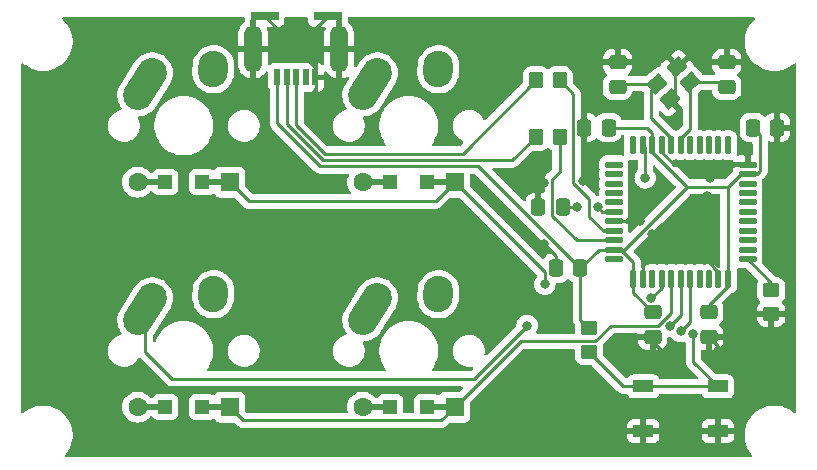
<source format=gbl>
%TF.GenerationSoftware,KiCad,Pcbnew,(6.0.2)*%
%TF.CreationDate,2022-04-17T22:42:43-04:00*%
%TF.ProjectId,macropadfr,6d616372-6f70-4616-9466-722e6b696361,rev?*%
%TF.SameCoordinates,Original*%
%TF.FileFunction,Copper,L2,Bot*%
%TF.FilePolarity,Positive*%
%FSLAX46Y46*%
G04 Gerber Fmt 4.6, Leading zero omitted, Abs format (unit mm)*
G04 Created by KiCad (PCBNEW (6.0.2)) date 2022-04-17 22:42:43*
%MOMM*%
%LPD*%
G01*
G04 APERTURE LIST*
G04 Aperture macros list*
%AMRoundRect*
0 Rectangle with rounded corners*
0 $1 Rounding radius*
0 $2 $3 $4 $5 $6 $7 $8 $9 X,Y pos of 4 corners*
0 Add a 4 corners polygon primitive as box body*
4,1,4,$2,$3,$4,$5,$6,$7,$8,$9,$2,$3,0*
0 Add four circle primitives for the rounded corners*
1,1,$1+$1,$2,$3*
1,1,$1+$1,$4,$5*
1,1,$1+$1,$6,$7*
1,1,$1+$1,$8,$9*
0 Add four rect primitives between the rounded corners*
20,1,$1+$1,$2,$3,$4,$5,0*
20,1,$1+$1,$4,$5,$6,$7,0*
20,1,$1+$1,$6,$7,$8,$9,0*
20,1,$1+$1,$8,$9,$2,$3,0*%
%AMHorizOval*
0 Thick line with rounded ends*
0 $1 width*
0 $2 $3 position (X,Y) of the first rounded end (center of the circle)*
0 $4 $5 position (X,Y) of the second rounded end (center of the circle)*
0 Add line between two ends*
20,1,$1,$2,$3,$4,$5,0*
0 Add two circle primitives to create the rounded ends*
1,1,$1,$2,$3*
1,1,$1,$4,$5*%
%AMRotRect*
0 Rectangle, with rotation*
0 The origin of the aperture is its center*
0 $1 length*
0 $2 width*
0 $3 Rotation angle, in degrees counterclockwise*
0 Add horizontal line*
21,1,$1,$2,0,0,$3*%
G04 Aperture macros list end*
%TA.AperFunction,ComponentPad*%
%ADD10HorizOval,2.500000X-0.604462X-0.948815X0.604462X0.948815X0*%
%TD*%
%TA.AperFunction,ComponentPad*%
%ADD11HorizOval,2.500000X-0.019724X-0.289328X0.019724X0.289328X0*%
%TD*%
%TA.AperFunction,SMDPad,CuDef*%
%ADD12RoundRect,0.250000X-0.350000X-0.450000X0.350000X-0.450000X0.350000X0.450000X-0.350000X0.450000X0*%
%TD*%
%TA.AperFunction,SMDPad,CuDef*%
%ADD13R,1.700000X1.000000*%
%TD*%
%TA.AperFunction,SMDPad,CuDef*%
%ADD14RoundRect,0.250000X-0.337500X-0.475000X0.337500X-0.475000X0.337500X0.475000X-0.337500X0.475000X0*%
%TD*%
%TA.AperFunction,ComponentPad*%
%ADD15R,1.600000X1.600000*%
%TD*%
%TA.AperFunction,SMDPad,CuDef*%
%ADD16R,2.500000X0.500000*%
%TD*%
%TA.AperFunction,SMDPad,CuDef*%
%ADD17R,1.200000X1.200000*%
%TD*%
%TA.AperFunction,ComponentPad*%
%ADD18C,1.600000*%
%TD*%
%TA.AperFunction,SMDPad,CuDef*%
%ADD19R,0.500000X1.400000*%
%TD*%
%TA.AperFunction,SMDPad,CuDef*%
%ADD20R,2.350000X0.800000*%
%TD*%
%TA.AperFunction,ComponentPad*%
%ADD21O,1.500000X4.000000*%
%TD*%
%TA.AperFunction,SMDPad,CuDef*%
%ADD22RotRect,1.400000X1.200000X40.000000*%
%TD*%
%TA.AperFunction,SMDPad,CuDef*%
%ADD23RoundRect,0.250000X0.475000X-0.337500X0.475000X0.337500X-0.475000X0.337500X-0.475000X-0.337500X0*%
%TD*%
%TA.AperFunction,SMDPad,CuDef*%
%ADD24RoundRect,0.250000X0.337500X0.475000X-0.337500X0.475000X-0.337500X-0.475000X0.337500X-0.475000X0*%
%TD*%
%TA.AperFunction,SMDPad,CuDef*%
%ADD25RoundRect,0.250000X-0.475000X0.337500X-0.475000X-0.337500X0.475000X-0.337500X0.475000X0.337500X0*%
%TD*%
%TA.AperFunction,SMDPad,CuDef*%
%ADD26RoundRect,0.137500X-0.600000X-0.137500X0.600000X-0.137500X0.600000X0.137500X-0.600000X0.137500X0*%
%TD*%
%TA.AperFunction,SMDPad,CuDef*%
%ADD27RoundRect,0.137500X-0.137500X-0.600000X0.137500X-0.600000X0.137500X0.600000X-0.137500X0.600000X0*%
%TD*%
%TA.AperFunction,SMDPad,CuDef*%
%ADD28RoundRect,0.250000X-0.450000X0.350000X-0.450000X-0.350000X0.450000X-0.350000X0.450000X0.350000X0*%
%TD*%
%TA.AperFunction,ViaPad*%
%ADD29C,0.800000*%
%TD*%
%TA.AperFunction,Conductor*%
%ADD30C,0.250000*%
%TD*%
G04 APERTURE END LIST*
D10*
%TO.P,K1,1*%
%TO.N,/col0*%
X158670000Y-79823750D03*
D11*
%TO.P,K1,2*%
%TO.N,/toD1*%
X164445000Y-78553750D03*
%TD*%
D10*
%TO.P,K4,1*%
%TO.N,/col1*%
X177720000Y-98873750D03*
D11*
%TO.P,K4,2*%
%TO.N,/toD4*%
X183495000Y-97603750D03*
%TD*%
D10*
%TO.P,K3,1*%
%TO.N,/col1*%
X177720000Y-79823750D03*
D11*
%TO.P,K3,2*%
%TO.N,/toD2*%
X183495000Y-78553750D03*
%TD*%
D10*
%TO.P,K2,1*%
%TO.N,/col0*%
X158670000Y-98873750D03*
D11*
%TO.P,K2,2*%
%TO.N,/toD3*%
X164445000Y-97603750D03*
%TD*%
D12*
%TO.P,Rusb1,1*%
%TO.N,Net-(Micro_USB1-Pad2)*%
X191750000Y-84250000D03*
%TO.P,Rusb1,2*%
%TO.N,Net-(Rusb1-Pad2)*%
X193750000Y-84250000D03*
%TD*%
D13*
%TO.P,reset_switch1,1,1*%
%TO.N,GND*%
X200850000Y-109200000D03*
X207150000Y-109200000D03*
%TO.P,reset_switch1,2,2*%
%TO.N,Net-(Rreset1-Pad2)*%
X200850000Y-105400000D03*
X207150000Y-105400000D03*
%TD*%
D14*
%TO.P,Cusb1,1*%
%TO.N,GND*%
X191962500Y-90250000D03*
%TO.P,Cusb1,2*%
%TO.N,Net-(Cusb1-Pad2)*%
X194037500Y-90250000D03*
%TD*%
D15*
%TO.P,D3,1,K*%
%TO.N,/row0*%
X184875000Y-88106250D03*
D16*
X183675000Y-88106250D03*
D17*
X182550000Y-88106250D03*
%TO.P,D3,2,A*%
%TO.N,/toD2*%
X179400000Y-88106250D03*
D16*
X178275000Y-88106250D03*
D18*
X177075000Y-88106250D03*
%TD*%
D15*
%TO.P,D2,1,K*%
%TO.N,/row1*%
X165825000Y-107156250D03*
D17*
X163500000Y-107156250D03*
D16*
X164625000Y-107156250D03*
%TO.P,D2,2,A*%
%TO.N,/toD3*%
X159225000Y-107156250D03*
D17*
X160350000Y-107156250D03*
D18*
X158025000Y-107156250D03*
%TD*%
D19*
%TO.P,Micro_USB1,1,VUSB*%
%TO.N,VCC*%
X169850000Y-79250000D03*
%TO.P,Micro_USB1,2,D-*%
%TO.N,Net-(Micro_USB1-Pad2)*%
X170650000Y-79250000D03*
%TO.P,Micro_USB1,3,D+*%
%TO.N,Net-(Micro_USB1-Pad3)*%
X171450000Y-79250000D03*
%TO.P,Micro_USB1,4,ID*%
%TO.N,unconnected-(Micro_USB1-Pad4)*%
X172250000Y-79250000D03*
%TO.P,Micro_USB1,5,GND*%
%TO.N,GND*%
X173050000Y-79250000D03*
D20*
%TO.P,Micro_USB1,6,SHIELD*%
X174125000Y-74050000D03*
X168775000Y-74050000D03*
D21*
X175100000Y-76850000D03*
X167800000Y-76850000D03*
%TD*%
D22*
%TO.P,clock1,1,1*%
%TO.N,Net-(CCryst1-Pad1)*%
X202017232Y-79785929D03*
%TO.P,clock1,2,2*%
%TO.N,GND*%
X203702529Y-78371796D03*
%TO.P,clock1,3,3*%
%TO.N,Net-(CCryst2-Pad1)*%
X204795268Y-79674071D03*
%TO.P,clock1,4,4*%
%TO.N,GND*%
X203109971Y-81088204D03*
%TD*%
D23*
%TO.P,CCryst2,1*%
%TO.N,Net-(CCryst2-Pad1)*%
X207906250Y-80037500D03*
%TO.P,CCryst2,2*%
%TO.N,GND*%
X207906250Y-77962500D03*
%TD*%
D24*
%TO.P,Cd1,1*%
%TO.N,VCC*%
X197893750Y-83487500D03*
%TO.P,Cd1,2*%
%TO.N,GND*%
X195818750Y-83487500D03*
%TD*%
D14*
%TO.P,Cd2,1*%
%TO.N,VCC*%
X210106250Y-83487500D03*
%TO.P,Cd2,2*%
%TO.N,GND*%
X212181250Y-83487500D03*
%TD*%
D25*
%TO.P,Cd4,1*%
%TO.N,VCC*%
X201618750Y-99118750D03*
%TO.P,Cd4,2*%
%TO.N,GND*%
X201618750Y-101193750D03*
%TD*%
D26*
%TO.P,processor1,1,PE6/AIN0*%
%TO.N,unconnected-(processor1-Pad1)*%
X198337500Y-94631250D03*
%TO.P,processor1,2,UVcc*%
%TO.N,VCC*%
X198337500Y-93831250D03*
%TO.P,processor1,3,D-*%
%TO.N,Net-(Rusb1-Pad2)*%
X198337500Y-93031250D03*
%TO.P,processor1,4,D+*%
%TO.N,Net-(Rusb2-Pad2)*%
X198337500Y-92231250D03*
%TO.P,processor1,5,UGnd*%
%TO.N,GND*%
X198337500Y-91431250D03*
%TO.P,processor1,6,UCap*%
%TO.N,Net-(Cusb1-Pad2)*%
X198337500Y-90631250D03*
%TO.P,processor1,7,VBus*%
%TO.N,unconnected-(processor1-Pad7)*%
X198337500Y-89831250D03*
%TO.P,processor1,8,PB0/SS*%
%TO.N,unconnected-(processor1-Pad8)*%
X198337500Y-89031250D03*
%TO.P,processor1,9,PB1/SCK*%
%TO.N,unconnected-(processor1-Pad9)*%
X198337500Y-88231250D03*
%TO.P,processor1,10,PB2/MOSI*%
%TO.N,unconnected-(processor1-Pad10)*%
X198337500Y-87431250D03*
%TO.P,processor1,11,PB3/MISO*%
%TO.N,unconnected-(processor1-Pad11)*%
X198337500Y-86631250D03*
D27*
%TO.P,processor1,12,PB7/~{RTS}*%
%TO.N,unconnected-(processor1-Pad12)*%
X200000000Y-84968750D03*
%TO.P,processor1,13,~{RESET}*%
%TO.N,Net-(Rreset1-Pad2)*%
X200800000Y-84968750D03*
%TO.P,processor1,14,VCC*%
%TO.N,VCC*%
X201600000Y-84968750D03*
%TO.P,processor1,15,GND*%
%TO.N,GND*%
X202400000Y-84968750D03*
%TO.P,processor1,16,XTAL1*%
%TO.N,Net-(CCryst1-Pad1)*%
X203200000Y-84968750D03*
%TO.P,processor1,17,XTAL2*%
%TO.N,Net-(CCryst2-Pad1)*%
X204000000Y-84968750D03*
%TO.P,processor1,18,PD0/INT0*%
%TO.N,unconnected-(processor1-Pad18)*%
X204800000Y-84968750D03*
%TO.P,processor1,19,PD1/INT1*%
%TO.N,unconnected-(processor1-Pad19)*%
X205600000Y-84968750D03*
%TO.P,processor1,20,PD2/RXD1*%
%TO.N,unconnected-(processor1-Pad20)*%
X206400000Y-84968750D03*
%TO.P,processor1,21,PD3/TXD1*%
%TO.N,unconnected-(processor1-Pad21)*%
X207200000Y-84968750D03*
%TO.P,processor1,22,PD5/XCK1*%
%TO.N,unconnected-(processor1-Pad22)*%
X208000000Y-84968750D03*
D26*
%TO.P,processor1,23,GND*%
%TO.N,GND*%
X209662500Y-86631250D03*
%TO.P,processor1,24,AVCC*%
%TO.N,VCC*%
X209662500Y-87431250D03*
%TO.P,processor1,25,ICP1/PD4*%
%TO.N,unconnected-(processor1-Pad25)*%
X209662500Y-88231250D03*
%TO.P,processor1,26,T1/PD6*%
%TO.N,unconnected-(processor1-Pad26)*%
X209662500Y-89031250D03*
%TO.P,processor1,27,T0/PD7*%
%TO.N,unconnected-(processor1-Pad27)*%
X209662500Y-89831250D03*
%TO.P,processor1,28,PB4*%
%TO.N,unconnected-(processor1-Pad28)*%
X209662500Y-90631250D03*
%TO.P,processor1,29,PB5*%
%TO.N,unconnected-(processor1-Pad29)*%
X209662500Y-91431250D03*
%TO.P,processor1,30,PB6*%
%TO.N,unconnected-(processor1-Pad30)*%
X209662500Y-92231250D03*
%TO.P,processor1,31,PC6*%
%TO.N,unconnected-(processor1-Pad31)*%
X209662500Y-93031250D03*
%TO.P,processor1,32,PC7*%
%TO.N,unconnected-(processor1-Pad32)*%
X209662500Y-93831250D03*
%TO.P,processor1,33,~{HWB/PE2}*%
%TO.N,Net-(Rboot1-Pad1)*%
X209662500Y-94631250D03*
D27*
%TO.P,processor1,34,VCC*%
%TO.N,VCC*%
X208000000Y-96293750D03*
%TO.P,processor1,35,GND*%
%TO.N,GND*%
X207200000Y-96293750D03*
%TO.P,processor1,36,PF7*%
%TO.N,unconnected-(processor1-Pad36)*%
X206400000Y-96293750D03*
%TO.P,processor1,37,PF6*%
%TO.N,unconnected-(processor1-Pad37)*%
X205600000Y-96293750D03*
%TO.P,processor1,38,PF5*%
%TO.N,/col1*%
X204800000Y-96293750D03*
%TO.P,processor1,39,PF4*%
%TO.N,/col0*%
X204000000Y-96293750D03*
%TO.P,processor1,40,PF1*%
%TO.N,/row1*%
X203200000Y-96293750D03*
%TO.P,processor1,41,PF0*%
%TO.N,/row0*%
X202400000Y-96293750D03*
%TO.P,processor1,42,AREF*%
%TO.N,unconnected-(processor1-Pad42)*%
X201600000Y-96293750D03*
%TO.P,processor1,43,GND*%
%TO.N,GND*%
X200800000Y-96293750D03*
%TO.P,processor1,44,AVCC*%
%TO.N,VCC*%
X200000000Y-96293750D03*
%TD*%
D28*
%TO.P,Rreset1,1*%
%TO.N,VCC*%
X196250000Y-100500000D03*
%TO.P,Rreset1,2*%
%TO.N,Net-(Rreset1-Pad2)*%
X196250000Y-102500000D03*
%TD*%
D17*
%TO.P,D4,1,K*%
%TO.N,/row1*%
X182550000Y-107156250D03*
D16*
X183675000Y-107156250D03*
D15*
X184875000Y-107156250D03*
D17*
%TO.P,D4,2,A*%
%TO.N,/toD4*%
X179400000Y-107156250D03*
D16*
X178275000Y-107156250D03*
D18*
X177075000Y-107156250D03*
%TD*%
D25*
%TO.P,Cd3,1*%
%TO.N,VCC*%
X206381250Y-99118750D03*
%TO.P,Cd3,2*%
%TO.N,GND*%
X206381250Y-101193750D03*
%TD*%
D28*
%TO.P,Rboot1,1*%
%TO.N,Net-(Rboot1-Pad1)*%
X211656250Y-97250000D03*
%TO.P,Rboot1,2*%
%TO.N,GND*%
X211656250Y-99250000D03*
%TD*%
D12*
%TO.P,Rusb2,1*%
%TO.N,Net-(Micro_USB1-Pad3)*%
X191750000Y-79500000D03*
%TO.P,Rusb2,2*%
%TO.N,Net-(Rusb2-Pad2)*%
X193750000Y-79500000D03*
%TD*%
D15*
%TO.P,D1,1,K*%
%TO.N,/row0*%
X165825000Y-88106250D03*
D16*
X164625000Y-88106250D03*
D17*
X163500000Y-88106250D03*
D16*
%TO.P,D1,2,A*%
%TO.N,/toD1*%
X159225000Y-88106250D03*
D18*
X158025000Y-88106250D03*
D17*
X160350000Y-88106250D03*
%TD*%
D23*
%TO.P,CCryst1,1*%
%TO.N,Net-(CCryst1-Pad1)*%
X198656250Y-80037500D03*
%TO.P,CCryst1,2*%
%TO.N,GND*%
X198656250Y-77962500D03*
%TD*%
D24*
%TO.P,Cu1,1*%
%TO.N,VCC*%
X195512500Y-95393750D03*
%TO.P,Cu1,2*%
%TO.N,GND*%
X193437500Y-95393750D03*
%TD*%
D29*
%TO.N,/row0*%
X192500000Y-96750000D03*
X201512299Y-97931750D03*
%TO.N,/col0*%
X191000000Y-100250000D03*
X203068546Y-100318545D03*
%TO.N,/col1*%
X204000000Y-100750000D03*
%TO.N,Net-(Rreset1-Pad2)*%
X205056750Y-101000000D03*
X201000000Y-87750000D03*
%TO.N,Net-(Cusb1-Pad2)*%
X195250000Y-90250000D03*
X197000000Y-90250000D03*
%TO.N,GND*%
X192400980Y-88207253D03*
X201570333Y-92500333D03*
X192406454Y-93343545D03*
X195756039Y-87981441D03*
X206220000Y-89290000D03*
X207168750Y-102393750D03*
X206520000Y-87778356D03*
X202893549Y-102881049D03*
X200595735Y-91425735D03*
%TD*%
D30*
%TO.N,VCC*%
X198337500Y-93831250D02*
X199214818Y-93831250D01*
X186868750Y-86781243D02*
X195481257Y-95393750D01*
X198928394Y-93831250D02*
X200000000Y-94902856D01*
X197075000Y-93831250D02*
X198337500Y-93831250D01*
X210106250Y-83487500D02*
X210724520Y-84105770D01*
X210475000Y-87431250D02*
X209662500Y-87431250D01*
X201600000Y-84968750D02*
X201600000Y-85559644D01*
X199214818Y-93831250D02*
X204543212Y-88502856D01*
X173500000Y-86750000D02*
X186868750Y-86750000D01*
X208000000Y-88502856D02*
X209071606Y-87431250D01*
X201600000Y-85559644D02*
X204543212Y-88502856D01*
X197893750Y-83487500D02*
X201110604Y-83487500D01*
X195512500Y-99762500D02*
X196250000Y-100500000D01*
X201110604Y-83487500D02*
X201600000Y-83976896D01*
X195512500Y-95393750D02*
X195512500Y-99762500D01*
X198337500Y-93831250D02*
X198928394Y-93831250D01*
X206381250Y-98503394D02*
X208000000Y-96884644D01*
X208000000Y-96293750D02*
X208000000Y-88502856D01*
X169850000Y-79250000D02*
X169850000Y-83100000D01*
X210724520Y-84105770D02*
X210724520Y-87181730D01*
X195512500Y-95393750D02*
X197075000Y-93831250D01*
X206381250Y-99118750D02*
X206381250Y-98503394D01*
X200000000Y-97500000D02*
X200000000Y-96293750D01*
X200000000Y-94902856D02*
X200000000Y-96293750D01*
X195481257Y-95393750D02*
X195512500Y-95393750D01*
X210724520Y-87181730D02*
X210475000Y-87431250D01*
X201618750Y-99118750D02*
X200000000Y-97500000D01*
X169850000Y-83100000D02*
X173500000Y-86750000D01*
X186868750Y-86750000D02*
X186868750Y-86781243D01*
X204543212Y-88502856D02*
X208000000Y-88502856D01*
X201600000Y-83976896D02*
X201600000Y-84968750D01*
X209071606Y-87431250D02*
X209662500Y-87431250D01*
X208000000Y-96884644D02*
X208000000Y-96293750D01*
%TO.N,Net-(Micro_USB1-Pad2)*%
X189750000Y-86250000D02*
X191750000Y-84250000D01*
X170650000Y-83150000D02*
X173750000Y-86250000D01*
X173750000Y-86250000D02*
X189750000Y-86250000D01*
X170650000Y-79250000D02*
X170650000Y-83150000D01*
%TO.N,Net-(Micro_USB1-Pad3)*%
X173847889Y-85712171D02*
X176212171Y-85712171D01*
X185537829Y-85712171D02*
X191750000Y-79500000D01*
X171450000Y-83314282D02*
X173847889Y-85712171D01*
X176212171Y-85712171D02*
X185537829Y-85712171D01*
X171450000Y-79250000D02*
X171450000Y-83314282D01*
%TO.N,/row0*%
X165825000Y-88106250D02*
X167468750Y-89750000D01*
X184875000Y-88125000D02*
X184875000Y-88106250D01*
X184875000Y-88106250D02*
X192500000Y-95731250D01*
X192500000Y-95731250D02*
X192500000Y-96750000D01*
X201512299Y-97931750D02*
X202400000Y-97044049D01*
X183250000Y-89750000D02*
X184875000Y-88125000D01*
X202400000Y-97044049D02*
X202400000Y-96293750D01*
X167468750Y-89750000D02*
X183250000Y-89750000D01*
%TO.N,/row1*%
X202080763Y-100281730D02*
X198080763Y-100281730D01*
X203200000Y-99162493D02*
X202080763Y-100281730D01*
X166949511Y-108280761D02*
X183750489Y-108280761D01*
X190455770Y-101575480D02*
X184875000Y-107156250D01*
X183750489Y-108280761D02*
X184875000Y-107156250D01*
X203200000Y-96293750D02*
X203200000Y-99162493D01*
X165825000Y-107156250D02*
X166949511Y-108280761D01*
X196787013Y-101575480D02*
X190455770Y-101575480D01*
X198080763Y-100281730D02*
X196787013Y-101575480D01*
%TO.N,/col0*%
X186487829Y-104762171D02*
X160943967Y-104762171D01*
X204000000Y-99387091D02*
X203068546Y-100318545D01*
X191000000Y-100250000D02*
X186487829Y-104762171D01*
X158670000Y-102488204D02*
X158670000Y-98873750D01*
X160943967Y-104762171D02*
X158670000Y-102488204D01*
X204000000Y-96293750D02*
X204000000Y-99387091D01*
%TO.N,/col1*%
X204800000Y-96293750D02*
X204800000Y-99950000D01*
X204800000Y-99950000D02*
X204000000Y-100750000D01*
%TO.N,Net-(Rboot1-Pad1)*%
X211656250Y-97250000D02*
X211656250Y-96625000D01*
X211656250Y-96625000D02*
X209662500Y-94631250D01*
%TO.N,Net-(Rreset1-Pad2)*%
X199150000Y-105400000D02*
X196250000Y-102500000D01*
X205056750Y-103306750D02*
X205056750Y-101000000D01*
X200850000Y-105400000D02*
X199150000Y-105400000D01*
X207150000Y-105400000D02*
X205056750Y-103306750D01*
X201000000Y-87750000D02*
X201000000Y-85168750D01*
X201000000Y-85168750D02*
X200800000Y-84968750D01*
X200850000Y-105400000D02*
X207150000Y-105400000D01*
%TO.N,Net-(Rusb1-Pad2)*%
X193750000Y-84250000D02*
X193750000Y-87243757D01*
X195193757Y-93031250D02*
X198337500Y-93031250D01*
X193750000Y-87243757D02*
X193125480Y-87868277D01*
X193125480Y-90962973D02*
X195193757Y-93031250D01*
X193125480Y-87868277D02*
X193125480Y-90962973D01*
%TO.N,Net-(Rusb2-Pad2)*%
X194906730Y-80656730D02*
X194906730Y-88156730D01*
X194906730Y-88156730D02*
X196275489Y-89525489D01*
X197481250Y-92231250D02*
X198337500Y-92231250D01*
X196275489Y-89525489D02*
X196275489Y-91025489D01*
X196275489Y-91025489D02*
X197481250Y-92231250D01*
X193750000Y-79500000D02*
X194906730Y-80656730D01*
%TO.N,Net-(Cusb1-Pad2)*%
X194037500Y-90250000D02*
X195250000Y-90250000D01*
X197000000Y-90250000D02*
X197381250Y-90631250D01*
X197381250Y-90631250D02*
X198337500Y-90631250D01*
%TO.N,Net-(CCryst1-Pad1)*%
X203200000Y-84377856D02*
X203200000Y-84968750D01*
X201520366Y-82698222D02*
X203200000Y-84377856D01*
X198907821Y-79785929D02*
X198656250Y-80037500D01*
X201520366Y-80282795D02*
X201520366Y-82698222D01*
X202017232Y-79785929D02*
X198907821Y-79785929D01*
X202017232Y-79785929D02*
X201520366Y-80282795D01*
%TO.N,Net-(CCryst2-Pad1)*%
X207906250Y-80037500D02*
X207542821Y-79674071D01*
X207542821Y-79674071D02*
X204795268Y-79674071D01*
X204000000Y-84377856D02*
X204000000Y-84968750D01*
X204795268Y-79674071D02*
X204795268Y-83582588D01*
X204795268Y-83582588D02*
X204000000Y-84377856D01*
%TO.N,GND*%
X171442500Y-76717500D02*
X173050000Y-78325000D01*
X206520000Y-87778356D02*
X207091250Y-87207106D01*
X203997477Y-92500333D02*
X203857023Y-92500333D01*
X201570333Y-92500333D02*
X200800000Y-93270666D01*
X173050000Y-78325000D02*
X173050000Y-79250000D01*
X202400000Y-85559644D02*
X203471606Y-86631250D01*
X207200000Y-96293750D02*
X207200000Y-95702856D01*
X207091250Y-86631250D02*
X209662500Y-86631250D01*
X171457500Y-76717500D02*
X171442500Y-76717500D01*
X198337500Y-91431250D02*
X200590220Y-91431250D01*
X203997477Y-92500333D02*
X203997477Y-91512523D01*
X202400000Y-84968750D02*
X202400000Y-85559644D01*
X174125000Y-74050000D02*
X171457500Y-76717500D01*
X200590220Y-91431250D02*
X200595735Y-91425735D01*
X207120000Y-86660000D02*
X207091250Y-86631250D01*
X203109971Y-81088204D02*
X203548844Y-80649331D01*
X207168750Y-102393750D02*
X207168750Y-101981250D01*
X203471606Y-86631250D02*
X207091250Y-86631250D01*
X193437500Y-94374591D02*
X192406454Y-93343545D01*
X203548844Y-80649331D02*
X203548844Y-78525481D01*
X200800000Y-93270666D02*
X200800000Y-96293750D01*
X168775000Y-74050000D02*
X171442500Y-76717500D01*
X207168750Y-101981250D02*
X206381250Y-101193750D01*
X201618750Y-101606250D02*
X202893549Y-102881049D01*
X201618750Y-101193750D02*
X201618750Y-101606250D01*
X207200000Y-95702856D02*
X203997477Y-92500333D01*
X191962500Y-88645733D02*
X192400980Y-88207253D01*
X195818750Y-87918730D02*
X195818750Y-83487500D01*
X203548844Y-78525481D02*
X203702529Y-78371796D01*
X207091250Y-87207106D02*
X207091250Y-86631250D01*
X195756039Y-87981441D02*
X195818750Y-87918730D01*
X191962500Y-90250000D02*
X191962500Y-88645733D01*
X203997477Y-91512523D02*
X206220000Y-89290000D01*
X201570333Y-92500333D02*
X203857023Y-92500333D01*
X193437500Y-95393750D02*
X193437500Y-94374591D01*
%TD*%
%TA.AperFunction,Conductor*%
%TO.N,GND*%
G36*
X167034122Y-74125502D02*
G01*
X167080615Y-74179158D01*
X167092001Y-74231500D01*
X167092001Y-74495350D01*
X167071999Y-74563471D01*
X167042705Y-74595312D01*
X166949499Y-74666832D01*
X166941276Y-74674393D01*
X166797688Y-74832194D01*
X166790933Y-74841094D01*
X166677566Y-75021815D01*
X166672489Y-75031781D01*
X166592920Y-75229714D01*
X166589685Y-75240429D01*
X166546223Y-75450301D01*
X166545020Y-75459438D01*
X166542105Y-75509990D01*
X166542000Y-75513637D01*
X166542000Y-76577885D01*
X166546475Y-76593124D01*
X166547865Y-76594329D01*
X166555548Y-76596000D01*
X167527885Y-76596000D01*
X167543124Y-76591525D01*
X167544329Y-76590135D01*
X167546000Y-76582452D01*
X167546000Y-74428000D01*
X167566002Y-74359879D01*
X167619658Y-74313386D01*
X167672000Y-74302000D01*
X167928000Y-74302000D01*
X167996121Y-74322002D01*
X168042614Y-74375658D01*
X168054000Y-74428000D01*
X168054000Y-76577885D01*
X168058475Y-76593124D01*
X168059865Y-76594329D01*
X168067548Y-76596000D01*
X169039885Y-76596000D01*
X169055124Y-76591525D01*
X169056329Y-76590135D01*
X169058000Y-76582452D01*
X169058000Y-75545825D01*
X169057751Y-75540230D01*
X169043622Y-75381922D01*
X169041640Y-75370908D01*
X168985347Y-75165135D01*
X168981454Y-75154667D01*
X168973621Y-75138244D01*
X168962348Y-75068148D01*
X168990761Y-75003085D01*
X169049839Y-74963711D01*
X169087347Y-74957999D01*
X169994669Y-74957999D01*
X170001490Y-74957629D01*
X170052352Y-74952105D01*
X170067604Y-74948479D01*
X170188054Y-74903324D01*
X170203649Y-74894786D01*
X170305724Y-74818285D01*
X170318285Y-74805724D01*
X170394786Y-74703649D01*
X170403324Y-74688054D01*
X170448478Y-74567606D01*
X170452105Y-74552351D01*
X170457631Y-74501486D01*
X170458000Y-74494672D01*
X170458000Y-74231500D01*
X170478002Y-74163379D01*
X170531658Y-74116886D01*
X170584000Y-74105500D01*
X172316001Y-74105500D01*
X172384122Y-74125502D01*
X172430615Y-74179158D01*
X172442001Y-74231500D01*
X172442001Y-74494669D01*
X172442371Y-74501490D01*
X172447895Y-74552352D01*
X172451521Y-74567604D01*
X172496676Y-74688054D01*
X172505214Y-74703649D01*
X172581715Y-74805724D01*
X172594276Y-74818285D01*
X172696351Y-74894786D01*
X172711946Y-74903324D01*
X172832394Y-74948478D01*
X172847649Y-74952105D01*
X172898514Y-74957631D01*
X172905328Y-74958000D01*
X173815697Y-74958000D01*
X173883818Y-74978002D01*
X173930311Y-75031658D01*
X173940415Y-75101932D01*
X173932605Y-75130996D01*
X173892917Y-75229724D01*
X173889685Y-75240429D01*
X173846223Y-75450301D01*
X173845020Y-75459438D01*
X173842105Y-75509990D01*
X173842000Y-75513637D01*
X173842000Y-76577885D01*
X173846475Y-76593124D01*
X173847865Y-76594329D01*
X173855548Y-76596000D01*
X174827885Y-76596000D01*
X174843124Y-76591525D01*
X174844329Y-76590135D01*
X174846000Y-76582452D01*
X174846000Y-74428000D01*
X174866002Y-74359879D01*
X174919658Y-74313386D01*
X174972000Y-74302000D01*
X175228000Y-74302000D01*
X175296121Y-74322002D01*
X175342614Y-74375658D01*
X175354000Y-74428000D01*
X175354000Y-76577885D01*
X175358475Y-76593124D01*
X175359865Y-76594329D01*
X175367548Y-76596000D01*
X176339885Y-76596000D01*
X176355124Y-76591525D01*
X176356329Y-76590135D01*
X176358000Y-76582452D01*
X176358000Y-75545825D01*
X176357751Y-75540230D01*
X176343622Y-75381922D01*
X176341640Y-75370908D01*
X176285349Y-75165140D01*
X176281451Y-75154659D01*
X176189603Y-74962097D01*
X176183918Y-74952484D01*
X176059425Y-74779233D01*
X176052117Y-74770767D01*
X175898915Y-74622304D01*
X175890231Y-74615272D01*
X175863724Y-74597460D01*
X175818339Y-74542864D01*
X175808000Y-74492878D01*
X175808000Y-74231500D01*
X175828002Y-74163379D01*
X175881658Y-74116886D01*
X175934000Y-74105500D01*
X210177715Y-74105500D01*
X210245836Y-74125502D01*
X210292329Y-74179158D01*
X210302433Y-74249432D01*
X210272939Y-74314012D01*
X210258030Y-74328585D01*
X210213727Y-74365235D01*
X210213715Y-74365246D01*
X210210668Y-74367767D01*
X209994596Y-74597860D01*
X209809066Y-74853221D01*
X209807159Y-74856690D01*
X209807157Y-74856693D01*
X209726677Y-75003085D01*
X209657003Y-75129821D01*
X209655550Y-75133490D01*
X209655548Y-75133495D01*
X209613210Y-75240429D01*
X209540807Y-75423298D01*
X209462310Y-75729025D01*
X209422750Y-76042179D01*
X209422750Y-76357821D01*
X209462310Y-76670975D01*
X209540807Y-76976702D01*
X209542260Y-76980371D01*
X209542260Y-76980372D01*
X209645019Y-77239910D01*
X209657003Y-77270179D01*
X209658909Y-77273647D01*
X209658910Y-77273648D01*
X209784352Y-77501824D01*
X209809066Y-77546779D01*
X209906131Y-77680378D01*
X209992018Y-77798591D01*
X209994596Y-77802140D01*
X210210668Y-78032233D01*
X210213719Y-78034757D01*
X210213720Y-78034758D01*
X210298351Y-78104771D01*
X210453875Y-78233432D01*
X210720381Y-78402562D01*
X210723960Y-78404246D01*
X210723967Y-78404250D01*
X211002394Y-78535267D01*
X211002398Y-78535269D01*
X211005984Y-78536956D01*
X211009756Y-78538182D01*
X211009757Y-78538182D01*
X211031790Y-78545341D01*
X211306178Y-78634495D01*
X211616230Y-78693641D01*
X211852412Y-78708500D01*
X212010088Y-78708500D01*
X212246270Y-78693641D01*
X212556322Y-78634495D01*
X212830710Y-78545341D01*
X212852743Y-78538182D01*
X212852744Y-78538182D01*
X212856516Y-78536956D01*
X212860102Y-78535269D01*
X212860106Y-78535267D01*
X213138533Y-78404250D01*
X213138540Y-78404246D01*
X213142119Y-78402562D01*
X213408625Y-78233432D01*
X213411680Y-78230904D01*
X213411685Y-78230901D01*
X213598185Y-78076615D01*
X213663422Y-78048605D01*
X213733447Y-78060312D01*
X213786027Y-78108019D01*
X213804500Y-78173700D01*
X213804500Y-107563800D01*
X213784498Y-107631921D01*
X213730842Y-107678414D01*
X213660568Y-107688518D01*
X213598185Y-107660885D01*
X213411685Y-107506599D01*
X213411677Y-107506593D01*
X213408625Y-107504068D01*
X213142119Y-107334938D01*
X213138540Y-107333254D01*
X213138533Y-107333250D01*
X212860106Y-107202233D01*
X212860102Y-107202231D01*
X212856516Y-107200544D01*
X212556322Y-107103005D01*
X212246270Y-107043859D01*
X212010088Y-107029000D01*
X211852412Y-107029000D01*
X211616230Y-107043859D01*
X211306178Y-107103005D01*
X211005984Y-107200544D01*
X211002398Y-107202231D01*
X211002394Y-107202233D01*
X210723967Y-107333250D01*
X210723960Y-107333254D01*
X210720381Y-107334938D01*
X210453875Y-107504068D01*
X210450823Y-107506593D01*
X210243128Y-107678414D01*
X210210668Y-107705267D01*
X209994596Y-107935360D01*
X209992269Y-107938562D01*
X209992268Y-107938564D01*
X209954076Y-107991131D01*
X209809066Y-108190721D01*
X209807159Y-108194190D01*
X209807157Y-108194193D01*
X209742210Y-108312331D01*
X209657003Y-108467321D01*
X209655550Y-108470990D01*
X209655548Y-108470995D01*
X209573092Y-108679256D01*
X209540807Y-108760798D01*
X209462310Y-109066525D01*
X209422750Y-109379679D01*
X209422750Y-109695321D01*
X209462310Y-110008475D01*
X209540807Y-110314202D01*
X209657003Y-110607679D01*
X209809066Y-110884279D01*
X209994596Y-111139640D01*
X209997306Y-111142526D01*
X209997307Y-111142527D01*
X210049866Y-111198497D01*
X210081917Y-111261848D01*
X210074630Y-111332469D01*
X210030319Y-111387940D01*
X209958016Y-111410750D01*
X151991984Y-111410750D01*
X151923863Y-111390748D01*
X151877370Y-111337092D01*
X151867266Y-111266818D01*
X151900134Y-111198497D01*
X151952693Y-111142527D01*
X151952694Y-111142526D01*
X151955404Y-111139640D01*
X152140934Y-110884279D01*
X152292997Y-110607679D01*
X152409193Y-110314202D01*
X152487690Y-110008475D01*
X152521016Y-109744669D01*
X199492001Y-109744669D01*
X199492371Y-109751490D01*
X199497895Y-109802352D01*
X199501521Y-109817604D01*
X199546676Y-109938054D01*
X199555214Y-109953649D01*
X199631715Y-110055724D01*
X199644276Y-110068285D01*
X199746351Y-110144786D01*
X199761946Y-110153324D01*
X199882394Y-110198478D01*
X199897649Y-110202105D01*
X199948514Y-110207631D01*
X199955328Y-110208000D01*
X200577885Y-110208000D01*
X200593124Y-110203525D01*
X200594329Y-110202135D01*
X200596000Y-110194452D01*
X200596000Y-110189884D01*
X201104000Y-110189884D01*
X201108475Y-110205123D01*
X201109865Y-110206328D01*
X201117548Y-110207999D01*
X201744669Y-110207999D01*
X201751490Y-110207629D01*
X201802352Y-110202105D01*
X201817604Y-110198479D01*
X201938054Y-110153324D01*
X201953649Y-110144786D01*
X202055724Y-110068285D01*
X202068285Y-110055724D01*
X202144786Y-109953649D01*
X202153324Y-109938054D01*
X202198478Y-109817606D01*
X202202105Y-109802351D01*
X202207631Y-109751486D01*
X202208000Y-109744672D01*
X202208000Y-109744669D01*
X205792001Y-109744669D01*
X205792371Y-109751490D01*
X205797895Y-109802352D01*
X205801521Y-109817604D01*
X205846676Y-109938054D01*
X205855214Y-109953649D01*
X205931715Y-110055724D01*
X205944276Y-110068285D01*
X206046351Y-110144786D01*
X206061946Y-110153324D01*
X206182394Y-110198478D01*
X206197649Y-110202105D01*
X206248514Y-110207631D01*
X206255328Y-110208000D01*
X206877885Y-110208000D01*
X206893124Y-110203525D01*
X206894329Y-110202135D01*
X206896000Y-110194452D01*
X206896000Y-110189884D01*
X207404000Y-110189884D01*
X207408475Y-110205123D01*
X207409865Y-110206328D01*
X207417548Y-110207999D01*
X208044669Y-110207999D01*
X208051490Y-110207629D01*
X208102352Y-110202105D01*
X208117604Y-110198479D01*
X208238054Y-110153324D01*
X208253649Y-110144786D01*
X208355724Y-110068285D01*
X208368285Y-110055724D01*
X208444786Y-109953649D01*
X208453324Y-109938054D01*
X208498478Y-109817606D01*
X208502105Y-109802351D01*
X208507631Y-109751486D01*
X208508000Y-109744672D01*
X208508000Y-109472115D01*
X208503525Y-109456876D01*
X208502135Y-109455671D01*
X208494452Y-109454000D01*
X207422115Y-109454000D01*
X207406876Y-109458475D01*
X207405671Y-109459865D01*
X207404000Y-109467548D01*
X207404000Y-110189884D01*
X206896000Y-110189884D01*
X206896000Y-109472115D01*
X206891525Y-109456876D01*
X206890135Y-109455671D01*
X206882452Y-109454000D01*
X205810116Y-109454000D01*
X205794877Y-109458475D01*
X205793672Y-109459865D01*
X205792001Y-109467548D01*
X205792001Y-109744669D01*
X202208000Y-109744669D01*
X202208000Y-109472115D01*
X202203525Y-109456876D01*
X202202135Y-109455671D01*
X202194452Y-109454000D01*
X201122115Y-109454000D01*
X201106876Y-109458475D01*
X201105671Y-109459865D01*
X201104000Y-109467548D01*
X201104000Y-110189884D01*
X200596000Y-110189884D01*
X200596000Y-109472115D01*
X200591525Y-109456876D01*
X200590135Y-109455671D01*
X200582452Y-109454000D01*
X199510116Y-109454000D01*
X199494877Y-109458475D01*
X199493672Y-109459865D01*
X199492001Y-109467548D01*
X199492001Y-109744669D01*
X152521016Y-109744669D01*
X152527250Y-109695321D01*
X152527250Y-109379679D01*
X152487690Y-109066525D01*
X152452093Y-108927885D01*
X199492000Y-108927885D01*
X199496475Y-108943124D01*
X199497865Y-108944329D01*
X199505548Y-108946000D01*
X200577885Y-108946000D01*
X200593124Y-108941525D01*
X200594329Y-108940135D01*
X200596000Y-108932452D01*
X200596000Y-108927885D01*
X201104000Y-108927885D01*
X201108475Y-108943124D01*
X201109865Y-108944329D01*
X201117548Y-108946000D01*
X202189884Y-108946000D01*
X202205123Y-108941525D01*
X202206328Y-108940135D01*
X202207999Y-108932452D01*
X202207999Y-108927885D01*
X205792000Y-108927885D01*
X205796475Y-108943124D01*
X205797865Y-108944329D01*
X205805548Y-108946000D01*
X206877885Y-108946000D01*
X206893124Y-108941525D01*
X206894329Y-108940135D01*
X206896000Y-108932452D01*
X206896000Y-108927885D01*
X207404000Y-108927885D01*
X207408475Y-108943124D01*
X207409865Y-108944329D01*
X207417548Y-108946000D01*
X208489884Y-108946000D01*
X208505123Y-108941525D01*
X208506328Y-108940135D01*
X208507999Y-108932452D01*
X208507999Y-108655331D01*
X208507629Y-108648510D01*
X208502105Y-108597648D01*
X208498479Y-108582396D01*
X208453324Y-108461946D01*
X208444786Y-108446351D01*
X208368285Y-108344276D01*
X208355724Y-108331715D01*
X208253649Y-108255214D01*
X208238054Y-108246676D01*
X208117606Y-108201522D01*
X208102351Y-108197895D01*
X208051486Y-108192369D01*
X208044672Y-108192000D01*
X207422115Y-108192000D01*
X207406876Y-108196475D01*
X207405671Y-108197865D01*
X207404000Y-108205548D01*
X207404000Y-108927885D01*
X206896000Y-108927885D01*
X206896000Y-108210116D01*
X206891525Y-108194877D01*
X206890135Y-108193672D01*
X206882452Y-108192001D01*
X206255331Y-108192001D01*
X206248510Y-108192371D01*
X206197648Y-108197895D01*
X206182396Y-108201521D01*
X206061946Y-108246676D01*
X206046351Y-108255214D01*
X205944276Y-108331715D01*
X205931715Y-108344276D01*
X205855214Y-108446351D01*
X205846676Y-108461946D01*
X205801522Y-108582394D01*
X205797895Y-108597649D01*
X205792369Y-108648514D01*
X205792000Y-108655328D01*
X205792000Y-108927885D01*
X202207999Y-108927885D01*
X202207999Y-108655331D01*
X202207629Y-108648510D01*
X202202105Y-108597648D01*
X202198479Y-108582396D01*
X202153324Y-108461946D01*
X202144786Y-108446351D01*
X202068285Y-108344276D01*
X202055724Y-108331715D01*
X201953649Y-108255214D01*
X201938054Y-108246676D01*
X201817606Y-108201522D01*
X201802351Y-108197895D01*
X201751486Y-108192369D01*
X201744672Y-108192000D01*
X201122115Y-108192000D01*
X201106876Y-108196475D01*
X201105671Y-108197865D01*
X201104000Y-108205548D01*
X201104000Y-108927885D01*
X200596000Y-108927885D01*
X200596000Y-108210116D01*
X200591525Y-108194877D01*
X200590135Y-108193672D01*
X200582452Y-108192001D01*
X199955331Y-108192001D01*
X199948510Y-108192371D01*
X199897648Y-108197895D01*
X199882396Y-108201521D01*
X199761946Y-108246676D01*
X199746351Y-108255214D01*
X199644276Y-108331715D01*
X199631715Y-108344276D01*
X199555214Y-108446351D01*
X199546676Y-108461946D01*
X199501522Y-108582394D01*
X199497895Y-108597649D01*
X199492369Y-108648514D01*
X199492000Y-108655328D01*
X199492000Y-108927885D01*
X152452093Y-108927885D01*
X152409193Y-108760798D01*
X152376908Y-108679256D01*
X152294452Y-108470995D01*
X152294450Y-108470990D01*
X152292997Y-108467321D01*
X152207790Y-108312331D01*
X152142843Y-108194193D01*
X152142841Y-108194190D01*
X152140934Y-108190721D01*
X151995924Y-107991131D01*
X151957732Y-107938564D01*
X151957731Y-107938562D01*
X151955404Y-107935360D01*
X151739332Y-107705267D01*
X151706873Y-107678414D01*
X151499177Y-107506593D01*
X151496125Y-107504068D01*
X151229619Y-107334938D01*
X151226040Y-107333254D01*
X151226033Y-107333250D01*
X150947606Y-107202233D01*
X150947602Y-107202231D01*
X150944016Y-107200544D01*
X150807693Y-107156250D01*
X156711502Y-107156250D01*
X156731457Y-107384337D01*
X156732880Y-107389649D01*
X156732881Y-107389652D01*
X156774089Y-107543439D01*
X156790716Y-107605493D01*
X156793039Y-107610474D01*
X156793039Y-107610475D01*
X156885151Y-107808012D01*
X156885154Y-107808017D01*
X156887477Y-107812999D01*
X156924985Y-107866566D01*
X157014599Y-107994547D01*
X157018802Y-108000550D01*
X157180700Y-108162448D01*
X157185208Y-108165605D01*
X157185211Y-108165607D01*
X157231323Y-108197895D01*
X157368251Y-108293773D01*
X157373233Y-108296096D01*
X157373238Y-108296099D01*
X157570775Y-108388211D01*
X157575757Y-108390534D01*
X157581065Y-108391956D01*
X157581067Y-108391957D01*
X157791598Y-108448369D01*
X157791600Y-108448369D01*
X157796913Y-108449793D01*
X158025000Y-108469748D01*
X158253087Y-108449793D01*
X158258400Y-108448369D01*
X158258402Y-108448369D01*
X158468933Y-108391957D01*
X158468935Y-108391956D01*
X158474243Y-108390534D01*
X158479225Y-108388211D01*
X158676762Y-108296099D01*
X158676767Y-108296096D01*
X158681749Y-108293773D01*
X158818677Y-108197895D01*
X158864789Y-108165607D01*
X158864792Y-108165605D01*
X158869300Y-108162448D01*
X159031198Y-108000550D01*
X159053655Y-107968479D01*
X159109110Y-107924151D01*
X159156867Y-107914750D01*
X159178991Y-107914750D01*
X159247112Y-107934752D01*
X159293605Y-107988408D01*
X159295903Y-107993944D01*
X159296232Y-107994546D01*
X159299385Y-108002955D01*
X159386739Y-108119511D01*
X159503295Y-108206865D01*
X159639684Y-108257995D01*
X159701866Y-108264750D01*
X160998134Y-108264750D01*
X161060316Y-108257995D01*
X161196705Y-108206865D01*
X161313261Y-108119511D01*
X161400615Y-108002955D01*
X161451745Y-107866566D01*
X161458500Y-107804384D01*
X161458500Y-106508116D01*
X161451745Y-106445934D01*
X161400615Y-106309545D01*
X161313261Y-106192989D01*
X161196705Y-106105635D01*
X161060316Y-106054505D01*
X160998134Y-106047750D01*
X159701866Y-106047750D01*
X159639684Y-106054505D01*
X159503295Y-106105635D01*
X159386739Y-106192989D01*
X159299385Y-106309545D01*
X159296233Y-106317953D01*
X159291923Y-106325825D01*
X159290259Y-106324914D01*
X159254337Y-106372740D01*
X159187776Y-106397443D01*
X159178991Y-106397750D01*
X159156867Y-106397750D01*
X159088746Y-106377748D01*
X159053655Y-106344022D01*
X159031198Y-106311950D01*
X158869300Y-106150052D01*
X158864792Y-106146895D01*
X158864789Y-106146893D01*
X158786611Y-106092152D01*
X158681749Y-106018727D01*
X158676767Y-106016404D01*
X158676762Y-106016401D01*
X158479225Y-105924289D01*
X158479224Y-105924289D01*
X158474243Y-105921966D01*
X158468935Y-105920544D01*
X158468933Y-105920543D01*
X158258402Y-105864131D01*
X158258400Y-105864131D01*
X158253087Y-105862707D01*
X158025000Y-105842752D01*
X157796913Y-105862707D01*
X157791600Y-105864131D01*
X157791598Y-105864131D01*
X157581067Y-105920543D01*
X157581065Y-105920544D01*
X157575757Y-105921966D01*
X157570776Y-105924289D01*
X157570775Y-105924289D01*
X157373238Y-106016401D01*
X157373233Y-106016404D01*
X157368251Y-106018727D01*
X157263389Y-106092152D01*
X157185211Y-106146893D01*
X157185208Y-106146895D01*
X157180700Y-106150052D01*
X157018802Y-106311950D01*
X157015645Y-106316458D01*
X157015643Y-106316461D01*
X156996346Y-106344020D01*
X156887477Y-106499501D01*
X156885154Y-106504483D01*
X156885151Y-106504488D01*
X156881866Y-106511533D01*
X156790716Y-106707007D01*
X156731457Y-106928163D01*
X156711502Y-107156250D01*
X150807693Y-107156250D01*
X150643822Y-107103005D01*
X150333770Y-107043859D01*
X150097588Y-107029000D01*
X149939912Y-107029000D01*
X149703730Y-107043859D01*
X149393678Y-107103005D01*
X149093484Y-107200544D01*
X149089898Y-107202231D01*
X149089894Y-107202233D01*
X148811467Y-107333250D01*
X148811460Y-107333254D01*
X148807881Y-107334938D01*
X148541375Y-107504068D01*
X148538323Y-107506593D01*
X148538315Y-107506599D01*
X148351815Y-107660885D01*
X148286578Y-107688895D01*
X148216553Y-107677188D01*
X148163973Y-107629481D01*
X148145500Y-107563800D01*
X148145500Y-102329482D01*
X155482200Y-102329482D01*
X155490854Y-102560018D01*
X155538228Y-102785800D01*
X155540186Y-102790759D01*
X155540187Y-102790761D01*
X155568945Y-102863580D01*
X155622967Y-103000372D01*
X155742647Y-103197599D01*
X155746144Y-103201629D01*
X155880543Y-103356510D01*
X155893847Y-103371842D01*
X155897978Y-103375229D01*
X156068115Y-103514734D01*
X156068121Y-103514738D01*
X156072243Y-103518118D01*
X156272735Y-103632244D01*
X156277751Y-103634065D01*
X156277756Y-103634067D01*
X156484575Y-103709139D01*
X156484579Y-103709140D01*
X156489590Y-103710959D01*
X156494839Y-103711908D01*
X156494842Y-103711909D01*
X156712523Y-103751272D01*
X156712530Y-103751273D01*
X156716607Y-103752010D01*
X156734344Y-103752846D01*
X156739292Y-103753080D01*
X156739299Y-103753080D01*
X156740780Y-103753150D01*
X156902925Y-103753150D01*
X156969881Y-103747469D01*
X157069562Y-103739011D01*
X157069566Y-103739010D01*
X157074873Y-103738560D01*
X157080028Y-103737222D01*
X157080034Y-103737221D01*
X157293003Y-103681945D01*
X157293007Y-103681944D01*
X157298172Y-103680603D01*
X157303038Y-103678411D01*
X157303041Y-103678410D01*
X157503649Y-103588043D01*
X157508515Y-103585851D01*
X157512935Y-103582875D01*
X157512939Y-103582873D01*
X157676256Y-103472920D01*
X157699885Y-103457012D01*
X157866812Y-103297772D01*
X157958941Y-103173946D01*
X158001337Y-103116964D01*
X158001339Y-103116961D01*
X158004521Y-103112684D01*
X158006934Y-103107938D01*
X158006939Y-103107930D01*
X158058670Y-103006181D01*
X158107373Y-102954523D01*
X158176273Y-102937396D01*
X158243495Y-102960238D01*
X158260082Y-102974190D01*
X160440315Y-105154424D01*
X160447855Y-105162710D01*
X160451967Y-105169189D01*
X160457744Y-105174614D01*
X160501618Y-105215814D01*
X160504460Y-105218569D01*
X160524197Y-105238306D01*
X160527394Y-105240786D01*
X160536414Y-105248489D01*
X160568646Y-105278757D01*
X160575592Y-105282576D01*
X160575595Y-105282578D01*
X160586401Y-105288519D01*
X160602920Y-105299370D01*
X160618926Y-105311785D01*
X160626195Y-105314930D01*
X160626199Y-105314933D01*
X160659504Y-105329345D01*
X160670154Y-105334562D01*
X160708907Y-105355866D01*
X160716582Y-105357837D01*
X160716583Y-105357837D01*
X160728529Y-105360904D01*
X160747234Y-105367308D01*
X160765822Y-105375352D01*
X160773645Y-105376591D01*
X160773655Y-105376594D01*
X160809491Y-105382270D01*
X160821111Y-105384676D01*
X160856256Y-105393699D01*
X160863937Y-105395671D01*
X160884191Y-105395671D01*
X160903901Y-105397222D01*
X160923910Y-105400391D01*
X160931802Y-105399645D01*
X160967928Y-105396230D01*
X160979786Y-105395671D01*
X185435484Y-105395671D01*
X185503605Y-105415673D01*
X185550098Y-105469329D01*
X185560202Y-105539603D01*
X185530708Y-105604183D01*
X185524579Y-105610766D01*
X185324500Y-105810845D01*
X185262188Y-105844871D01*
X185235405Y-105847750D01*
X184026866Y-105847750D01*
X183964684Y-105854505D01*
X183828295Y-105905635D01*
X183711739Y-105992989D01*
X183624385Y-106109545D01*
X183623010Y-106108514D01*
X183580224Y-106151206D01*
X183510834Y-106166221D01*
X183444398Y-106141379D01*
X183396705Y-106105635D01*
X183260316Y-106054505D01*
X183198134Y-106047750D01*
X181901866Y-106047750D01*
X181839684Y-106054505D01*
X181703295Y-106105635D01*
X181586739Y-106192989D01*
X181499385Y-106309545D01*
X181448255Y-106445934D01*
X181441500Y-106508116D01*
X181441500Y-107521261D01*
X181421498Y-107589382D01*
X181367842Y-107635875D01*
X181315500Y-107647261D01*
X180634500Y-107647261D01*
X180566379Y-107627259D01*
X180519886Y-107573603D01*
X180508500Y-107521261D01*
X180508500Y-106508116D01*
X180501745Y-106445934D01*
X180450615Y-106309545D01*
X180363261Y-106192989D01*
X180246705Y-106105635D01*
X180110316Y-106054505D01*
X180048134Y-106047750D01*
X178751866Y-106047750D01*
X178689684Y-106054505D01*
X178553295Y-106105635D01*
X178436739Y-106192989D01*
X178349385Y-106309545D01*
X178346233Y-106317953D01*
X178341923Y-106325825D01*
X178340259Y-106324914D01*
X178304337Y-106372740D01*
X178237776Y-106397443D01*
X178228991Y-106397750D01*
X178206867Y-106397750D01*
X178138746Y-106377748D01*
X178103655Y-106344022D01*
X178081198Y-106311950D01*
X177919300Y-106150052D01*
X177914792Y-106146895D01*
X177914789Y-106146893D01*
X177836611Y-106092152D01*
X177731749Y-106018727D01*
X177726767Y-106016404D01*
X177726762Y-106016401D01*
X177529225Y-105924289D01*
X177529224Y-105924289D01*
X177524243Y-105921966D01*
X177518935Y-105920544D01*
X177518933Y-105920543D01*
X177308402Y-105864131D01*
X177308400Y-105864131D01*
X177303087Y-105862707D01*
X177075000Y-105842752D01*
X176846913Y-105862707D01*
X176841600Y-105864131D01*
X176841598Y-105864131D01*
X176631067Y-105920543D01*
X176631065Y-105920544D01*
X176625757Y-105921966D01*
X176620776Y-105924289D01*
X176620775Y-105924289D01*
X176423238Y-106016401D01*
X176423233Y-106016404D01*
X176418251Y-106018727D01*
X176313389Y-106092152D01*
X176235211Y-106146893D01*
X176235208Y-106146895D01*
X176230700Y-106150052D01*
X176068802Y-106311950D01*
X176065645Y-106316458D01*
X176065643Y-106316461D01*
X176046346Y-106344020D01*
X175937477Y-106499501D01*
X175935154Y-106504483D01*
X175935151Y-106504488D01*
X175931866Y-106511533D01*
X175840716Y-106707007D01*
X175781457Y-106928163D01*
X175761502Y-107156250D01*
X175781457Y-107384337D01*
X175809408Y-107488649D01*
X175807718Y-107559626D01*
X175767924Y-107618422D01*
X175702660Y-107646370D01*
X175687701Y-107647261D01*
X167264105Y-107647261D01*
X167195984Y-107627259D01*
X167175010Y-107610356D01*
X167170405Y-107605751D01*
X167136379Y-107543439D01*
X167133500Y-107516656D01*
X167133500Y-106308116D01*
X167126745Y-106245934D01*
X167075615Y-106109545D01*
X166988261Y-105992989D01*
X166871705Y-105905635D01*
X166735316Y-105854505D01*
X166673134Y-105847750D01*
X164976866Y-105847750D01*
X164914684Y-105854505D01*
X164778295Y-105905635D01*
X164661739Y-105992989D01*
X164574385Y-106109545D01*
X164573010Y-106108514D01*
X164530224Y-106151206D01*
X164460834Y-106166221D01*
X164394398Y-106141379D01*
X164346705Y-106105635D01*
X164210316Y-106054505D01*
X164148134Y-106047750D01*
X162851866Y-106047750D01*
X162789684Y-106054505D01*
X162653295Y-106105635D01*
X162536739Y-106192989D01*
X162449385Y-106309545D01*
X162398255Y-106445934D01*
X162391500Y-106508116D01*
X162391500Y-107804384D01*
X162398255Y-107866566D01*
X162449385Y-108002955D01*
X162536739Y-108119511D01*
X162653295Y-108206865D01*
X162789684Y-108257995D01*
X162851866Y-108264750D01*
X164148134Y-108264750D01*
X164210316Y-108257995D01*
X164346705Y-108206865D01*
X164394398Y-108171121D01*
X164460901Y-108146274D01*
X164530284Y-108161326D01*
X164573012Y-108203984D01*
X164574385Y-108202955D01*
X164661739Y-108319511D01*
X164778295Y-108406865D01*
X164914684Y-108457995D01*
X164976866Y-108464750D01*
X166185406Y-108464750D01*
X166253527Y-108484752D01*
X166274501Y-108501655D01*
X166445854Y-108673008D01*
X166453398Y-108681298D01*
X166457511Y-108687779D01*
X166463288Y-108693204D01*
X166507178Y-108734419D01*
X166510020Y-108737174D01*
X166529742Y-108756896D01*
X166532884Y-108759333D01*
X166532944Y-108759380D01*
X166541956Y-108767078D01*
X166555389Y-108779692D01*
X166574190Y-108797347D01*
X166581133Y-108801164D01*
X166591942Y-108807106D01*
X166608464Y-108817959D01*
X166624470Y-108830375D01*
X166631748Y-108833525D01*
X166631749Y-108833525D01*
X166665048Y-108847935D01*
X166675698Y-108853152D01*
X166714451Y-108874456D01*
X166722126Y-108876427D01*
X166722127Y-108876427D01*
X166734073Y-108879494D01*
X166752778Y-108885898D01*
X166771366Y-108893942D01*
X166779189Y-108895181D01*
X166779199Y-108895184D01*
X166815035Y-108900860D01*
X166826655Y-108903266D01*
X166858470Y-108911434D01*
X166869481Y-108914261D01*
X166889735Y-108914261D01*
X166909445Y-108915812D01*
X166929454Y-108918981D01*
X166937346Y-108918235D01*
X166956091Y-108916463D01*
X166973473Y-108914820D01*
X166985330Y-108914261D01*
X183671722Y-108914261D01*
X183682905Y-108914788D01*
X183690398Y-108916463D01*
X183698324Y-108916214D01*
X183698325Y-108916214D01*
X183758475Y-108914323D01*
X183762434Y-108914261D01*
X183790345Y-108914261D01*
X183794280Y-108913764D01*
X183794345Y-108913756D01*
X183806182Y-108912823D01*
X183838440Y-108911809D01*
X183842459Y-108911683D01*
X183850378Y-108911434D01*
X183869832Y-108905782D01*
X183889189Y-108901774D01*
X183901419Y-108900229D01*
X183901420Y-108900229D01*
X183909286Y-108899235D01*
X183916657Y-108896316D01*
X183916659Y-108896316D01*
X183950401Y-108882957D01*
X183961631Y-108879112D01*
X183996472Y-108868990D01*
X183996473Y-108868990D01*
X184004082Y-108866779D01*
X184010901Y-108862746D01*
X184010906Y-108862744D01*
X184021517Y-108856468D01*
X184039265Y-108847773D01*
X184058106Y-108840313D01*
X184093876Y-108814325D01*
X184103796Y-108807809D01*
X184135024Y-108789341D01*
X184135027Y-108789339D01*
X184141851Y-108785303D01*
X184156172Y-108770982D01*
X184171206Y-108758141D01*
X184172920Y-108756896D01*
X184187596Y-108746233D01*
X184215787Y-108712156D01*
X184223777Y-108703377D01*
X184425499Y-108501655D01*
X184487811Y-108467629D01*
X184514594Y-108464750D01*
X185723134Y-108464750D01*
X185785316Y-108457995D01*
X185921705Y-108406865D01*
X186038261Y-108319511D01*
X186125615Y-108202955D01*
X186176745Y-108066566D01*
X186183500Y-108004384D01*
X186183500Y-106795844D01*
X186203502Y-106727723D01*
X186220405Y-106706749D01*
X190681269Y-102245885D01*
X190743581Y-102211859D01*
X190770364Y-102208980D01*
X194915500Y-102208980D01*
X194983621Y-102228982D01*
X195030114Y-102282638D01*
X195041500Y-102334980D01*
X195041500Y-102900400D01*
X195041837Y-102903646D01*
X195041837Y-102903650D01*
X195047709Y-102960238D01*
X195052474Y-103006166D01*
X195054655Y-103012702D01*
X195054655Y-103012704D01*
X195077524Y-103081250D01*
X195108450Y-103173946D01*
X195201522Y-103324348D01*
X195326697Y-103449305D01*
X195332927Y-103453145D01*
X195332928Y-103453146D01*
X195442615Y-103520758D01*
X195477262Y-103542115D01*
X195532218Y-103560343D01*
X195638611Y-103595632D01*
X195638613Y-103595632D01*
X195645139Y-103597797D01*
X195651975Y-103598497D01*
X195651978Y-103598498D01*
X195695031Y-103602909D01*
X195749600Y-103608500D01*
X196410406Y-103608500D01*
X196478527Y-103628502D01*
X196499501Y-103645405D01*
X198646343Y-105792247D01*
X198653887Y-105800537D01*
X198658000Y-105807018D01*
X198663777Y-105812443D01*
X198707667Y-105853658D01*
X198710509Y-105856413D01*
X198730230Y-105876134D01*
X198733425Y-105878612D01*
X198742447Y-105886318D01*
X198774679Y-105916586D01*
X198781628Y-105920406D01*
X198792432Y-105926346D01*
X198808956Y-105937199D01*
X198824959Y-105949613D01*
X198865543Y-105967176D01*
X198876173Y-105972383D01*
X198914940Y-105993695D01*
X198922617Y-105995666D01*
X198922622Y-105995668D01*
X198934558Y-105998732D01*
X198953266Y-106005137D01*
X198971855Y-106013181D01*
X198979680Y-106014420D01*
X198979682Y-106014421D01*
X199015519Y-106020097D01*
X199027140Y-106022504D01*
X199062289Y-106031528D01*
X199069970Y-106033500D01*
X199090231Y-106033500D01*
X199109940Y-106035051D01*
X199129943Y-106038219D01*
X199137835Y-106037473D01*
X199143062Y-106036979D01*
X199173954Y-106034059D01*
X199185811Y-106033500D01*
X199419618Y-106033500D01*
X199487739Y-106053502D01*
X199534232Y-106107158D01*
X199537599Y-106115269D01*
X199546231Y-106138293D01*
X199549385Y-106146705D01*
X199636739Y-106263261D01*
X199753295Y-106350615D01*
X199889684Y-106401745D01*
X199951866Y-106408500D01*
X201748134Y-106408500D01*
X201810316Y-106401745D01*
X201946705Y-106350615D01*
X202063261Y-106263261D01*
X202150615Y-106146705D01*
X202153769Y-106138293D01*
X202162401Y-106115269D01*
X202205043Y-106058505D01*
X202271605Y-106033806D01*
X202280382Y-106033500D01*
X205719618Y-106033500D01*
X205787739Y-106053502D01*
X205834232Y-106107158D01*
X205837599Y-106115269D01*
X205846231Y-106138293D01*
X205849385Y-106146705D01*
X205936739Y-106263261D01*
X206053295Y-106350615D01*
X206189684Y-106401745D01*
X206251866Y-106408500D01*
X208048134Y-106408500D01*
X208110316Y-106401745D01*
X208246705Y-106350615D01*
X208363261Y-106263261D01*
X208450615Y-106146705D01*
X208501745Y-106010316D01*
X208508500Y-105948134D01*
X208508500Y-104851866D01*
X208501745Y-104789684D01*
X208450615Y-104653295D01*
X208363261Y-104536739D01*
X208246705Y-104449385D01*
X208110316Y-104398255D01*
X208048134Y-104391500D01*
X207089594Y-104391500D01*
X207021473Y-104371498D01*
X207000499Y-104354595D01*
X205727155Y-103081250D01*
X205693129Y-103018938D01*
X205690250Y-102992155D01*
X205690250Y-102411849D01*
X205710252Y-102343728D01*
X205763908Y-102297235D01*
X205829091Y-102286505D01*
X205852685Y-102288922D01*
X205859104Y-102289250D01*
X206109135Y-102289250D01*
X206124374Y-102284775D01*
X206125579Y-102283385D01*
X206127250Y-102275702D01*
X206127250Y-102271134D01*
X206635250Y-102271134D01*
X206639725Y-102286373D01*
X206641115Y-102287578D01*
X206648798Y-102289249D01*
X206903345Y-102289249D01*
X206909864Y-102288912D01*
X207005456Y-102278993D01*
X207018850Y-102276101D01*
X207173034Y-102224662D01*
X207186212Y-102218489D01*
X207324057Y-102133187D01*
X207335458Y-102124151D01*
X207449989Y-102009421D01*
X207459001Y-101998010D01*
X207544066Y-101860007D01*
X207550213Y-101846826D01*
X207601388Y-101692540D01*
X207604255Y-101679164D01*
X207613922Y-101584812D01*
X207614250Y-101578396D01*
X207614250Y-101465865D01*
X207609775Y-101450626D01*
X207608385Y-101449421D01*
X207600702Y-101447750D01*
X206653365Y-101447750D01*
X206638126Y-101452225D01*
X206636921Y-101453615D01*
X206635250Y-101461298D01*
X206635250Y-102271134D01*
X206127250Y-102271134D01*
X206127250Y-101065750D01*
X206147252Y-100997629D01*
X206200908Y-100951136D01*
X206253250Y-100939750D01*
X207596134Y-100939750D01*
X207611373Y-100935275D01*
X207612578Y-100933885D01*
X207614249Y-100926202D01*
X207614249Y-100809155D01*
X207613912Y-100802636D01*
X207603993Y-100707044D01*
X207601101Y-100693650D01*
X207549662Y-100539466D01*
X207543489Y-100526288D01*
X207458187Y-100388443D01*
X207449151Y-100377042D01*
X207334422Y-100262512D01*
X207325488Y-100255456D01*
X207284427Y-100197538D01*
X207281197Y-100126615D01*
X207316824Y-100065204D01*
X207324657Y-100058404D01*
X207330598Y-100054728D01*
X207455555Y-99929553D01*
X207464171Y-99915576D01*
X207544525Y-99785218D01*
X207544526Y-99785216D01*
X207548365Y-99778988D01*
X207577032Y-99692558D01*
X207592112Y-99647095D01*
X210448251Y-99647095D01*
X210448588Y-99653614D01*
X210458507Y-99749206D01*
X210461399Y-99762600D01*
X210512838Y-99916784D01*
X210519011Y-99929962D01*
X210604313Y-100067807D01*
X210613349Y-100079208D01*
X210728079Y-100193739D01*
X210739490Y-100202751D01*
X210877493Y-100287816D01*
X210890674Y-100293963D01*
X211044960Y-100345138D01*
X211058336Y-100348005D01*
X211152688Y-100357672D01*
X211159104Y-100358000D01*
X211384135Y-100358000D01*
X211399374Y-100353525D01*
X211400579Y-100352135D01*
X211402250Y-100344452D01*
X211402250Y-100339884D01*
X211910250Y-100339884D01*
X211914725Y-100355123D01*
X211916115Y-100356328D01*
X211923798Y-100357999D01*
X212153345Y-100357999D01*
X212159864Y-100357662D01*
X212255456Y-100347743D01*
X212268850Y-100344851D01*
X212423034Y-100293412D01*
X212436212Y-100287239D01*
X212574057Y-100201937D01*
X212585458Y-100192901D01*
X212699989Y-100078171D01*
X212709001Y-100066760D01*
X212794066Y-99928757D01*
X212800213Y-99915576D01*
X212851388Y-99761290D01*
X212854255Y-99747914D01*
X212863922Y-99653562D01*
X212864250Y-99647146D01*
X212864250Y-99522115D01*
X212859775Y-99506876D01*
X212858385Y-99505671D01*
X212850702Y-99504000D01*
X211928365Y-99504000D01*
X211913126Y-99508475D01*
X211911921Y-99509865D01*
X211910250Y-99517548D01*
X211910250Y-100339884D01*
X211402250Y-100339884D01*
X211402250Y-99522115D01*
X211397775Y-99506876D01*
X211396385Y-99505671D01*
X211388702Y-99504000D01*
X210466366Y-99504000D01*
X210451127Y-99508475D01*
X210449922Y-99509865D01*
X210448251Y-99517548D01*
X210448251Y-99647095D01*
X207592112Y-99647095D01*
X207601882Y-99617639D01*
X207601882Y-99617637D01*
X207604047Y-99611111D01*
X207606824Y-99584013D01*
X207613633Y-99517548D01*
X207614750Y-99506650D01*
X207614750Y-98730850D01*
X207605551Y-98642187D01*
X207604488Y-98631942D01*
X207604487Y-98631938D01*
X207603776Y-98625084D01*
X207547800Y-98457304D01*
X207514463Y-98403432D01*
X207495626Y-98334980D01*
X207516788Y-98267211D01*
X207532513Y-98248035D01*
X208222573Y-97557975D01*
X208276515Y-97526073D01*
X208388483Y-97493543D01*
X208388484Y-97493542D01*
X208396096Y-97491331D01*
X208402919Y-97487296D01*
X208529765Y-97412281D01*
X208529769Y-97412278D01*
X208536585Y-97408247D01*
X208651997Y-97292835D01*
X208656028Y-97286019D01*
X208656031Y-97286015D01*
X208731046Y-97159169D01*
X208735081Y-97152346D01*
X208737293Y-97144733D01*
X208778823Y-97001787D01*
X208778824Y-97001782D01*
X208780617Y-96995610D01*
X208783500Y-96958980D01*
X208783500Y-95628520D01*
X208783104Y-95623486D01*
X208781122Y-95598300D01*
X208781121Y-95598295D01*
X208780617Y-95591890D01*
X208778824Y-95585718D01*
X208778823Y-95585713D01*
X208770841Y-95558241D01*
X208771044Y-95487245D01*
X208809598Y-95427628D01*
X208874262Y-95398320D01*
X208926991Y-95402091D01*
X208954463Y-95410073D01*
X208954468Y-95410074D01*
X208960640Y-95411867D01*
X208967045Y-95412371D01*
X208967050Y-95412372D01*
X208994814Y-95414557D01*
X208994822Y-95414557D01*
X208997270Y-95414750D01*
X209497906Y-95414750D01*
X209566027Y-95434752D01*
X209587001Y-95451655D01*
X210519395Y-96384049D01*
X210553421Y-96446361D01*
X210548356Y-96517176D01*
X210537560Y-96539260D01*
X210520686Y-96566635D01*
X210514135Y-96577262D01*
X210511831Y-96584209D01*
X210462288Y-96733578D01*
X210458453Y-96745139D01*
X210447750Y-96849600D01*
X210447750Y-97650400D01*
X210448087Y-97653646D01*
X210448087Y-97653650D01*
X210449343Y-97665750D01*
X210458724Y-97756166D01*
X210460905Y-97762702D01*
X210460905Y-97762704D01*
X210486585Y-97839676D01*
X210514700Y-97923946D01*
X210607772Y-98074348D01*
X210612954Y-98079521D01*
X210694713Y-98161138D01*
X210728792Y-98223421D01*
X210723789Y-98294241D01*
X210694868Y-98339329D01*
X210612511Y-98421829D01*
X210603499Y-98433240D01*
X210518434Y-98571243D01*
X210512287Y-98584424D01*
X210461112Y-98738710D01*
X210458245Y-98752086D01*
X210448578Y-98846438D01*
X210448250Y-98852855D01*
X210448250Y-98977885D01*
X210452725Y-98993124D01*
X210454115Y-98994329D01*
X210461798Y-98996000D01*
X212846134Y-98996000D01*
X212861373Y-98991525D01*
X212862578Y-98990135D01*
X212864249Y-98982452D01*
X212864249Y-98852905D01*
X212863912Y-98846386D01*
X212853993Y-98750794D01*
X212851101Y-98737400D01*
X212799662Y-98583216D01*
X212793489Y-98570038D01*
X212708187Y-98432193D01*
X212699151Y-98420792D01*
X212617788Y-98339570D01*
X212583709Y-98277287D01*
X212588712Y-98206467D01*
X212617633Y-98161380D01*
X212700380Y-98078488D01*
X212700384Y-98078483D01*
X212705555Y-98073303D01*
X212736509Y-98023087D01*
X212794525Y-97928968D01*
X212794526Y-97928966D01*
X212798365Y-97922738D01*
X212854047Y-97754861D01*
X212864750Y-97650400D01*
X212864750Y-96849600D01*
X212864413Y-96846350D01*
X212854488Y-96750692D01*
X212854487Y-96750688D01*
X212853776Y-96743834D01*
X212850355Y-96733578D01*
X212800118Y-96583002D01*
X212797800Y-96576054D01*
X212704728Y-96425652D01*
X212579553Y-96300695D01*
X212538084Y-96275133D01*
X212435218Y-96211725D01*
X212435216Y-96211724D01*
X212428988Y-96207885D01*
X212309199Y-96168153D01*
X212267639Y-96154368D01*
X212267637Y-96154368D01*
X212261111Y-96152203D01*
X212254275Y-96151503D01*
X212254272Y-96151502D01*
X212211219Y-96147091D01*
X212156650Y-96141500D01*
X212120845Y-96141500D01*
X212052724Y-96121498D01*
X212031750Y-96104595D01*
X210934028Y-95006873D01*
X210900002Y-94944561D01*
X210902127Y-94882622D01*
X210903823Y-94876786D01*
X210903824Y-94876783D01*
X210905617Y-94870610D01*
X210908500Y-94833980D01*
X210908500Y-94428520D01*
X210905617Y-94391890D01*
X210869160Y-94266403D01*
X210869160Y-94196097D01*
X210903822Y-94076787D01*
X210905617Y-94070610D01*
X210906173Y-94063557D01*
X210908307Y-94036436D01*
X210908307Y-94036428D01*
X210908500Y-94033980D01*
X210908500Y-93628520D01*
X210908219Y-93624945D01*
X210906122Y-93598300D01*
X210906121Y-93598295D01*
X210905617Y-93591890D01*
X210881066Y-93507384D01*
X210869160Y-93466403D01*
X210869160Y-93396097D01*
X210903822Y-93276787D01*
X210905617Y-93270610D01*
X210908500Y-93233980D01*
X210908500Y-92828520D01*
X210905617Y-92791890D01*
X210869160Y-92666403D01*
X210869160Y-92596097D01*
X210903822Y-92476787D01*
X210905617Y-92470610D01*
X210908500Y-92433980D01*
X210908500Y-92028520D01*
X210905617Y-91991890D01*
X210869160Y-91866403D01*
X210869160Y-91796097D01*
X210900406Y-91688545D01*
X210905617Y-91670610D01*
X210907370Y-91648345D01*
X210908307Y-91636436D01*
X210908307Y-91636428D01*
X210908500Y-91633980D01*
X210908500Y-91228520D01*
X210908255Y-91225401D01*
X210906122Y-91198300D01*
X210906121Y-91198295D01*
X210905617Y-91191890D01*
X210869160Y-91066403D01*
X210869160Y-90996097D01*
X210903822Y-90876787D01*
X210905617Y-90870610D01*
X210908500Y-90833980D01*
X210908500Y-90428520D01*
X210905617Y-90391890D01*
X210877397Y-90294757D01*
X210869160Y-90266403D01*
X210869160Y-90196097D01*
X210903822Y-90076787D01*
X210905617Y-90070610D01*
X210908500Y-90033980D01*
X210908500Y-89628520D01*
X210908307Y-89626064D01*
X210906122Y-89598300D01*
X210906121Y-89598295D01*
X210905617Y-89591890D01*
X210869160Y-89466403D01*
X210869160Y-89396097D01*
X210885977Y-89338211D01*
X210905617Y-89270610D01*
X210906889Y-89254457D01*
X210908307Y-89236436D01*
X210908307Y-89236428D01*
X210908500Y-89233980D01*
X210908500Y-88828520D01*
X210908259Y-88825457D01*
X210906122Y-88798300D01*
X210906121Y-88798295D01*
X210905617Y-88791890D01*
X210869160Y-88666403D01*
X210869160Y-88596097D01*
X210895648Y-88504922D01*
X210905617Y-88470610D01*
X210906691Y-88456976D01*
X210908307Y-88436436D01*
X210908307Y-88436428D01*
X210908500Y-88433980D01*
X210908500Y-88028520D01*
X210905617Y-87991890D01*
X210903823Y-87985715D01*
X210902665Y-87979376D01*
X210905490Y-87978860D01*
X210905656Y-87920335D01*
X210929365Y-87875862D01*
X210940297Y-87862647D01*
X210948288Y-87853866D01*
X211116767Y-87685387D01*
X211125057Y-87677843D01*
X211131538Y-87673730D01*
X211178179Y-87624062D01*
X211180933Y-87621221D01*
X211200655Y-87601499D01*
X211203132Y-87598306D01*
X211210837Y-87589285D01*
X211210855Y-87589266D01*
X211241106Y-87557051D01*
X211248701Y-87543236D01*
X211250866Y-87539298D01*
X211261722Y-87522771D01*
X211269277Y-87513032D01*
X211269278Y-87513030D01*
X211274134Y-87506770D01*
X211291694Y-87466190D01*
X211296911Y-87455542D01*
X211314395Y-87423739D01*
X211314396Y-87423737D01*
X211318215Y-87416790D01*
X211323253Y-87397167D01*
X211329657Y-87378464D01*
X211334553Y-87367150D01*
X211334553Y-87367149D01*
X211337701Y-87359875D01*
X211338940Y-87352052D01*
X211338943Y-87352042D01*
X211344619Y-87316206D01*
X211347025Y-87304586D01*
X211356048Y-87269441D01*
X211356048Y-87269440D01*
X211358020Y-87261760D01*
X211358020Y-87241506D01*
X211359571Y-87221795D01*
X211360050Y-87218774D01*
X211362740Y-87201787D01*
X211358579Y-87157768D01*
X211358020Y-87145911D01*
X211358020Y-84774568D01*
X211378022Y-84706447D01*
X211431678Y-84659954D01*
X211501952Y-84649850D01*
X211523688Y-84654975D01*
X211682460Y-84707638D01*
X211695836Y-84710505D01*
X211790188Y-84720172D01*
X211796604Y-84720500D01*
X211909135Y-84720500D01*
X211924374Y-84716025D01*
X211925579Y-84714635D01*
X211927250Y-84706952D01*
X211927250Y-84702384D01*
X212435250Y-84702384D01*
X212439725Y-84717623D01*
X212441115Y-84718828D01*
X212448798Y-84720499D01*
X212565845Y-84720499D01*
X212572364Y-84720162D01*
X212667956Y-84710243D01*
X212681350Y-84707351D01*
X212835534Y-84655912D01*
X212848712Y-84649739D01*
X212986557Y-84564437D01*
X212997958Y-84555401D01*
X213112489Y-84440671D01*
X213121501Y-84429260D01*
X213206566Y-84291257D01*
X213212713Y-84278076D01*
X213263888Y-84123790D01*
X213266755Y-84110414D01*
X213276422Y-84016062D01*
X213276750Y-84009646D01*
X213276750Y-83759615D01*
X213272275Y-83744376D01*
X213270885Y-83743171D01*
X213263202Y-83741500D01*
X212453365Y-83741500D01*
X212438126Y-83745975D01*
X212436921Y-83747365D01*
X212435250Y-83755048D01*
X212435250Y-84702384D01*
X211927250Y-84702384D01*
X211927250Y-83215385D01*
X212435250Y-83215385D01*
X212439725Y-83230624D01*
X212441115Y-83231829D01*
X212448798Y-83233500D01*
X213258634Y-83233500D01*
X213273873Y-83229025D01*
X213275078Y-83227635D01*
X213276749Y-83219952D01*
X213276749Y-82965405D01*
X213276412Y-82958886D01*
X213266493Y-82863294D01*
X213263601Y-82849900D01*
X213212162Y-82695716D01*
X213205989Y-82682538D01*
X213120687Y-82544693D01*
X213111651Y-82533292D01*
X212996921Y-82418761D01*
X212985510Y-82409749D01*
X212847507Y-82324684D01*
X212834326Y-82318537D01*
X212680040Y-82267362D01*
X212666664Y-82264495D01*
X212572312Y-82254828D01*
X212565895Y-82254500D01*
X212453365Y-82254500D01*
X212438126Y-82258975D01*
X212436921Y-82260365D01*
X212435250Y-82268048D01*
X212435250Y-83215385D01*
X211927250Y-83215385D01*
X211927250Y-82272616D01*
X211922775Y-82257377D01*
X211921385Y-82256172D01*
X211913702Y-82254501D01*
X211796655Y-82254501D01*
X211790136Y-82254838D01*
X211694544Y-82264757D01*
X211681150Y-82267649D01*
X211526966Y-82319088D01*
X211513788Y-82325261D01*
X211375943Y-82410563D01*
X211364542Y-82419599D01*
X211250012Y-82534328D01*
X211242956Y-82543262D01*
X211185038Y-82584323D01*
X211114115Y-82587553D01*
X211052704Y-82551926D01*
X211045904Y-82544093D01*
X211042228Y-82538152D01*
X210917053Y-82413195D01*
X210836456Y-82363514D01*
X210772718Y-82324225D01*
X210772716Y-82324224D01*
X210766488Y-82320385D01*
X210680876Y-82291989D01*
X210605139Y-82266868D01*
X210605137Y-82266868D01*
X210598611Y-82264703D01*
X210591775Y-82264003D01*
X210591772Y-82264002D01*
X210548719Y-82259591D01*
X210494150Y-82254000D01*
X209718350Y-82254000D01*
X209715104Y-82254337D01*
X209715100Y-82254337D01*
X209619442Y-82264262D01*
X209619438Y-82264263D01*
X209612584Y-82264974D01*
X209606048Y-82267155D01*
X209606046Y-82267155D01*
X209539598Y-82289324D01*
X209444804Y-82320950D01*
X209294402Y-82414022D01*
X209169445Y-82539197D01*
X209165605Y-82545427D01*
X209165604Y-82545428D01*
X209103575Y-82646058D01*
X209076635Y-82689762D01*
X209060609Y-82738078D01*
X209025126Y-82845059D01*
X209020953Y-82857639D01*
X209020253Y-82864475D01*
X209020252Y-82864478D01*
X209015841Y-82907531D01*
X209010250Y-82962100D01*
X209010250Y-84012900D01*
X209010587Y-84016146D01*
X209010587Y-84016150D01*
X209020368Y-84110414D01*
X209021224Y-84118666D01*
X209023405Y-84125202D01*
X209023405Y-84125204D01*
X209040256Y-84175712D01*
X209077200Y-84286446D01*
X209170272Y-84436848D01*
X209295447Y-84561805D01*
X209301677Y-84565645D01*
X209301678Y-84565646D01*
X209438840Y-84650194D01*
X209446012Y-84654615D01*
X209462109Y-84659954D01*
X209607361Y-84708132D01*
X209607363Y-84708132D01*
X209613889Y-84710297D01*
X209620725Y-84710997D01*
X209620728Y-84710998D01*
X209663781Y-84715409D01*
X209718350Y-84721000D01*
X209965020Y-84721000D01*
X210033141Y-84741002D01*
X210079634Y-84794658D01*
X210091020Y-84847000D01*
X210091020Y-85722250D01*
X210071018Y-85790371D01*
X210017362Y-85836864D01*
X209965020Y-85848250D01*
X209934615Y-85848250D01*
X209919376Y-85852725D01*
X209918171Y-85854115D01*
X209916500Y-85861798D01*
X209916500Y-86521750D01*
X209896498Y-86589871D01*
X209842842Y-86636364D01*
X209790500Y-86647750D01*
X208997270Y-86647750D01*
X208994822Y-86647943D01*
X208994814Y-86647943D01*
X208967050Y-86650128D01*
X208967045Y-86650129D01*
X208960640Y-86650633D01*
X208954468Y-86652426D01*
X208954463Y-86652427D01*
X208811517Y-86693957D01*
X208811515Y-86693958D01*
X208803904Y-86696169D01*
X208797081Y-86700204D01*
X208670235Y-86775219D01*
X208670231Y-86775222D01*
X208663415Y-86779253D01*
X208594323Y-86848345D01*
X208532011Y-86882371D01*
X208505228Y-86885250D01*
X208442271Y-86885250D01*
X208428740Y-86889223D01*
X208427605Y-86897121D01*
X208456100Y-86995202D01*
X208456100Y-87065507D01*
X208430179Y-87154731D01*
X208398277Y-87208675D01*
X207774499Y-87832452D01*
X207712187Y-87866477D01*
X207685404Y-87869356D01*
X204857807Y-87869356D01*
X204789686Y-87849354D01*
X204768712Y-87832451D01*
X203362420Y-86426159D01*
X203328394Y-86363847D01*
X203333459Y-86293032D01*
X203376006Y-86236196D01*
X203428879Y-86213114D01*
X203432941Y-86212372D01*
X203439360Y-86211867D01*
X203445542Y-86210071D01*
X203564847Y-86175410D01*
X203635153Y-86175410D01*
X203687886Y-86190730D01*
X203760640Y-86211867D01*
X203767045Y-86212371D01*
X203767050Y-86212372D01*
X203794814Y-86214557D01*
X203794822Y-86214557D01*
X203797270Y-86214750D01*
X204202730Y-86214750D01*
X204205178Y-86214557D01*
X204205186Y-86214557D01*
X204232950Y-86212372D01*
X204232955Y-86212371D01*
X204239360Y-86211867D01*
X204312114Y-86190730D01*
X204364847Y-86175410D01*
X204435153Y-86175410D01*
X204487886Y-86190730D01*
X204560640Y-86211867D01*
X204567045Y-86212371D01*
X204567050Y-86212372D01*
X204594814Y-86214557D01*
X204594822Y-86214557D01*
X204597270Y-86214750D01*
X205002730Y-86214750D01*
X205005178Y-86214557D01*
X205005186Y-86214557D01*
X205032950Y-86212372D01*
X205032955Y-86212371D01*
X205039360Y-86211867D01*
X205112114Y-86190730D01*
X205164847Y-86175410D01*
X205235153Y-86175410D01*
X205287886Y-86190730D01*
X205360640Y-86211867D01*
X205367045Y-86212371D01*
X205367050Y-86212372D01*
X205394814Y-86214557D01*
X205394822Y-86214557D01*
X205397270Y-86214750D01*
X205802730Y-86214750D01*
X205805178Y-86214557D01*
X205805186Y-86214557D01*
X205832950Y-86212372D01*
X205832955Y-86212371D01*
X205839360Y-86211867D01*
X205912114Y-86190730D01*
X205964847Y-86175410D01*
X206035153Y-86175410D01*
X206087886Y-86190730D01*
X206160640Y-86211867D01*
X206167045Y-86212371D01*
X206167050Y-86212372D01*
X206194814Y-86214557D01*
X206194822Y-86214557D01*
X206197270Y-86214750D01*
X206602730Y-86214750D01*
X206605178Y-86214557D01*
X206605186Y-86214557D01*
X206632950Y-86212372D01*
X206632955Y-86212371D01*
X206639360Y-86211867D01*
X206712114Y-86190730D01*
X206764847Y-86175410D01*
X206835153Y-86175410D01*
X206887886Y-86190730D01*
X206960640Y-86211867D01*
X206967045Y-86212371D01*
X206967050Y-86212372D01*
X206994814Y-86214557D01*
X206994822Y-86214557D01*
X206997270Y-86214750D01*
X207402730Y-86214750D01*
X207405178Y-86214557D01*
X207405186Y-86214557D01*
X207432950Y-86212372D01*
X207432955Y-86212371D01*
X207439360Y-86211867D01*
X207512114Y-86190730D01*
X207564847Y-86175410D01*
X207635153Y-86175410D01*
X207687886Y-86190730D01*
X207760640Y-86211867D01*
X207767045Y-86212371D01*
X207767050Y-86212372D01*
X207794814Y-86214557D01*
X207794822Y-86214557D01*
X207797270Y-86214750D01*
X208202730Y-86214750D01*
X208205178Y-86214557D01*
X208205186Y-86214557D01*
X208232950Y-86212372D01*
X208232955Y-86212371D01*
X208239360Y-86211867D01*
X208245532Y-86210074D01*
X208245537Y-86210073D01*
X208273577Y-86201926D01*
X208344573Y-86202129D01*
X208404190Y-86240683D01*
X208433498Y-86305347D01*
X208429726Y-86358078D01*
X208429210Y-86359855D01*
X208429250Y-86373955D01*
X208436520Y-86377250D01*
X209390385Y-86377250D01*
X209405624Y-86372775D01*
X209406829Y-86371385D01*
X209408500Y-86363702D01*
X209408500Y-85866365D01*
X209404025Y-85851126D01*
X209402635Y-85849921D01*
X209394952Y-85848250D01*
X208999784Y-85848250D01*
X208994857Y-85848443D01*
X208967129Y-85850626D01*
X208954543Y-85852924D01*
X208926826Y-85860977D01*
X208855830Y-85860774D01*
X208796214Y-85822221D01*
X208766905Y-85757556D01*
X208770676Y-85704827D01*
X208778823Y-85676787D01*
X208778824Y-85676782D01*
X208780617Y-85670610D01*
X208783500Y-85633980D01*
X208783500Y-84303520D01*
X208782647Y-84292676D01*
X208781122Y-84273300D01*
X208781121Y-84273295D01*
X208780617Y-84266890D01*
X208778824Y-84260718D01*
X208778823Y-84260713D01*
X208737293Y-84117767D01*
X208737292Y-84117765D01*
X208735081Y-84110154D01*
X208677566Y-84012900D01*
X208656031Y-83976485D01*
X208656028Y-83976481D01*
X208651997Y-83969665D01*
X208536585Y-83854253D01*
X208529769Y-83850222D01*
X208529765Y-83850219D01*
X208402919Y-83775204D01*
X208396096Y-83771169D01*
X208388485Y-83768958D01*
X208388483Y-83768957D01*
X208245537Y-83727427D01*
X208245532Y-83727426D01*
X208239360Y-83725633D01*
X208232955Y-83725129D01*
X208232950Y-83725128D01*
X208205186Y-83722943D01*
X208205178Y-83722943D01*
X208202730Y-83722750D01*
X207797270Y-83722750D01*
X207794822Y-83722943D01*
X207794814Y-83722943D01*
X207767050Y-83725128D01*
X207767045Y-83725129D01*
X207760640Y-83725633D01*
X207700274Y-83743171D01*
X207635153Y-83762090D01*
X207564847Y-83762090D01*
X207499726Y-83743171D01*
X207439360Y-83725633D01*
X207432955Y-83725129D01*
X207432950Y-83725128D01*
X207405186Y-83722943D01*
X207405178Y-83722943D01*
X207402730Y-83722750D01*
X206997270Y-83722750D01*
X206994822Y-83722943D01*
X206994814Y-83722943D01*
X206967050Y-83725128D01*
X206967045Y-83725129D01*
X206960640Y-83725633D01*
X206900274Y-83743171D01*
X206835153Y-83762090D01*
X206764847Y-83762090D01*
X206699726Y-83743171D01*
X206639360Y-83725633D01*
X206632955Y-83725129D01*
X206632950Y-83725128D01*
X206605186Y-83722943D01*
X206605178Y-83722943D01*
X206602730Y-83722750D01*
X206197270Y-83722750D01*
X206194822Y-83722943D01*
X206194814Y-83722943D01*
X206167050Y-83725128D01*
X206167045Y-83725129D01*
X206160640Y-83725633D01*
X206100274Y-83743171D01*
X206035153Y-83762090D01*
X205964847Y-83762090D01*
X205899726Y-83743171D01*
X205839360Y-83725633D01*
X205832955Y-83725129D01*
X205832950Y-83725128D01*
X205805186Y-83722943D01*
X205805178Y-83722943D01*
X205802730Y-83722750D01*
X205558742Y-83722750D01*
X205490621Y-83702748D01*
X205444128Y-83649092D01*
X205434760Y-83602525D01*
X205433488Y-83602645D01*
X205429327Y-83558627D01*
X205428768Y-83546769D01*
X205428768Y-80648301D01*
X205448770Y-80580180D01*
X205473777Y-80551779D01*
X205729682Y-80337049D01*
X205794722Y-80308585D01*
X205810673Y-80307571D01*
X206547173Y-80307571D01*
X206615294Y-80327573D01*
X206661787Y-80381229D01*
X206672602Y-80425415D01*
X206672750Y-80425400D01*
X206673087Y-80428647D01*
X206673087Y-80428649D01*
X206682990Y-80524090D01*
X206683724Y-80531166D01*
X206685905Y-80537702D01*
X206685905Y-80537704D01*
X206713641Y-80620838D01*
X206739700Y-80698946D01*
X206832772Y-80849348D01*
X206957947Y-80974305D01*
X206964177Y-80978145D01*
X206964178Y-80978146D01*
X207101340Y-81062694D01*
X207108512Y-81067115D01*
X207129650Y-81074126D01*
X207269861Y-81120632D01*
X207269863Y-81120632D01*
X207276389Y-81122797D01*
X207283225Y-81123497D01*
X207283228Y-81123498D01*
X207326281Y-81127909D01*
X207380850Y-81133500D01*
X208431650Y-81133500D01*
X208434896Y-81133163D01*
X208434900Y-81133163D01*
X208530558Y-81123238D01*
X208530562Y-81123237D01*
X208537416Y-81122526D01*
X208543952Y-81120345D01*
X208543954Y-81120345D01*
X208682488Y-81074126D01*
X208705196Y-81066550D01*
X208855598Y-80973478D01*
X208980555Y-80848303D01*
X208998787Y-80818726D01*
X209069525Y-80703968D01*
X209069526Y-80703966D01*
X209073365Y-80697738D01*
X209105441Y-80601031D01*
X209126882Y-80536389D01*
X209126882Y-80536387D01*
X209129047Y-80529861D01*
X209130159Y-80519014D01*
X209136027Y-80461736D01*
X209139750Y-80425400D01*
X209139750Y-79649600D01*
X209128776Y-79543834D01*
X209120196Y-79518115D01*
X209075118Y-79383002D01*
X209072800Y-79376054D01*
X208979728Y-79225652D01*
X208854553Y-79100695D01*
X208850015Y-79097898D01*
X208809426Y-79040647D01*
X208806196Y-78969724D01*
X208841822Y-78908313D01*
X208850318Y-78900938D01*
X208860457Y-78892902D01*
X208974989Y-78778171D01*
X208984001Y-78766760D01*
X209069066Y-78628757D01*
X209075213Y-78615576D01*
X209126388Y-78461290D01*
X209129255Y-78447914D01*
X209138922Y-78353562D01*
X209139250Y-78347146D01*
X209139250Y-78234615D01*
X209134775Y-78219376D01*
X209133385Y-78218171D01*
X209125702Y-78216500D01*
X206691366Y-78216500D01*
X206676127Y-78220975D01*
X206674922Y-78222365D01*
X206673251Y-78230048D01*
X206673251Y-78347095D01*
X206673588Y-78353614D01*
X206683507Y-78449206D01*
X206686399Y-78462600D01*
X206737838Y-78616784D01*
X206744011Y-78629962D01*
X206829313Y-78767807D01*
X206838349Y-78779208D01*
X206884619Y-78825398D01*
X206918698Y-78887681D01*
X206913695Y-78958501D01*
X206871197Y-79015374D01*
X206804699Y-79040242D01*
X206795601Y-79040571D01*
X205900038Y-79040571D01*
X205831917Y-79020569D01*
X205803516Y-78995562D01*
X205306611Y-78403374D01*
X205306610Y-78403373D01*
X205304420Y-78400763D01*
X205259276Y-78357471D01*
X205252353Y-78353562D01*
X205169843Y-78306975D01*
X205120359Y-78256065D01*
X205112983Y-78239211D01*
X205081885Y-78151147D01*
X205074858Y-78137130D01*
X205046387Y-78094602D01*
X205042307Y-78089167D01*
X204802823Y-77803762D01*
X204789598Y-77794963D01*
X204787759Y-77794934D01*
X204780801Y-77798591D01*
X203767743Y-78648648D01*
X203702703Y-78677112D01*
X203632598Y-78665895D01*
X203590230Y-78633117D01*
X203344686Y-78340489D01*
X202807391Y-77700165D01*
X202794166Y-77691366D01*
X202792327Y-77691337D01*
X202785369Y-77694994D01*
X202419863Y-78001690D01*
X202414893Y-78006341D01*
X202379469Y-78043279D01*
X202370120Y-78055857D01*
X202306873Y-78167874D01*
X202300417Y-78184434D01*
X202280410Y-78270070D01*
X202245435Y-78331854D01*
X202182609Y-78364921D01*
X202164641Y-78367214D01*
X202067128Y-78372581D01*
X201929782Y-78421082D01*
X201923216Y-78425477D01*
X201923215Y-78425478D01*
X201890068Y-78447668D01*
X201877806Y-78455877D01*
X201818926Y-78505283D01*
X201082818Y-79122951D01*
X201017778Y-79151415D01*
X201001827Y-79152429D01*
X199708504Y-79152429D01*
X199640383Y-79132427D01*
X199619486Y-79115602D01*
X199609736Y-79105869D01*
X199604553Y-79100695D01*
X199600015Y-79097898D01*
X199559426Y-79040647D01*
X199556196Y-78969724D01*
X199591822Y-78908313D01*
X199600318Y-78900938D01*
X199610457Y-78892902D01*
X199724989Y-78778171D01*
X199734001Y-78766760D01*
X199819066Y-78628757D01*
X199825213Y-78615576D01*
X199876388Y-78461290D01*
X199879255Y-78447914D01*
X199888922Y-78353562D01*
X199889250Y-78347146D01*
X199889250Y-78234615D01*
X199884775Y-78219376D01*
X199883385Y-78218171D01*
X199875702Y-78216500D01*
X197441366Y-78216500D01*
X197426127Y-78220975D01*
X197424922Y-78222365D01*
X197423251Y-78230048D01*
X197423251Y-78347095D01*
X197423588Y-78353614D01*
X197433507Y-78449206D01*
X197436399Y-78462600D01*
X197487838Y-78616784D01*
X197494011Y-78629962D01*
X197579313Y-78767807D01*
X197588349Y-78779208D01*
X197703078Y-78893738D01*
X197712012Y-78900794D01*
X197753073Y-78958712D01*
X197756303Y-79029635D01*
X197720676Y-79091046D01*
X197712843Y-79097846D01*
X197706902Y-79101522D01*
X197701729Y-79106704D01*
X197685510Y-79122951D01*
X197581945Y-79226697D01*
X197578105Y-79232927D01*
X197578104Y-79232928D01*
X197515905Y-79333834D01*
X197489135Y-79377262D01*
X197486831Y-79384209D01*
X197446480Y-79505865D01*
X197433453Y-79545139D01*
X197422750Y-79649600D01*
X197422750Y-80425400D01*
X197423087Y-80428646D01*
X197423087Y-80428650D01*
X197432990Y-80524090D01*
X197433724Y-80531166D01*
X197435905Y-80537702D01*
X197435905Y-80537704D01*
X197463641Y-80620838D01*
X197489700Y-80698946D01*
X197582772Y-80849348D01*
X197707947Y-80974305D01*
X197714177Y-80978145D01*
X197714178Y-80978146D01*
X197851340Y-81062694D01*
X197858512Y-81067115D01*
X197879650Y-81074126D01*
X198019861Y-81120632D01*
X198019863Y-81120632D01*
X198026389Y-81122797D01*
X198033225Y-81123497D01*
X198033228Y-81123498D01*
X198076281Y-81127909D01*
X198130850Y-81133500D01*
X199181650Y-81133500D01*
X199184896Y-81133163D01*
X199184900Y-81133163D01*
X199280558Y-81123238D01*
X199280562Y-81123237D01*
X199287416Y-81122526D01*
X199293952Y-81120345D01*
X199293954Y-81120345D01*
X199432488Y-81074126D01*
X199455196Y-81066550D01*
X199605598Y-80973478D01*
X199730555Y-80848303D01*
X199748787Y-80818726D01*
X199819525Y-80703968D01*
X199819526Y-80703966D01*
X199823365Y-80697738D01*
X199879047Y-80529861D01*
X199879748Y-80523020D01*
X199880607Y-80519014D01*
X199914446Y-80456600D01*
X199976656Y-80422389D01*
X200003807Y-80419429D01*
X200760866Y-80419429D01*
X200828987Y-80439431D01*
X200875480Y-80493087D01*
X200886866Y-80545429D01*
X200886866Y-82619455D01*
X200886339Y-82630638D01*
X200884664Y-82638131D01*
X200884913Y-82646057D01*
X200884913Y-82646058D01*
X200886804Y-82706208D01*
X200886866Y-82710167D01*
X200886866Y-82728000D01*
X200866864Y-82796121D01*
X200813208Y-82842614D01*
X200760866Y-82854000D01*
X199068788Y-82854000D01*
X199000667Y-82833998D01*
X198954174Y-82780342D01*
X198949264Y-82767876D01*
X198925118Y-82695502D01*
X198922800Y-82688554D01*
X198829728Y-82538152D01*
X198704553Y-82413195D01*
X198623956Y-82363514D01*
X198560218Y-82324225D01*
X198560216Y-82324224D01*
X198553988Y-82320385D01*
X198468376Y-82291989D01*
X198392639Y-82266868D01*
X198392637Y-82266868D01*
X198386111Y-82264703D01*
X198379275Y-82264003D01*
X198379272Y-82264002D01*
X198336219Y-82259591D01*
X198281650Y-82254000D01*
X197505850Y-82254000D01*
X197502604Y-82254337D01*
X197502600Y-82254337D01*
X197406942Y-82264262D01*
X197406938Y-82264263D01*
X197400084Y-82264974D01*
X197393548Y-82267155D01*
X197393546Y-82267155D01*
X197327098Y-82289324D01*
X197232304Y-82320950D01*
X197081902Y-82414022D01*
X196956945Y-82539197D01*
X196954148Y-82543735D01*
X196896897Y-82584324D01*
X196825974Y-82587554D01*
X196764563Y-82551928D01*
X196757188Y-82543432D01*
X196749152Y-82533293D01*
X196634421Y-82418761D01*
X196623010Y-82409749D01*
X196485007Y-82324684D01*
X196471826Y-82318537D01*
X196317540Y-82267362D01*
X196304164Y-82264495D01*
X196209812Y-82254828D01*
X196203395Y-82254500D01*
X196090865Y-82254500D01*
X196075626Y-82258975D01*
X196074421Y-82260365D01*
X196072750Y-82268048D01*
X196072750Y-84702384D01*
X196077225Y-84717623D01*
X196078615Y-84718828D01*
X196086298Y-84720499D01*
X196203345Y-84720499D01*
X196209864Y-84720162D01*
X196305456Y-84710243D01*
X196318850Y-84707351D01*
X196473034Y-84655912D01*
X196486212Y-84649739D01*
X196624057Y-84564437D01*
X196635458Y-84555401D01*
X196749988Y-84440672D01*
X196757044Y-84431738D01*
X196814962Y-84390677D01*
X196885885Y-84387447D01*
X196947296Y-84423074D01*
X196954096Y-84430907D01*
X196957772Y-84436848D01*
X197082947Y-84561805D01*
X197089177Y-84565645D01*
X197089178Y-84565646D01*
X197226340Y-84650194D01*
X197233512Y-84654615D01*
X197249609Y-84659954D01*
X197394861Y-84708132D01*
X197394863Y-84708132D01*
X197401389Y-84710297D01*
X197408225Y-84710997D01*
X197408228Y-84710998D01*
X197451281Y-84715409D01*
X197505850Y-84721000D01*
X198281650Y-84721000D01*
X198284896Y-84720663D01*
X198284900Y-84720663D01*
X198380558Y-84710738D01*
X198380562Y-84710737D01*
X198387416Y-84710026D01*
X198393952Y-84707845D01*
X198393954Y-84707845D01*
X198539942Y-84659139D01*
X198555196Y-84654050D01*
X198705598Y-84560978D01*
X198830555Y-84435803D01*
X198846469Y-84409986D01*
X198919525Y-84291468D01*
X198919526Y-84291466D01*
X198923365Y-84285238D01*
X198949205Y-84207333D01*
X198989636Y-84148973D01*
X199055200Y-84121736D01*
X199068798Y-84121000D01*
X199095598Y-84121000D01*
X199163719Y-84141002D01*
X199210212Y-84194658D01*
X199219204Y-84266876D01*
X199219383Y-84266890D01*
X199218878Y-84273304D01*
X199218878Y-84273305D01*
X199217449Y-84291468D01*
X199216500Y-84303520D01*
X199216500Y-85633980D01*
X199219383Y-85670610D01*
X199221176Y-85676782D01*
X199221177Y-85676787D01*
X199229159Y-85704259D01*
X199228956Y-85775255D01*
X199190402Y-85834872D01*
X199125738Y-85864180D01*
X199073009Y-85860409D01*
X199045537Y-85852427D01*
X199045532Y-85852426D01*
X199039360Y-85850633D01*
X199032955Y-85850129D01*
X199032950Y-85850128D01*
X199005186Y-85847943D01*
X199005178Y-85847943D01*
X199002730Y-85847750D01*
X197672270Y-85847750D01*
X197669822Y-85847943D01*
X197669814Y-85847943D01*
X197642050Y-85850128D01*
X197642045Y-85850129D01*
X197635640Y-85850633D01*
X197629468Y-85852426D01*
X197629463Y-85852427D01*
X197486517Y-85893957D01*
X197486515Y-85893958D01*
X197478904Y-85896169D01*
X197472081Y-85900204D01*
X197345235Y-85975219D01*
X197345231Y-85975222D01*
X197338415Y-85979253D01*
X197223003Y-86094665D01*
X197218972Y-86101481D01*
X197218969Y-86101485D01*
X197175251Y-86175410D01*
X197139919Y-86235154D01*
X197137708Y-86242765D01*
X197137707Y-86242767D01*
X197096177Y-86385713D01*
X197096176Y-86385718D01*
X197094383Y-86391890D01*
X197091500Y-86428520D01*
X197091500Y-86833980D01*
X197091693Y-86836428D01*
X197091693Y-86836436D01*
X197092934Y-86852196D01*
X197094383Y-86870610D01*
X197111394Y-86929162D01*
X197130840Y-86996097D01*
X197130840Y-87066403D01*
X197121982Y-87096893D01*
X197094383Y-87191890D01*
X197093879Y-87198295D01*
X197093878Y-87198300D01*
X197092029Y-87221795D01*
X197091500Y-87228520D01*
X197091500Y-87633980D01*
X197091693Y-87636428D01*
X197091693Y-87636436D01*
X197093205Y-87655642D01*
X197094383Y-87670610D01*
X197112742Y-87733801D01*
X197130840Y-87796097D01*
X197130840Y-87866403D01*
X197117700Y-87911632D01*
X197094383Y-87991890D01*
X197091500Y-88028520D01*
X197091500Y-88433980D01*
X197091693Y-88436428D01*
X197091693Y-88436436D01*
X197093310Y-88456976D01*
X197094383Y-88470610D01*
X197104352Y-88504922D01*
X197130840Y-88596097D01*
X197130840Y-88666403D01*
X197094383Y-88791890D01*
X197093879Y-88798295D01*
X197093878Y-88798300D01*
X197091741Y-88825457D01*
X197091500Y-88828520D01*
X197091500Y-89200212D01*
X197071498Y-89268333D01*
X197017842Y-89314826D01*
X196947568Y-89324930D01*
X196882988Y-89295436D01*
X196857047Y-89264352D01*
X196851195Y-89254457D01*
X196842497Y-89236702D01*
X196837961Y-89225247D01*
X196835041Y-89217872D01*
X196809052Y-89182101D01*
X196802536Y-89172181D01*
X196784067Y-89140952D01*
X196780031Y-89134127D01*
X196765710Y-89119806D01*
X196752869Y-89104772D01*
X196751544Y-89102948D01*
X196740961Y-89088382D01*
X196706884Y-89060191D01*
X196698105Y-89052201D01*
X195577135Y-87931230D01*
X195543109Y-87868918D01*
X195540230Y-87842135D01*
X195540230Y-84788000D01*
X195560232Y-84719879D01*
X195562637Y-84716667D01*
X195564750Y-84706952D01*
X195564750Y-82272616D01*
X195551536Y-82227613D01*
X195545333Y-82217961D01*
X195540230Y-82182465D01*
X195540230Y-80735497D01*
X195540757Y-80724314D01*
X195542432Y-80716821D01*
X195542171Y-80708500D01*
X195540292Y-80648744D01*
X195540230Y-80644785D01*
X195540230Y-80616874D01*
X195539725Y-80612874D01*
X195538792Y-80601031D01*
X195538273Y-80584500D01*
X195537403Y-80556840D01*
X195531752Y-80537388D01*
X195527744Y-80518036D01*
X195526197Y-80505793D01*
X195525204Y-80497933D01*
X195514100Y-80469886D01*
X195508930Y-80456827D01*
X195505085Y-80445600D01*
X195503293Y-80439431D01*
X195492748Y-80403137D01*
X195488714Y-80396315D01*
X195488711Y-80396309D01*
X195482436Y-80385698D01*
X195473740Y-80367948D01*
X195469202Y-80356486D01*
X195469199Y-80356481D01*
X195466282Y-80349113D01*
X195451111Y-80328232D01*
X195440303Y-80313355D01*
X195433787Y-80303437D01*
X195415305Y-80272187D01*
X195411272Y-80265367D01*
X195396948Y-80251043D01*
X195384106Y-80236008D01*
X195372202Y-80219623D01*
X195338136Y-80191441D01*
X195329357Y-80183452D01*
X194895405Y-79749500D01*
X194861379Y-79687188D01*
X194858500Y-79660405D01*
X194858500Y-78999600D01*
X194854236Y-78958501D01*
X194848238Y-78900692D01*
X194848237Y-78900688D01*
X194847526Y-78893834D01*
X194838843Y-78867806D01*
X194795503Y-78737903D01*
X194791550Y-78726054D01*
X194698478Y-78575652D01*
X194659715Y-78536956D01*
X194621160Y-78498469D01*
X194573303Y-78450695D01*
X194497956Y-78404250D01*
X194428968Y-78361725D01*
X194428966Y-78361724D01*
X194422738Y-78357885D01*
X194308967Y-78320149D01*
X194261389Y-78304368D01*
X194261387Y-78304368D01*
X194254861Y-78302203D01*
X194248025Y-78301503D01*
X194248022Y-78301502D01*
X194204969Y-78297091D01*
X194150400Y-78291500D01*
X193349600Y-78291500D01*
X193346354Y-78291837D01*
X193346350Y-78291837D01*
X193250692Y-78301762D01*
X193250688Y-78301763D01*
X193243834Y-78302474D01*
X193237298Y-78304655D01*
X193237296Y-78304655D01*
X193119309Y-78344019D01*
X193076054Y-78358450D01*
X192925652Y-78451522D01*
X192864660Y-78512621D01*
X192839216Y-78538109D01*
X192776934Y-78572188D01*
X192706114Y-78567185D01*
X192661025Y-78538264D01*
X192578483Y-78455866D01*
X192573303Y-78450695D01*
X192497956Y-78404250D01*
X192428968Y-78361725D01*
X192428966Y-78361724D01*
X192422738Y-78357885D01*
X192308967Y-78320149D01*
X192261389Y-78304368D01*
X192261387Y-78304368D01*
X192254861Y-78302203D01*
X192248025Y-78301503D01*
X192248022Y-78301502D01*
X192204969Y-78297091D01*
X192150400Y-78291500D01*
X191349600Y-78291500D01*
X191346354Y-78291837D01*
X191346350Y-78291837D01*
X191250692Y-78301762D01*
X191250688Y-78301763D01*
X191243834Y-78302474D01*
X191237298Y-78304655D01*
X191237296Y-78304655D01*
X191119309Y-78344019D01*
X191076054Y-78358450D01*
X190925652Y-78451522D01*
X190800695Y-78576697D01*
X190796855Y-78582927D01*
X190796854Y-78582928D01*
X190756344Y-78648648D01*
X190707885Y-78727262D01*
X190687183Y-78789676D01*
X190654677Y-78887681D01*
X190652203Y-78895139D01*
X190641500Y-78999600D01*
X190641500Y-79660405D01*
X190621498Y-79728526D01*
X190604595Y-79749500D01*
X187509036Y-82845059D01*
X187446724Y-82879085D01*
X187375909Y-82874020D01*
X187319073Y-82831473D01*
X187302749Y-82802245D01*
X187278994Y-82742093D01*
X187278992Y-82742089D01*
X187277033Y-82737128D01*
X187157353Y-82539901D01*
X187130157Y-82508560D01*
X187009653Y-82369691D01*
X187009651Y-82369689D01*
X187006153Y-82365658D01*
X186918830Y-82294057D01*
X186831885Y-82222766D01*
X186831879Y-82222762D01*
X186827757Y-82219382D01*
X186627265Y-82105256D01*
X186622249Y-82103435D01*
X186622244Y-82103433D01*
X186415425Y-82028361D01*
X186415421Y-82028360D01*
X186410410Y-82026541D01*
X186405161Y-82025592D01*
X186405158Y-82025591D01*
X186187477Y-81986228D01*
X186187470Y-81986227D01*
X186183393Y-81985490D01*
X186165656Y-81984654D01*
X186160708Y-81984420D01*
X186160701Y-81984420D01*
X186159220Y-81984350D01*
X185997075Y-81984350D01*
X185930119Y-81990031D01*
X185830438Y-81998489D01*
X185830434Y-81998490D01*
X185825127Y-81998940D01*
X185819972Y-82000278D01*
X185819966Y-82000279D01*
X185606997Y-82055555D01*
X185606993Y-82055556D01*
X185601828Y-82056897D01*
X185596962Y-82059089D01*
X185596959Y-82059090D01*
X185410667Y-82143008D01*
X185391485Y-82151649D01*
X185387065Y-82154625D01*
X185387061Y-82154627D01*
X185294800Y-82216742D01*
X185200115Y-82280488D01*
X185033188Y-82439728D01*
X185030000Y-82444013D01*
X184899468Y-82619455D01*
X184895479Y-82624816D01*
X184893064Y-82629566D01*
X184837894Y-82738078D01*
X184790923Y-82830462D01*
X184780361Y-82864478D01*
X184724095Y-83045680D01*
X184724094Y-83045686D01*
X184722511Y-83050783D01*
X184717475Y-83088782D01*
X184693723Y-83267994D01*
X184692200Y-83279482D01*
X184692400Y-83284812D01*
X184692400Y-83284813D01*
X184695957Y-83379563D01*
X184700854Y-83510018D01*
X184748228Y-83735800D01*
X184750186Y-83740759D01*
X184750187Y-83740761D01*
X184778945Y-83813580D01*
X184832967Y-83950372D01*
X184903717Y-84066964D01*
X184934545Y-84117767D01*
X184952647Y-84147599D01*
X184956144Y-84151629D01*
X185085817Y-84301064D01*
X185103847Y-84321842D01*
X185107978Y-84325229D01*
X185278115Y-84464734D01*
X185278121Y-84464738D01*
X185282243Y-84468118D01*
X185482735Y-84582244D01*
X185487759Y-84584068D01*
X185487762Y-84584069D01*
X185508763Y-84591692D01*
X185565972Y-84633735D01*
X185591369Y-84700034D01*
X185576890Y-84769539D01*
X185554869Y-84799226D01*
X185312329Y-85041766D01*
X185250017Y-85075792D01*
X185223234Y-85078671D01*
X183054932Y-85078671D01*
X182986811Y-85058669D01*
X182940318Y-85005013D01*
X182930214Y-84934739D01*
X182952996Y-84878610D01*
X183010672Y-84799226D01*
X183092024Y-84687254D01*
X183107033Y-84659954D01*
X183241813Y-84414789D01*
X183241814Y-84414786D01*
X183243716Y-84411327D01*
X183357001Y-84125204D01*
X183358177Y-84122233D01*
X183358177Y-84122232D01*
X183359630Y-84118563D01*
X183437936Y-83813580D01*
X183477400Y-83501188D01*
X183477400Y-83186312D01*
X183437936Y-82873920D01*
X183359630Y-82568937D01*
X183345518Y-82533293D01*
X183298939Y-82415650D01*
X183243716Y-82276173D01*
X183238872Y-82267362D01*
X183093933Y-82003718D01*
X183093931Y-82003715D01*
X183092024Y-82000246D01*
X182939288Y-81790022D01*
X182909273Y-81748710D01*
X182909272Y-81748708D01*
X182906945Y-81745506D01*
X182691398Y-81515972D01*
X182448782Y-81315263D01*
X182182924Y-81146544D01*
X182179345Y-81144860D01*
X182179338Y-81144856D01*
X181901606Y-81014166D01*
X181901602Y-81014164D01*
X181898016Y-81012477D01*
X181598552Y-80915175D01*
X181289254Y-80856173D01*
X181195700Y-80850287D01*
X181055642Y-80841475D01*
X181055626Y-80841474D01*
X181053647Y-80841350D01*
X180896353Y-80841350D01*
X180894374Y-80841474D01*
X180894358Y-80841475D01*
X180754300Y-80850287D01*
X180660746Y-80856173D01*
X180351448Y-80915175D01*
X180051984Y-81012477D01*
X180048398Y-81014164D01*
X180048394Y-81014166D01*
X179770662Y-81144856D01*
X179770655Y-81144860D01*
X179767076Y-81146544D01*
X179501218Y-81315263D01*
X179258602Y-81515972D01*
X179043055Y-81745506D01*
X179040728Y-81748708D01*
X179040727Y-81748710D01*
X179010712Y-81790022D01*
X178857976Y-82000246D01*
X178856069Y-82003715D01*
X178856067Y-82003718D01*
X178711128Y-82267362D01*
X178706284Y-82276173D01*
X178651061Y-82415650D01*
X178604483Y-82533293D01*
X178590370Y-82568937D01*
X178512064Y-82873920D01*
X178472600Y-83186312D01*
X178472600Y-83501188D01*
X178512064Y-83813580D01*
X178590370Y-84118563D01*
X178591823Y-84122232D01*
X178591823Y-84122233D01*
X178592999Y-84125204D01*
X178706284Y-84411327D01*
X178708186Y-84414786D01*
X178708187Y-84414789D01*
X178842968Y-84659954D01*
X178857976Y-84687254D01*
X178939328Y-84799226D01*
X178997004Y-84878610D01*
X179020863Y-84945478D01*
X179004782Y-85014629D01*
X178953868Y-85064110D01*
X178895068Y-85078671D01*
X174162483Y-85078671D01*
X174094362Y-85058669D01*
X174073388Y-85041766D01*
X172311105Y-83279482D01*
X174532200Y-83279482D01*
X174532400Y-83284812D01*
X174532400Y-83284813D01*
X174535957Y-83379563D01*
X174540854Y-83510018D01*
X174588228Y-83735800D01*
X174590186Y-83740759D01*
X174590187Y-83740761D01*
X174618945Y-83813580D01*
X174672967Y-83950372D01*
X174743717Y-84066964D01*
X174774545Y-84117767D01*
X174792647Y-84147599D01*
X174796144Y-84151629D01*
X174925817Y-84301064D01*
X174943847Y-84321842D01*
X174947978Y-84325229D01*
X175118115Y-84464734D01*
X175118121Y-84464738D01*
X175122243Y-84468118D01*
X175322735Y-84582244D01*
X175327751Y-84584065D01*
X175327756Y-84584067D01*
X175534575Y-84659139D01*
X175534579Y-84659140D01*
X175539590Y-84660959D01*
X175544839Y-84661908D01*
X175544842Y-84661909D01*
X175762523Y-84701272D01*
X175762530Y-84701273D01*
X175766607Y-84702010D01*
X175784344Y-84702846D01*
X175789292Y-84703080D01*
X175789299Y-84703080D01*
X175790780Y-84703150D01*
X175952925Y-84703150D01*
X176019881Y-84697469D01*
X176119562Y-84689011D01*
X176119566Y-84689010D01*
X176124873Y-84688560D01*
X176130028Y-84687222D01*
X176130034Y-84687221D01*
X176343003Y-84631945D01*
X176343007Y-84631944D01*
X176348172Y-84630603D01*
X176353038Y-84628411D01*
X176353041Y-84628410D01*
X176553649Y-84538043D01*
X176558515Y-84535851D01*
X176562935Y-84532875D01*
X176562939Y-84532873D01*
X176667324Y-84462596D01*
X176749885Y-84407012D01*
X176916812Y-84247772D01*
X177009057Y-84123790D01*
X177051337Y-84066964D01*
X177051339Y-84066961D01*
X177054521Y-84062684D01*
X177109305Y-83954933D01*
X177156658Y-83861796D01*
X177156658Y-83861795D01*
X177159077Y-83857038D01*
X177199880Y-83725633D01*
X177225905Y-83641820D01*
X177225906Y-83641814D01*
X177227489Y-83636717D01*
X177248623Y-83477262D01*
X177257100Y-83413303D01*
X177257100Y-83413298D01*
X177257800Y-83408018D01*
X177256412Y-83371028D01*
X177249346Y-83182813D01*
X177249146Y-83177482D01*
X177201772Y-82951700D01*
X177172610Y-82877856D01*
X177152558Y-82827083D01*
X177117033Y-82737128D01*
X177107471Y-82721370D01*
X177089231Y-82652757D01*
X177110982Y-82585174D01*
X177165818Y-82540080D01*
X177213540Y-82530015D01*
X177218279Y-82529953D01*
X177269231Y-82529286D01*
X177527203Y-82487272D01*
X177556200Y-82477990D01*
X177771686Y-82409013D01*
X177771688Y-82409012D01*
X177776131Y-82407590D01*
X177780316Y-82405526D01*
X177780319Y-82405525D01*
X178006354Y-82294057D01*
X178006357Y-82294055D01*
X178010547Y-82291989D01*
X178046047Y-82267362D01*
X178168424Y-82182465D01*
X178225301Y-82143008D01*
X178228704Y-82139807D01*
X178228710Y-82139802D01*
X178412274Y-81967123D01*
X178415676Y-81963923D01*
X178550751Y-81792581D01*
X178688005Y-81577136D01*
X179841955Y-79765797D01*
X179841959Y-79765791D01*
X179843218Y-79763814D01*
X179935436Y-79592187D01*
X180023757Y-79346192D01*
X180074749Y-79089843D01*
X180081360Y-78952203D01*
X180087065Y-78833446D01*
X180087065Y-78833441D01*
X180087289Y-78828775D01*
X180083352Y-78789676D01*
X181716335Y-78789676D01*
X181716349Y-78791994D01*
X181716349Y-78791999D01*
X181717436Y-78969724D01*
X181717526Y-78984506D01*
X181757738Y-79242764D01*
X181759133Y-79247228D01*
X181759134Y-79247234D01*
X181801551Y-79383002D01*
X181835680Y-79492243D01*
X181949642Y-79727460D01*
X182097120Y-79943249D01*
X182274874Y-80134868D01*
X182278518Y-80137782D01*
X182278521Y-80137785D01*
X182422173Y-80252667D01*
X182478998Y-80298111D01*
X182705008Y-80429387D01*
X182709354Y-80431112D01*
X182709358Y-80431114D01*
X182943593Y-80524090D01*
X182943599Y-80524092D01*
X182947940Y-80525815D01*
X182952490Y-80526878D01*
X183061440Y-80552332D01*
X183202457Y-80585278D01*
X183207109Y-80585656D01*
X183207113Y-80585657D01*
X183458305Y-80606087D01*
X183458308Y-80606087D01*
X183462968Y-80606466D01*
X183723748Y-80588916D01*
X183728308Y-80587918D01*
X183728312Y-80587917D01*
X183922364Y-80545429D01*
X183979071Y-80533013D01*
X184223324Y-80439986D01*
X184438168Y-80319174D01*
X184447072Y-80314167D01*
X184447073Y-80314166D01*
X184451146Y-80311876D01*
X184657529Y-80151499D01*
X184837940Y-79962380D01*
X184851411Y-79943249D01*
X184985730Y-79752486D01*
X184985731Y-79752484D01*
X184988416Y-79748671D01*
X185105650Y-79515067D01*
X185187069Y-79266702D01*
X185194929Y-79220479D01*
X185223112Y-79054724D01*
X185223642Y-79051607D01*
X185273665Y-78317824D01*
X185273624Y-78311091D01*
X185272503Y-78127666D01*
X185272503Y-78127660D01*
X185272474Y-78122994D01*
X185232262Y-77864736D01*
X185230867Y-77860272D01*
X185230866Y-77860266D01*
X185177792Y-77690385D01*
X197423250Y-77690385D01*
X197427725Y-77705624D01*
X197429115Y-77706829D01*
X197436798Y-77708500D01*
X198384135Y-77708500D01*
X198399374Y-77704025D01*
X198400579Y-77702635D01*
X198402250Y-77694952D01*
X198402250Y-77690385D01*
X198910250Y-77690385D01*
X198914725Y-77705624D01*
X198916115Y-77706829D01*
X198923798Y-77708500D01*
X199871134Y-77708500D01*
X199886373Y-77704025D01*
X199887578Y-77702635D01*
X199889249Y-77694952D01*
X199889249Y-77577905D01*
X199888912Y-77571386D01*
X199878993Y-77475794D01*
X199876101Y-77462400D01*
X199842996Y-77363170D01*
X203189946Y-77363170D01*
X203193603Y-77370128D01*
X203722191Y-78000075D01*
X203735416Y-78008874D01*
X203737255Y-78008903D01*
X203744213Y-78005246D01*
X204119450Y-77690385D01*
X206673250Y-77690385D01*
X206677725Y-77705624D01*
X206679115Y-77706829D01*
X206686798Y-77708500D01*
X207634135Y-77708500D01*
X207649374Y-77704025D01*
X207650579Y-77702635D01*
X207652250Y-77694952D01*
X207652250Y-77690385D01*
X208160250Y-77690385D01*
X208164725Y-77705624D01*
X208166115Y-77706829D01*
X208173798Y-77708500D01*
X209121134Y-77708500D01*
X209136373Y-77704025D01*
X209137578Y-77702635D01*
X209139249Y-77694952D01*
X209139249Y-77577905D01*
X209138912Y-77571386D01*
X209128993Y-77475794D01*
X209126101Y-77462400D01*
X209074662Y-77308216D01*
X209068489Y-77295038D01*
X208983187Y-77157193D01*
X208974151Y-77145792D01*
X208859421Y-77031261D01*
X208848010Y-77022249D01*
X208710007Y-76937184D01*
X208696826Y-76931037D01*
X208542540Y-76879862D01*
X208529164Y-76876995D01*
X208434812Y-76867328D01*
X208428395Y-76867000D01*
X208178365Y-76867000D01*
X208163126Y-76871475D01*
X208161921Y-76872865D01*
X208160250Y-76880548D01*
X208160250Y-77690385D01*
X207652250Y-77690385D01*
X207652250Y-76885116D01*
X207647775Y-76869877D01*
X207646385Y-76868672D01*
X207638702Y-76867001D01*
X207384155Y-76867001D01*
X207377636Y-76867338D01*
X207282044Y-76877257D01*
X207268650Y-76880149D01*
X207114466Y-76931588D01*
X207101288Y-76937761D01*
X206963443Y-77023063D01*
X206952042Y-77032099D01*
X206837511Y-77146829D01*
X206828499Y-77158240D01*
X206743434Y-77296243D01*
X206737287Y-77309424D01*
X206686112Y-77463710D01*
X206683245Y-77477086D01*
X206673578Y-77571438D01*
X206673250Y-77577855D01*
X206673250Y-77690385D01*
X204119450Y-77690385D01*
X204450764Y-77412379D01*
X204459563Y-77399154D01*
X204459592Y-77397315D01*
X204455935Y-77390357D01*
X204213518Y-77101456D01*
X204208867Y-77096486D01*
X204171929Y-77061062D01*
X204159351Y-77051713D01*
X204047335Y-76988466D01*
X204030775Y-76982010D01*
X203906556Y-76952988D01*
X203888860Y-76951440D01*
X203761481Y-76958451D01*
X203744063Y-76961932D01*
X203622758Y-77004767D01*
X203608750Y-77011790D01*
X203566218Y-77040263D01*
X203560776Y-77044350D01*
X203198774Y-77348106D01*
X203189975Y-77361331D01*
X203189946Y-77363170D01*
X199842996Y-77363170D01*
X199824662Y-77308216D01*
X199818489Y-77295038D01*
X199733187Y-77157193D01*
X199724151Y-77145792D01*
X199609421Y-77031261D01*
X199598010Y-77022249D01*
X199460007Y-76937184D01*
X199446826Y-76931037D01*
X199292540Y-76879862D01*
X199279164Y-76876995D01*
X199184812Y-76867328D01*
X199178395Y-76867000D01*
X198928365Y-76867000D01*
X198913126Y-76871475D01*
X198911921Y-76872865D01*
X198910250Y-76880548D01*
X198910250Y-77690385D01*
X198402250Y-77690385D01*
X198402250Y-76885116D01*
X198397775Y-76869877D01*
X198396385Y-76868672D01*
X198388702Y-76867001D01*
X198134155Y-76867001D01*
X198127636Y-76867338D01*
X198032044Y-76877257D01*
X198018650Y-76880149D01*
X197864466Y-76931588D01*
X197851288Y-76937761D01*
X197713443Y-77023063D01*
X197702042Y-77032099D01*
X197587511Y-77146829D01*
X197578499Y-77158240D01*
X197493434Y-77296243D01*
X197487287Y-77309424D01*
X197436112Y-77463710D01*
X197433245Y-77477086D01*
X197423578Y-77571438D01*
X197423250Y-77577855D01*
X197423250Y-77690385D01*
X185177792Y-77690385D01*
X185155716Y-77619725D01*
X185155715Y-77619724D01*
X185154320Y-77615257D01*
X185040358Y-77380040D01*
X184892880Y-77164251D01*
X184715126Y-76972632D01*
X184711482Y-76969718D01*
X184711479Y-76969715D01*
X184514656Y-76812312D01*
X184514654Y-76812311D01*
X184511002Y-76809390D01*
X184284992Y-76678113D01*
X184280646Y-76676388D01*
X184280642Y-76676386D01*
X184046407Y-76583410D01*
X184046401Y-76583408D01*
X184042060Y-76581685D01*
X183787543Y-76522222D01*
X183782891Y-76521844D01*
X183782887Y-76521843D01*
X183531695Y-76501413D01*
X183531692Y-76501413D01*
X183527032Y-76501034D01*
X183266252Y-76518584D01*
X183261692Y-76519582D01*
X183261688Y-76519583D01*
X183131970Y-76547985D01*
X183010929Y-76574487D01*
X182860196Y-76631896D01*
X182771044Y-76665851D01*
X182771040Y-76665853D01*
X182766676Y-76667515D01*
X182538854Y-76795624D01*
X182332471Y-76956001D01*
X182152060Y-77145120D01*
X182149372Y-77148938D01*
X182149370Y-77148940D01*
X182020049Y-77332604D01*
X182001584Y-77358829D01*
X181884350Y-77592433D01*
X181802931Y-77840798D01*
X181802147Y-77845406D01*
X181802147Y-77845408D01*
X181801212Y-77850906D01*
X181766358Y-78055893D01*
X181716335Y-78789676D01*
X180083352Y-78789676D01*
X180067603Y-78633268D01*
X180061572Y-78573374D01*
X180061571Y-78573370D01*
X180061103Y-78568719D01*
X179996765Y-78315391D01*
X179988680Y-78296109D01*
X179929162Y-78154175D01*
X179895691Y-78074354D01*
X179760099Y-77850906D01*
X179592968Y-77649954D01*
X179397971Y-77475911D01*
X179394063Y-77473349D01*
X179394058Y-77473345D01*
X179211175Y-77353443D01*
X179179390Y-77332604D01*
X179051506Y-77273648D01*
X178946271Y-77225133D01*
X178946264Y-77225130D01*
X178942029Y-77223178D01*
X178730953Y-77161655D01*
X178695588Y-77151347D01*
X178695586Y-77151347D01*
X178691100Y-77150039D01*
X178432117Y-77114793D01*
X178427443Y-77114854D01*
X178427440Y-77114854D01*
X178284520Y-77116725D01*
X178170769Y-77118214D01*
X177912797Y-77160228D01*
X177908339Y-77161655D01*
X177710033Y-77225133D01*
X177663869Y-77239910D01*
X177659684Y-77241974D01*
X177659681Y-77241975D01*
X177433646Y-77353443D01*
X177429453Y-77355511D01*
X177425614Y-77358174D01*
X177425611Y-77358176D01*
X177399669Y-77376173D01*
X177214699Y-77504492D01*
X177024324Y-77683578D01*
X176889249Y-77854920D01*
X176887559Y-77857573D01*
X176887556Y-77857577D01*
X176585181Y-78332211D01*
X176531710Y-78378916D01*
X176461477Y-78389299D01*
X176396780Y-78360062D01*
X176358160Y-78300489D01*
X176353992Y-78248062D01*
X176354980Y-78240556D01*
X176357895Y-78190010D01*
X176358000Y-78186363D01*
X176358000Y-77122115D01*
X176353525Y-77106876D01*
X176352135Y-77105671D01*
X176344452Y-77104000D01*
X175372115Y-77104000D01*
X175356876Y-77108475D01*
X175355671Y-77109865D01*
X175354000Y-77117548D01*
X175354000Y-79318411D01*
X175358105Y-79332393D01*
X175367728Y-79333886D01*
X175367973Y-79333834D01*
X175571883Y-79271102D01*
X175582229Y-79266881D01*
X175774404Y-79167692D01*
X175844112Y-79154223D01*
X175910035Y-79180578D01*
X175951245Y-79238391D01*
X175954656Y-79309306D01*
X175938461Y-79347357D01*
X175839385Y-79502876D01*
X175671886Y-79765797D01*
X175596782Y-79883686D01*
X175504564Y-80055313D01*
X175416243Y-80301308D01*
X175365251Y-80557657D01*
X175362599Y-80612874D01*
X175353650Y-80799187D01*
X175352711Y-80818726D01*
X175365380Y-80944541D01*
X175377336Y-81063275D01*
X175378897Y-81078781D01*
X175443235Y-81332109D01*
X175544309Y-81573146D01*
X175679901Y-81796595D01*
X175688733Y-81807214D01*
X175716913Y-81872376D01*
X175705390Y-81942431D01*
X175657821Y-81995136D01*
X175623512Y-82009741D01*
X175446997Y-82055555D01*
X175446993Y-82055556D01*
X175441828Y-82056897D01*
X175436962Y-82059089D01*
X175436959Y-82059090D01*
X175250667Y-82143008D01*
X175231485Y-82151649D01*
X175227065Y-82154625D01*
X175227061Y-82154627D01*
X175134800Y-82216742D01*
X175040115Y-82280488D01*
X174873188Y-82439728D01*
X174870000Y-82444013D01*
X174739468Y-82619455D01*
X174735479Y-82624816D01*
X174733064Y-82629566D01*
X174677894Y-82738078D01*
X174630923Y-82830462D01*
X174620361Y-82864478D01*
X174564095Y-83045680D01*
X174564094Y-83045686D01*
X174562511Y-83050783D01*
X174557475Y-83088782D01*
X174533723Y-83267994D01*
X174532200Y-83279482D01*
X172311105Y-83279482D01*
X172120405Y-83088782D01*
X172086379Y-83026470D01*
X172083500Y-82999687D01*
X172083500Y-80584500D01*
X172103502Y-80516379D01*
X172157158Y-80469886D01*
X172209500Y-80458500D01*
X172548134Y-80458500D01*
X172610316Y-80451745D01*
X172617716Y-80448971D01*
X172621942Y-80447966D01*
X172680239Y-80447966D01*
X172697646Y-80452105D01*
X172748514Y-80457631D01*
X172755328Y-80458000D01*
X172781885Y-80458000D01*
X172797124Y-80453525D01*
X172798329Y-80452135D01*
X172800000Y-80444452D01*
X172800000Y-80439884D01*
X173300000Y-80439884D01*
X173304475Y-80455123D01*
X173305865Y-80456328D01*
X173313548Y-80457999D01*
X173344669Y-80457999D01*
X173351490Y-80457629D01*
X173402352Y-80452105D01*
X173417604Y-80448479D01*
X173538054Y-80403324D01*
X173553649Y-80394786D01*
X173655724Y-80318285D01*
X173668285Y-80305724D01*
X173744786Y-80203649D01*
X173753324Y-80188054D01*
X173798478Y-80067606D01*
X173802105Y-80052351D01*
X173807631Y-80001486D01*
X173808000Y-79994672D01*
X173808000Y-79518115D01*
X173803525Y-79502876D01*
X173802135Y-79501671D01*
X173794452Y-79500000D01*
X173318115Y-79500000D01*
X173302876Y-79504475D01*
X173301671Y-79505865D01*
X173300000Y-79513548D01*
X173300000Y-80439884D01*
X172800000Y-80439884D01*
X172800000Y-80423700D01*
X172820002Y-80355579D01*
X172850436Y-80322873D01*
X172856078Y-80318645D01*
X172856081Y-80318642D01*
X172863261Y-80313261D01*
X172868642Y-80306081D01*
X172868645Y-80306078D01*
X172937226Y-80214570D01*
X172950615Y-80196705D01*
X173001745Y-80060316D01*
X173008500Y-79998134D01*
X173008500Y-78981885D01*
X173300000Y-78981885D01*
X173304475Y-78997124D01*
X173305865Y-78998329D01*
X173313548Y-79000000D01*
X173789884Y-79000000D01*
X173805123Y-78995525D01*
X173806328Y-78994135D01*
X173807999Y-78986452D01*
X173807999Y-78849209D01*
X173828001Y-78781088D01*
X173881657Y-78734595D01*
X173951931Y-78724491D01*
X174016511Y-78753985D01*
X174036322Y-78775683D01*
X174140575Y-78920767D01*
X174147883Y-78929233D01*
X174301082Y-79077692D01*
X174309779Y-79084735D01*
X174486844Y-79203719D01*
X174496642Y-79209105D01*
X174691990Y-79294857D01*
X174702582Y-79298422D01*
X174828384Y-79328624D01*
X174842470Y-79327919D01*
X174846000Y-79319040D01*
X174846000Y-77122115D01*
X174841525Y-77106876D01*
X174840135Y-77105671D01*
X174832452Y-77104000D01*
X173860115Y-77104000D01*
X173844876Y-77108475D01*
X173843671Y-77109865D01*
X173842000Y-77117548D01*
X173842000Y-78069431D01*
X173821998Y-78137552D01*
X173768342Y-78184045D01*
X173698068Y-78194149D01*
X173640435Y-78170257D01*
X173553648Y-78105214D01*
X173538054Y-78096676D01*
X173417606Y-78051522D01*
X173402351Y-78047895D01*
X173351486Y-78042369D01*
X173344672Y-78042000D01*
X173318115Y-78042000D01*
X173302876Y-78046475D01*
X173301671Y-78047865D01*
X173300000Y-78055548D01*
X173300000Y-78981885D01*
X173008500Y-78981885D01*
X173008500Y-78501866D01*
X173001745Y-78439684D01*
X172950615Y-78303295D01*
X172896359Y-78230901D01*
X172868645Y-78193922D01*
X172868642Y-78193919D01*
X172863261Y-78186739D01*
X172856081Y-78181358D01*
X172856078Y-78181355D01*
X172850436Y-78177127D01*
X172807921Y-78120269D01*
X172800000Y-78076300D01*
X172800000Y-78060116D01*
X172795525Y-78044877D01*
X172794135Y-78043672D01*
X172786452Y-78042001D01*
X172755331Y-78042001D01*
X172748510Y-78042371D01*
X172697651Y-78047895D01*
X172680236Y-78052035D01*
X172621942Y-78052034D01*
X172617716Y-78051029D01*
X172610316Y-78048255D01*
X172548134Y-78041500D01*
X171951866Y-78041500D01*
X171889684Y-78048255D01*
X171882285Y-78051029D01*
X171879146Y-78051775D01*
X171820854Y-78051775D01*
X171817715Y-78051029D01*
X171810316Y-78048255D01*
X171748134Y-78041500D01*
X171151866Y-78041500D01*
X171089684Y-78048255D01*
X171082285Y-78051029D01*
X171079146Y-78051775D01*
X171020854Y-78051775D01*
X171017715Y-78051029D01*
X171010316Y-78048255D01*
X170948134Y-78041500D01*
X170351866Y-78041500D01*
X170289684Y-78048255D01*
X170282285Y-78051029D01*
X170279146Y-78051775D01*
X170220854Y-78051775D01*
X170217715Y-78051029D01*
X170210316Y-78048255D01*
X170148134Y-78041500D01*
X169551866Y-78041500D01*
X169489684Y-78048255D01*
X169353295Y-78099385D01*
X169259565Y-78169632D01*
X169193059Y-78194480D01*
X169123676Y-78179427D01*
X169073446Y-78129253D01*
X169058000Y-78068806D01*
X169058000Y-77122115D01*
X169053525Y-77106876D01*
X169052135Y-77105671D01*
X169044452Y-77104000D01*
X168072115Y-77104000D01*
X168056876Y-77108475D01*
X168055671Y-77109865D01*
X168054000Y-77117548D01*
X168054000Y-79318411D01*
X168058105Y-79332393D01*
X168067728Y-79333886D01*
X168067973Y-79333834D01*
X168271883Y-79271102D01*
X168282229Y-79266881D01*
X168471814Y-79169029D01*
X168481245Y-79163043D01*
X168650501Y-79033168D01*
X168658724Y-79025607D01*
X168802312Y-78867806D01*
X168809067Y-78858906D01*
X168858763Y-78779684D01*
X168911906Y-78732606D01*
X168982065Y-78721734D01*
X169046965Y-78750518D01*
X169086000Y-78809820D01*
X169091500Y-78846640D01*
X169091500Y-79998134D01*
X169098255Y-80060316D01*
X169149385Y-80196705D01*
X169154770Y-80203890D01*
X169154771Y-80203892D01*
X169191326Y-80252667D01*
X169216174Y-80319174D01*
X169216500Y-80328232D01*
X169216500Y-83021233D01*
X169215973Y-83032416D01*
X169214298Y-83039909D01*
X169214547Y-83047835D01*
X169214547Y-83047836D01*
X169216438Y-83107986D01*
X169216500Y-83111945D01*
X169216500Y-83139856D01*
X169216997Y-83143790D01*
X169216997Y-83143791D01*
X169217005Y-83143856D01*
X169217938Y-83155693D01*
X169219327Y-83199889D01*
X169223829Y-83215385D01*
X169224978Y-83219339D01*
X169228987Y-83238700D01*
X169231526Y-83258797D01*
X169234445Y-83266168D01*
X169234445Y-83266170D01*
X169247804Y-83299912D01*
X169251649Y-83311142D01*
X169256168Y-83326697D01*
X169263982Y-83353593D01*
X169268015Y-83360412D01*
X169268017Y-83360417D01*
X169274293Y-83371028D01*
X169282988Y-83388776D01*
X169290448Y-83407617D01*
X169295110Y-83414033D01*
X169295110Y-83414034D01*
X169316436Y-83443387D01*
X169322952Y-83453307D01*
X169341228Y-83484209D01*
X169345458Y-83491362D01*
X169359779Y-83505683D01*
X169372619Y-83520716D01*
X169384528Y-83537107D01*
X169410541Y-83558627D01*
X169418605Y-83565298D01*
X169427384Y-83573288D01*
X172996343Y-87142247D01*
X173003887Y-87150537D01*
X173008000Y-87157018D01*
X173013777Y-87162443D01*
X173057667Y-87203658D01*
X173060509Y-87206413D01*
X173080231Y-87226135D01*
X173083355Y-87228558D01*
X173083359Y-87228562D01*
X173083424Y-87228612D01*
X173092445Y-87236317D01*
X173124679Y-87266586D01*
X173131627Y-87270405D01*
X173131629Y-87270407D01*
X173142432Y-87276346D01*
X173158959Y-87287202D01*
X173168698Y-87294757D01*
X173168700Y-87294758D01*
X173174960Y-87299614D01*
X173215540Y-87317174D01*
X173226188Y-87322391D01*
X173235933Y-87327748D01*
X173264940Y-87343695D01*
X173272616Y-87345666D01*
X173272619Y-87345667D01*
X173284562Y-87348733D01*
X173303267Y-87355137D01*
X173321855Y-87363181D01*
X173329678Y-87364420D01*
X173329688Y-87364423D01*
X173365524Y-87370099D01*
X173377144Y-87372505D01*
X173400277Y-87378444D01*
X173419970Y-87383500D01*
X173440224Y-87383500D01*
X173459934Y-87385051D01*
X173479943Y-87388220D01*
X173487835Y-87387474D01*
X173513467Y-87385051D01*
X173523962Y-87384059D01*
X173535819Y-87383500D01*
X175770473Y-87383500D01*
X175838594Y-87403502D01*
X175885087Y-87457158D01*
X175895191Y-87527432D01*
X175884668Y-87562749D01*
X175850308Y-87636436D01*
X175840716Y-87657007D01*
X175839294Y-87662315D01*
X175839293Y-87662317D01*
X175784608Y-87866403D01*
X175781457Y-87878163D01*
X175761502Y-88106250D01*
X175781457Y-88334337D01*
X175782881Y-88339650D01*
X175782881Y-88339652D01*
X175837584Y-88543803D01*
X175840716Y-88555493D01*
X175843039Y-88560474D01*
X175843039Y-88560475D01*
X175935151Y-88758012D01*
X175935154Y-88758017D01*
X175937477Y-88762999D01*
X176026755Y-88890500D01*
X176046171Y-88918229D01*
X176068859Y-88985503D01*
X176051574Y-89054363D01*
X175999805Y-89102948D01*
X175942958Y-89116500D01*
X167783344Y-89116500D01*
X167715223Y-89096498D01*
X167694249Y-89079595D01*
X167170405Y-88555751D01*
X167136379Y-88493439D01*
X167133500Y-88466656D01*
X167133500Y-87258116D01*
X167126745Y-87195934D01*
X167075615Y-87059545D01*
X166988261Y-86942989D01*
X166871705Y-86855635D01*
X166735316Y-86804505D01*
X166673134Y-86797750D01*
X164976866Y-86797750D01*
X164914684Y-86804505D01*
X164778295Y-86855635D01*
X164661739Y-86942989D01*
X164574385Y-87059545D01*
X164573010Y-87058514D01*
X164530224Y-87101206D01*
X164460834Y-87116221D01*
X164394398Y-87091379D01*
X164346705Y-87055635D01*
X164210316Y-87004505D01*
X164148134Y-86997750D01*
X162851866Y-86997750D01*
X162789684Y-87004505D01*
X162653295Y-87055635D01*
X162536739Y-87142989D01*
X162449385Y-87259545D01*
X162398255Y-87395934D01*
X162391500Y-87458116D01*
X162391500Y-88754384D01*
X162398255Y-88816566D01*
X162449385Y-88952955D01*
X162536739Y-89069511D01*
X162653295Y-89156865D01*
X162789684Y-89207995D01*
X162851866Y-89214750D01*
X164148134Y-89214750D01*
X164210316Y-89207995D01*
X164346705Y-89156865D01*
X164394398Y-89121121D01*
X164460901Y-89096274D01*
X164530284Y-89111326D01*
X164573012Y-89153984D01*
X164574385Y-89152955D01*
X164661739Y-89269511D01*
X164778295Y-89356865D01*
X164914684Y-89407995D01*
X164976866Y-89414750D01*
X166185406Y-89414750D01*
X166253527Y-89434752D01*
X166274501Y-89451655D01*
X166965093Y-90142247D01*
X166972637Y-90150537D01*
X166976750Y-90157018D01*
X166982527Y-90162443D01*
X167026417Y-90203658D01*
X167029259Y-90206413D01*
X167048981Y-90226135D01*
X167052105Y-90228558D01*
X167052109Y-90228562D01*
X167052174Y-90228612D01*
X167061195Y-90236317D01*
X167093429Y-90266586D01*
X167100377Y-90270405D01*
X167100379Y-90270407D01*
X167111182Y-90276346D01*
X167127709Y-90287202D01*
X167137448Y-90294757D01*
X167137450Y-90294758D01*
X167143710Y-90299614D01*
X167184290Y-90317174D01*
X167194938Y-90322391D01*
X167219726Y-90336018D01*
X167233690Y-90343695D01*
X167241366Y-90345666D01*
X167241369Y-90345667D01*
X167253312Y-90348733D01*
X167272017Y-90355137D01*
X167290605Y-90363181D01*
X167298428Y-90364420D01*
X167298438Y-90364423D01*
X167334274Y-90370099D01*
X167345894Y-90372505D01*
X167377709Y-90380673D01*
X167388720Y-90383500D01*
X167408974Y-90383500D01*
X167428684Y-90385051D01*
X167448693Y-90388220D01*
X167456585Y-90387474D01*
X167475330Y-90385702D01*
X167492712Y-90384059D01*
X167504569Y-90383500D01*
X183171233Y-90383500D01*
X183182416Y-90384027D01*
X183189909Y-90385702D01*
X183197835Y-90385453D01*
X183197836Y-90385453D01*
X183257986Y-90383562D01*
X183261945Y-90383500D01*
X183289856Y-90383500D01*
X183293791Y-90383003D01*
X183293856Y-90382995D01*
X183305693Y-90382062D01*
X183337951Y-90381048D01*
X183341970Y-90380922D01*
X183349889Y-90380673D01*
X183369343Y-90375021D01*
X183388700Y-90371013D01*
X183400930Y-90369468D01*
X183400931Y-90369468D01*
X183408797Y-90368474D01*
X183416168Y-90365555D01*
X183416170Y-90365555D01*
X183449912Y-90352196D01*
X183461142Y-90348351D01*
X183495983Y-90338229D01*
X183495984Y-90338229D01*
X183503593Y-90336018D01*
X183510412Y-90331985D01*
X183510417Y-90331983D01*
X183521028Y-90325707D01*
X183538776Y-90317012D01*
X183557617Y-90309552D01*
X183593387Y-90283564D01*
X183603307Y-90277048D01*
X183634535Y-90258580D01*
X183634538Y-90258578D01*
X183641362Y-90254542D01*
X183655683Y-90240221D01*
X183670717Y-90227380D01*
X183672431Y-90226135D01*
X183687107Y-90215472D01*
X183715298Y-90181395D01*
X183723288Y-90172616D01*
X184444249Y-89451655D01*
X184506561Y-89417629D01*
X184533344Y-89414750D01*
X185235406Y-89414750D01*
X185303527Y-89434752D01*
X185324501Y-89451655D01*
X191829595Y-95956749D01*
X191863621Y-96019061D01*
X191866500Y-96045844D01*
X191866500Y-96047476D01*
X191846498Y-96115597D01*
X191834142Y-96131779D01*
X191760960Y-96213056D01*
X191707376Y-96305866D01*
X191693833Y-96329324D01*
X191665473Y-96378444D01*
X191606458Y-96560072D01*
X191605768Y-96566633D01*
X191605768Y-96566635D01*
X191597334Y-96646878D01*
X191586496Y-96750000D01*
X191587186Y-96756565D01*
X191602779Y-96904920D01*
X191606458Y-96939928D01*
X191665473Y-97121556D01*
X191760960Y-97286944D01*
X191765378Y-97291851D01*
X191765379Y-97291852D01*
X191873814Y-97412281D01*
X191888747Y-97428866D01*
X192043248Y-97541118D01*
X192049276Y-97543802D01*
X192049278Y-97543803D01*
X192211681Y-97616109D01*
X192217712Y-97618794D01*
X192311112Y-97638647D01*
X192398056Y-97657128D01*
X192398061Y-97657128D01*
X192404513Y-97658500D01*
X192595487Y-97658500D01*
X192601939Y-97657128D01*
X192601944Y-97657128D01*
X192688888Y-97638647D01*
X192782288Y-97618794D01*
X192788319Y-97616109D01*
X192950722Y-97543803D01*
X192950724Y-97543802D01*
X192956752Y-97541118D01*
X193111253Y-97428866D01*
X193126186Y-97412281D01*
X193234621Y-97291852D01*
X193234622Y-97291851D01*
X193239040Y-97286944D01*
X193334527Y-97121556D01*
X193393542Y-96939928D01*
X193397222Y-96904920D01*
X193412814Y-96756565D01*
X193413504Y-96750000D01*
X193413618Y-96750012D01*
X193432816Y-96684629D01*
X193486472Y-96638136D01*
X193538814Y-96626750D01*
X193822095Y-96626749D01*
X193828614Y-96626412D01*
X193924206Y-96616493D01*
X193937600Y-96613601D01*
X194091784Y-96562162D01*
X194104962Y-96555989D01*
X194242807Y-96470687D01*
X194254208Y-96461651D01*
X194368738Y-96346922D01*
X194375794Y-96337988D01*
X194433712Y-96296927D01*
X194504635Y-96293697D01*
X194566046Y-96329324D01*
X194572846Y-96337157D01*
X194576522Y-96343098D01*
X194581704Y-96348271D01*
X194616097Y-96382604D01*
X194701697Y-96468055D01*
X194819117Y-96540434D01*
X194866609Y-96593205D01*
X194879000Y-96647693D01*
X194879000Y-99683733D01*
X194878473Y-99694916D01*
X194876798Y-99702409D01*
X194877047Y-99710335D01*
X194877047Y-99710336D01*
X194878938Y-99770486D01*
X194879000Y-99774445D01*
X194879000Y-99802356D01*
X194879497Y-99806290D01*
X194879497Y-99806291D01*
X194879505Y-99806356D01*
X194880438Y-99818193D01*
X194881827Y-99862389D01*
X194887478Y-99881839D01*
X194891487Y-99901200D01*
X194894026Y-99921297D01*
X194896945Y-99928668D01*
X194896945Y-99928670D01*
X194910304Y-99962412D01*
X194914149Y-99973642D01*
X194926482Y-100016093D01*
X194930515Y-100022912D01*
X194930517Y-100022917D01*
X194936793Y-100033528D01*
X194945488Y-100051276D01*
X194952948Y-100070117D01*
X194957610Y-100076533D01*
X194957610Y-100076534D01*
X194978936Y-100105887D01*
X194985452Y-100115807D01*
X195007958Y-100153862D01*
X195013564Y-100159468D01*
X195015058Y-100161394D01*
X195041006Y-100227479D01*
X195041500Y-100238622D01*
X195041500Y-100815980D01*
X195021498Y-100884101D01*
X194967842Y-100930594D01*
X194915500Y-100941980D01*
X191867768Y-100941980D01*
X191799647Y-100921978D01*
X191753154Y-100868322D01*
X191743050Y-100798048D01*
X191758649Y-100752980D01*
X191831223Y-100627279D01*
X191831224Y-100627278D01*
X191834527Y-100621556D01*
X191893542Y-100439928D01*
X191902189Y-100357662D01*
X191912814Y-100256565D01*
X191913504Y-100250000D01*
X191902822Y-100148365D01*
X191894232Y-100066635D01*
X191894232Y-100066633D01*
X191893542Y-100060072D01*
X191834527Y-99878444D01*
X191829216Y-99869244D01*
X191746998Y-99726840D01*
X191739040Y-99713056D01*
X191732708Y-99706023D01*
X191615675Y-99576045D01*
X191615674Y-99576044D01*
X191611253Y-99571134D01*
X191456752Y-99458882D01*
X191450724Y-99456198D01*
X191450722Y-99456197D01*
X191288319Y-99383891D01*
X191288318Y-99383891D01*
X191282288Y-99381206D01*
X191163163Y-99355885D01*
X191101944Y-99342872D01*
X191101939Y-99342872D01*
X191095487Y-99341500D01*
X190904513Y-99341500D01*
X190898061Y-99342872D01*
X190898056Y-99342872D01*
X190836837Y-99355885D01*
X190717712Y-99381206D01*
X190711682Y-99383891D01*
X190711681Y-99383891D01*
X190549278Y-99456197D01*
X190549276Y-99456198D01*
X190543248Y-99458882D01*
X190388747Y-99571134D01*
X190384326Y-99576044D01*
X190384325Y-99576045D01*
X190267293Y-99706023D01*
X190260960Y-99713056D01*
X190253002Y-99726840D01*
X190170785Y-99869244D01*
X190165473Y-99878444D01*
X190106458Y-100060072D01*
X190105768Y-100066633D01*
X190105768Y-100066635D01*
X190089093Y-100225292D01*
X190062080Y-100290949D01*
X190052878Y-100301217D01*
X187607567Y-102746528D01*
X187545255Y-102780554D01*
X187474440Y-102775489D01*
X187417604Y-102732942D01*
X187392793Y-102666422D01*
X187393564Y-102640878D01*
X187417100Y-102463303D01*
X187417100Y-102463298D01*
X187417800Y-102458018D01*
X187409146Y-102227482D01*
X187361772Y-102001700D01*
X187332610Y-101927856D01*
X187313893Y-101880462D01*
X187277033Y-101787128D01*
X187157353Y-101589901D01*
X187151110Y-101582707D01*
X187009653Y-101419691D01*
X187009651Y-101419689D01*
X187006153Y-101415658D01*
X186918830Y-101344057D01*
X186831885Y-101272766D01*
X186831879Y-101272762D01*
X186827757Y-101269382D01*
X186627265Y-101155256D01*
X186622249Y-101153435D01*
X186622244Y-101153433D01*
X186415425Y-101078361D01*
X186415421Y-101078360D01*
X186410410Y-101076541D01*
X186405161Y-101075592D01*
X186405158Y-101075591D01*
X186187477Y-101036228D01*
X186187470Y-101036227D01*
X186183393Y-101035490D01*
X186165656Y-101034654D01*
X186160708Y-101034420D01*
X186160701Y-101034420D01*
X186159220Y-101034350D01*
X185997075Y-101034350D01*
X185930119Y-101040031D01*
X185830438Y-101048489D01*
X185830434Y-101048490D01*
X185825127Y-101048940D01*
X185819972Y-101050278D01*
X185819966Y-101050279D01*
X185606997Y-101105555D01*
X185606993Y-101105556D01*
X185601828Y-101106897D01*
X185596962Y-101109089D01*
X185596959Y-101109090D01*
X185417505Y-101189928D01*
X185391485Y-101201649D01*
X185387065Y-101204625D01*
X185387061Y-101204627D01*
X185353763Y-101227045D01*
X185200115Y-101330488D01*
X185033188Y-101489728D01*
X185030000Y-101494013D01*
X184899508Y-101669401D01*
X184895479Y-101674816D01*
X184893064Y-101679566D01*
X184838377Y-101787128D01*
X184790923Y-101880462D01*
X184757750Y-101987296D01*
X184724095Y-102095680D01*
X184724094Y-102095686D01*
X184722511Y-102100783D01*
X184708598Y-102205758D01*
X184697576Y-102288922D01*
X184692200Y-102329482D01*
X184700854Y-102560018D01*
X184748228Y-102785800D01*
X184750186Y-102790759D01*
X184750187Y-102790761D01*
X184778945Y-102863580D01*
X184832967Y-103000372D01*
X184952647Y-103197599D01*
X184956144Y-103201629D01*
X185090543Y-103356510D01*
X185103847Y-103371842D01*
X185107978Y-103375229D01*
X185278115Y-103514734D01*
X185278121Y-103514738D01*
X185282243Y-103518118D01*
X185482735Y-103632244D01*
X185487751Y-103634065D01*
X185487756Y-103634067D01*
X185694575Y-103709139D01*
X185694579Y-103709140D01*
X185699590Y-103710959D01*
X185704839Y-103711908D01*
X185704842Y-103711909D01*
X185922523Y-103751272D01*
X185922530Y-103751273D01*
X185926607Y-103752010D01*
X185944344Y-103752846D01*
X185949292Y-103753080D01*
X185949299Y-103753080D01*
X185950780Y-103753150D01*
X186112925Y-103753150D01*
X186229540Y-103743255D01*
X186279559Y-103739011D01*
X186279560Y-103739011D01*
X186284873Y-103738560D01*
X186290037Y-103737220D01*
X186293919Y-103736556D01*
X186364436Y-103744793D01*
X186419305Y-103789847D01*
X186441107Y-103857413D01*
X186422918Y-103926040D01*
X186404246Y-103949849D01*
X186262329Y-104091766D01*
X186200017Y-104125792D01*
X186173234Y-104128671D01*
X183054932Y-104128671D01*
X182986811Y-104108669D01*
X182940318Y-104055013D01*
X182930214Y-103984739D01*
X182952996Y-103928610D01*
X182954863Y-103926040D01*
X183092024Y-103737254D01*
X183097405Y-103727467D01*
X183241813Y-103464789D01*
X183241814Y-103464786D01*
X183243716Y-103461327D01*
X183359630Y-103168563D01*
X183437936Y-102863580D01*
X183477400Y-102551188D01*
X183477400Y-102236312D01*
X183437936Y-101923920D01*
X183359630Y-101618937D01*
X183358012Y-101614849D01*
X183292991Y-101450626D01*
X183243716Y-101326173D01*
X183217773Y-101278983D01*
X183093933Y-101053718D01*
X183093931Y-101053715D01*
X183092024Y-101050246D01*
X182941147Y-100842581D01*
X182909273Y-100798710D01*
X182909272Y-100798708D01*
X182906945Y-100795506D01*
X182691398Y-100565972D01*
X182448782Y-100365263D01*
X182231670Y-100227479D01*
X182186271Y-100198668D01*
X182186270Y-100198668D01*
X182182924Y-100196544D01*
X182179345Y-100194860D01*
X182179338Y-100194856D01*
X181901606Y-100064166D01*
X181901602Y-100064164D01*
X181898016Y-100062477D01*
X181876713Y-100055555D01*
X181686755Y-99993834D01*
X181598552Y-99965175D01*
X181289254Y-99906173D01*
X181195700Y-99900287D01*
X181055642Y-99891475D01*
X181055626Y-99891474D01*
X181053647Y-99891350D01*
X180896353Y-99891350D01*
X180894374Y-99891474D01*
X180894358Y-99891475D01*
X180754300Y-99900287D01*
X180660746Y-99906173D01*
X180351448Y-99965175D01*
X180263245Y-99993834D01*
X180073288Y-100055555D01*
X180051984Y-100062477D01*
X180048398Y-100064164D01*
X180048394Y-100064166D01*
X179770662Y-100194856D01*
X179770655Y-100194860D01*
X179767076Y-100196544D01*
X179763730Y-100198668D01*
X179763729Y-100198668D01*
X179718330Y-100227479D01*
X179501218Y-100365263D01*
X179258602Y-100565972D01*
X179043055Y-100795506D01*
X179040728Y-100798708D01*
X179040727Y-100798710D01*
X179008853Y-100842581D01*
X178857976Y-101050246D01*
X178856069Y-101053715D01*
X178856067Y-101053718D01*
X178732227Y-101278983D01*
X178706284Y-101326173D01*
X178657009Y-101450626D01*
X178591989Y-101614849D01*
X178590370Y-101618937D01*
X178512064Y-101923920D01*
X178472600Y-102236312D01*
X178472600Y-102551188D01*
X178512064Y-102863580D01*
X178590370Y-103168563D01*
X178706284Y-103461327D01*
X178708186Y-103464786D01*
X178708187Y-103464789D01*
X178852596Y-103727467D01*
X178857976Y-103737254D01*
X178995137Y-103926040D01*
X178997004Y-103928610D01*
X179020863Y-103995478D01*
X179004782Y-104064629D01*
X178953868Y-104114110D01*
X178895068Y-104128671D01*
X164004932Y-104128671D01*
X163936811Y-104108669D01*
X163890318Y-104055013D01*
X163880214Y-103984739D01*
X163902996Y-103928610D01*
X163904863Y-103926040D01*
X164042024Y-103737254D01*
X164047405Y-103727467D01*
X164191813Y-103464789D01*
X164191814Y-103464786D01*
X164193716Y-103461327D01*
X164309630Y-103168563D01*
X164387936Y-102863580D01*
X164427400Y-102551188D01*
X164427400Y-102329482D01*
X165642200Y-102329482D01*
X165650854Y-102560018D01*
X165698228Y-102785800D01*
X165700186Y-102790759D01*
X165700187Y-102790761D01*
X165728945Y-102863580D01*
X165782967Y-103000372D01*
X165902647Y-103197599D01*
X165906144Y-103201629D01*
X166040543Y-103356510D01*
X166053847Y-103371842D01*
X166057978Y-103375229D01*
X166228115Y-103514734D01*
X166228121Y-103514738D01*
X166232243Y-103518118D01*
X166432735Y-103632244D01*
X166437751Y-103634065D01*
X166437756Y-103634067D01*
X166644575Y-103709139D01*
X166644579Y-103709140D01*
X166649590Y-103710959D01*
X166654839Y-103711908D01*
X166654842Y-103711909D01*
X166872523Y-103751272D01*
X166872530Y-103751273D01*
X166876607Y-103752010D01*
X166894344Y-103752846D01*
X166899292Y-103753080D01*
X166899299Y-103753080D01*
X166900780Y-103753150D01*
X167062925Y-103753150D01*
X167129881Y-103747469D01*
X167229562Y-103739011D01*
X167229566Y-103739010D01*
X167234873Y-103738560D01*
X167240028Y-103737222D01*
X167240034Y-103737221D01*
X167453003Y-103681945D01*
X167453007Y-103681944D01*
X167458172Y-103680603D01*
X167463038Y-103678411D01*
X167463041Y-103678410D01*
X167663649Y-103588043D01*
X167668515Y-103585851D01*
X167672935Y-103582875D01*
X167672939Y-103582873D01*
X167836256Y-103472920D01*
X167859885Y-103457012D01*
X168026812Y-103297772D01*
X168118941Y-103173946D01*
X168161337Y-103116964D01*
X168161339Y-103116961D01*
X168164521Y-103112684D01*
X168219305Y-103004933D01*
X168266658Y-102911796D01*
X168266658Y-102911795D01*
X168269077Y-102907038D01*
X168323136Y-102732942D01*
X168335905Y-102691820D01*
X168335906Y-102691814D01*
X168337489Y-102686717D01*
X168367800Y-102458018D01*
X168362975Y-102329482D01*
X174532200Y-102329482D01*
X174540854Y-102560018D01*
X174588228Y-102785800D01*
X174590186Y-102790759D01*
X174590187Y-102790761D01*
X174618945Y-102863580D01*
X174672967Y-103000372D01*
X174792647Y-103197599D01*
X174796144Y-103201629D01*
X174930543Y-103356510D01*
X174943847Y-103371842D01*
X174947978Y-103375229D01*
X175118115Y-103514734D01*
X175118121Y-103514738D01*
X175122243Y-103518118D01*
X175322735Y-103632244D01*
X175327751Y-103634065D01*
X175327756Y-103634067D01*
X175534575Y-103709139D01*
X175534579Y-103709140D01*
X175539590Y-103710959D01*
X175544839Y-103711908D01*
X175544842Y-103711909D01*
X175762523Y-103751272D01*
X175762530Y-103751273D01*
X175766607Y-103752010D01*
X175784344Y-103752846D01*
X175789292Y-103753080D01*
X175789299Y-103753080D01*
X175790780Y-103753150D01*
X175952925Y-103753150D01*
X176019881Y-103747469D01*
X176119562Y-103739011D01*
X176119566Y-103739010D01*
X176124873Y-103738560D01*
X176130028Y-103737222D01*
X176130034Y-103737221D01*
X176343003Y-103681945D01*
X176343007Y-103681944D01*
X176348172Y-103680603D01*
X176353038Y-103678411D01*
X176353041Y-103678410D01*
X176553649Y-103588043D01*
X176558515Y-103585851D01*
X176562935Y-103582875D01*
X176562939Y-103582873D01*
X176726256Y-103472920D01*
X176749885Y-103457012D01*
X176916812Y-103297772D01*
X177008941Y-103173946D01*
X177051337Y-103116964D01*
X177051339Y-103116961D01*
X177054521Y-103112684D01*
X177109305Y-103004933D01*
X177156658Y-102911796D01*
X177156658Y-102911795D01*
X177159077Y-102907038D01*
X177213136Y-102732942D01*
X177225905Y-102691820D01*
X177225906Y-102691814D01*
X177227489Y-102686717D01*
X177257800Y-102458018D01*
X177249146Y-102227482D01*
X177201772Y-102001700D01*
X177172610Y-101927856D01*
X177153893Y-101880462D01*
X177117033Y-101787128D01*
X177107471Y-101771370D01*
X177089231Y-101702757D01*
X177110982Y-101635174D01*
X177165818Y-101590080D01*
X177213540Y-101580015D01*
X177218279Y-101579953D01*
X177269231Y-101579286D01*
X177527203Y-101537272D01*
X177662345Y-101494013D01*
X177771686Y-101459013D01*
X177771688Y-101459012D01*
X177776131Y-101457590D01*
X177780316Y-101455526D01*
X177780319Y-101455525D01*
X178006354Y-101344057D01*
X178006357Y-101344055D01*
X178010547Y-101341989D01*
X178225301Y-101193008D01*
X178228704Y-101189807D01*
X178228710Y-101189802D01*
X178412274Y-101017123D01*
X178415676Y-101013923D01*
X178550751Y-100842581D01*
X178645631Y-100693650D01*
X179841955Y-98815797D01*
X179841959Y-98815791D01*
X179843218Y-98813814D01*
X179876386Y-98752086D01*
X179933219Y-98646313D01*
X179935436Y-98642187D01*
X180023757Y-98396192D01*
X180074749Y-98139843D01*
X180081179Y-98005987D01*
X180087065Y-97883446D01*
X180087065Y-97883441D01*
X180087289Y-97878775D01*
X180083352Y-97839676D01*
X181716335Y-97839676D01*
X181716349Y-97841994D01*
X181716349Y-97841999D01*
X181717437Y-98019871D01*
X181717526Y-98034506D01*
X181757738Y-98292764D01*
X181759133Y-98297228D01*
X181759134Y-98297234D01*
X181809143Y-98457304D01*
X181835680Y-98542243D01*
X181884103Y-98642187D01*
X181927060Y-98730850D01*
X181949642Y-98777460D01*
X182097120Y-98993249D01*
X182274874Y-99184868D01*
X182278518Y-99187782D01*
X182278521Y-99187785D01*
X182470731Y-99341500D01*
X182478998Y-99348111D01*
X182705008Y-99479387D01*
X182709354Y-99481112D01*
X182709358Y-99481114D01*
X182943593Y-99574090D01*
X182943599Y-99574092D01*
X182947940Y-99575815D01*
X182971627Y-99581349D01*
X183126958Y-99617639D01*
X183202457Y-99635278D01*
X183207109Y-99635656D01*
X183207113Y-99635657D01*
X183458305Y-99656087D01*
X183458308Y-99656087D01*
X183462968Y-99656466D01*
X183723748Y-99638916D01*
X183728308Y-99637918D01*
X183728312Y-99637917D01*
X183887457Y-99603072D01*
X183979071Y-99583013D01*
X184223324Y-99489986D01*
X184451146Y-99361876D01*
X184657529Y-99201499D01*
X184837940Y-99012380D01*
X184849474Y-98996000D01*
X184985730Y-98802486D01*
X184985731Y-98802484D01*
X184988416Y-98798671D01*
X185105650Y-98565067D01*
X185187069Y-98316702D01*
X185205813Y-98206467D01*
X185223112Y-98104724D01*
X185223642Y-98101607D01*
X185273665Y-97367824D01*
X185273241Y-97298441D01*
X185272503Y-97177666D01*
X185272503Y-97177660D01*
X185272474Y-97172994D01*
X185232262Y-96914736D01*
X185230867Y-96910272D01*
X185230866Y-96910266D01*
X185155716Y-96669725D01*
X185155715Y-96669724D01*
X185154320Y-96665257D01*
X185060243Y-96471082D01*
X185042400Y-96434254D01*
X185042398Y-96434251D01*
X185040358Y-96430040D01*
X184892880Y-96214251D01*
X184715126Y-96022632D01*
X184711482Y-96019718D01*
X184711479Y-96019715D01*
X184514656Y-95862312D01*
X184514654Y-95862311D01*
X184511002Y-95859390D01*
X184284992Y-95728113D01*
X184280646Y-95726388D01*
X184280642Y-95726386D01*
X184046407Y-95633410D01*
X184046401Y-95633408D01*
X184042060Y-95631685D01*
X183787543Y-95572222D01*
X183782891Y-95571844D01*
X183782887Y-95571843D01*
X183531695Y-95551413D01*
X183531692Y-95551413D01*
X183527032Y-95551034D01*
X183266252Y-95568584D01*
X183261692Y-95569582D01*
X183261688Y-95569583D01*
X183131970Y-95597985D01*
X183010929Y-95624487D01*
X182861271Y-95681487D01*
X182771044Y-95715851D01*
X182771040Y-95715853D01*
X182766676Y-95717515D01*
X182762600Y-95719807D01*
X182617877Y-95801188D01*
X182538854Y-95845624D01*
X182332471Y-96006001D01*
X182152060Y-96195120D01*
X182149372Y-96198938D01*
X182149370Y-96198940D01*
X182020049Y-96382604D01*
X182001584Y-96408829D01*
X181884350Y-96642433D01*
X181802931Y-96890798D01*
X181802147Y-96895406D01*
X181802147Y-96895408D01*
X181785110Y-96995610D01*
X181766358Y-97105893D01*
X181716335Y-97839676D01*
X180083352Y-97839676D01*
X180064971Y-97657128D01*
X180061572Y-97623374D01*
X180061571Y-97623370D01*
X180061103Y-97618719D01*
X179996765Y-97365391D01*
X179989078Y-97347058D01*
X179907429Y-97152346D01*
X179895691Y-97124354D01*
X179760099Y-96900906D01*
X179592968Y-96699954D01*
X179397971Y-96525911D01*
X179394063Y-96523349D01*
X179394058Y-96523345D01*
X179183299Y-96385167D01*
X179179390Y-96382604D01*
X179091429Y-96342053D01*
X178946271Y-96275133D01*
X178946264Y-96275130D01*
X178942029Y-96273178D01*
X178739859Y-96214251D01*
X178695588Y-96201347D01*
X178695586Y-96201347D01*
X178691100Y-96200039D01*
X178432117Y-96164793D01*
X178427443Y-96164854D01*
X178427440Y-96164854D01*
X178284520Y-96166725D01*
X178170769Y-96168214D01*
X177912797Y-96210228D01*
X177908339Y-96211655D01*
X177710033Y-96275133D01*
X177663869Y-96289910D01*
X177659684Y-96291974D01*
X177659681Y-96291975D01*
X177433646Y-96403443D01*
X177429453Y-96405511D01*
X177214699Y-96554492D01*
X177024324Y-96733578D01*
X176889249Y-96904920D01*
X176887559Y-96907573D01*
X176887556Y-96907577D01*
X175671886Y-98815797D01*
X175596782Y-98933686D01*
X175595670Y-98935756D01*
X175595668Y-98935759D01*
X175563300Y-98996000D01*
X175504564Y-99105313D01*
X175416243Y-99351308D01*
X175365251Y-99607657D01*
X175360828Y-99699749D01*
X175353173Y-99859114D01*
X175352711Y-99868726D01*
X175365309Y-99993834D01*
X175377591Y-100115807D01*
X175378897Y-100128781D01*
X175443235Y-100382109D01*
X175544309Y-100623146D01*
X175679901Y-100846595D01*
X175688733Y-100857214D01*
X175716913Y-100922376D01*
X175705390Y-100992431D01*
X175657821Y-101045136D01*
X175623512Y-101059741D01*
X175446997Y-101105555D01*
X175446993Y-101105556D01*
X175441828Y-101106897D01*
X175436962Y-101109089D01*
X175436959Y-101109090D01*
X175257505Y-101189928D01*
X175231485Y-101201649D01*
X175227065Y-101204625D01*
X175227061Y-101204627D01*
X175193763Y-101227045D01*
X175040115Y-101330488D01*
X174873188Y-101489728D01*
X174870000Y-101494013D01*
X174739508Y-101669401D01*
X174735479Y-101674816D01*
X174733064Y-101679566D01*
X174678377Y-101787128D01*
X174630923Y-101880462D01*
X174597750Y-101987296D01*
X174564095Y-102095680D01*
X174564094Y-102095686D01*
X174562511Y-102100783D01*
X174548598Y-102205758D01*
X174537576Y-102288922D01*
X174532200Y-102329482D01*
X168362975Y-102329482D01*
X168359146Y-102227482D01*
X168311772Y-102001700D01*
X168282610Y-101927856D01*
X168263893Y-101880462D01*
X168227033Y-101787128D01*
X168107353Y-101589901D01*
X168101110Y-101582707D01*
X167959653Y-101419691D01*
X167959651Y-101419689D01*
X167956153Y-101415658D01*
X167868830Y-101344057D01*
X167781885Y-101272766D01*
X167781879Y-101272762D01*
X167777757Y-101269382D01*
X167577265Y-101155256D01*
X167572249Y-101153435D01*
X167572244Y-101153433D01*
X167365425Y-101078361D01*
X167365421Y-101078360D01*
X167360410Y-101076541D01*
X167355161Y-101075592D01*
X167355158Y-101075591D01*
X167137477Y-101036228D01*
X167137470Y-101036227D01*
X167133393Y-101035490D01*
X167115656Y-101034654D01*
X167110708Y-101034420D01*
X167110701Y-101034420D01*
X167109220Y-101034350D01*
X166947075Y-101034350D01*
X166880119Y-101040031D01*
X166780438Y-101048489D01*
X166780434Y-101048490D01*
X166775127Y-101048940D01*
X166769972Y-101050278D01*
X166769966Y-101050279D01*
X166556997Y-101105555D01*
X166556993Y-101105556D01*
X166551828Y-101106897D01*
X166546962Y-101109089D01*
X166546959Y-101109090D01*
X166367505Y-101189928D01*
X166341485Y-101201649D01*
X166337065Y-101204625D01*
X166337061Y-101204627D01*
X166303763Y-101227045D01*
X166150115Y-101330488D01*
X165983188Y-101489728D01*
X165980000Y-101494013D01*
X165849508Y-101669401D01*
X165845479Y-101674816D01*
X165843064Y-101679566D01*
X165788377Y-101787128D01*
X165740923Y-101880462D01*
X165707750Y-101987296D01*
X165674095Y-102095680D01*
X165674094Y-102095686D01*
X165672511Y-102100783D01*
X165658598Y-102205758D01*
X165647576Y-102288922D01*
X165642200Y-102329482D01*
X164427400Y-102329482D01*
X164427400Y-102236312D01*
X164387936Y-101923920D01*
X164309630Y-101618937D01*
X164308012Y-101614849D01*
X164242991Y-101450626D01*
X164193716Y-101326173D01*
X164167773Y-101278983D01*
X164043933Y-101053718D01*
X164043931Y-101053715D01*
X164042024Y-101050246D01*
X163891147Y-100842581D01*
X163859273Y-100798710D01*
X163859272Y-100798708D01*
X163856945Y-100795506D01*
X163641398Y-100565972D01*
X163398782Y-100365263D01*
X163181670Y-100227479D01*
X163136271Y-100198668D01*
X163136270Y-100198668D01*
X163132924Y-100196544D01*
X163129345Y-100194860D01*
X163129338Y-100194856D01*
X162851606Y-100064166D01*
X162851602Y-100064164D01*
X162848016Y-100062477D01*
X162826713Y-100055555D01*
X162636755Y-99993834D01*
X162548552Y-99965175D01*
X162239254Y-99906173D01*
X162145700Y-99900287D01*
X162005642Y-99891475D01*
X162005626Y-99891474D01*
X162003647Y-99891350D01*
X161846353Y-99891350D01*
X161844374Y-99891474D01*
X161844358Y-99891475D01*
X161704300Y-99900287D01*
X161610746Y-99906173D01*
X161301448Y-99965175D01*
X161213245Y-99993834D01*
X161023288Y-100055555D01*
X161001984Y-100062477D01*
X160998398Y-100064164D01*
X160998394Y-100064166D01*
X160720662Y-100194856D01*
X160720655Y-100194860D01*
X160717076Y-100196544D01*
X160713730Y-100198668D01*
X160713729Y-100198668D01*
X160668330Y-100227479D01*
X160451218Y-100365263D01*
X160208602Y-100565972D01*
X159993055Y-100795506D01*
X159990728Y-100798708D01*
X159990727Y-100798710D01*
X159958853Y-100842581D01*
X159807976Y-101050246D01*
X159806069Y-101053715D01*
X159806067Y-101053718D01*
X159682227Y-101278983D01*
X159656284Y-101326173D01*
X159550060Y-101594464D01*
X159546652Y-101603071D01*
X159502977Y-101659045D01*
X159435974Y-101682521D01*
X159366916Y-101666045D01*
X159317727Y-101614849D01*
X159303500Y-101556687D01*
X159303500Y-101126872D01*
X159323502Y-101058751D01*
X159343168Y-101035097D01*
X159362268Y-101017130D01*
X159362275Y-101017122D01*
X159365676Y-101013923D01*
X159500751Y-100842581D01*
X159595631Y-100693650D01*
X160791955Y-98815797D01*
X160791959Y-98815791D01*
X160793218Y-98813814D01*
X160826386Y-98752086D01*
X160883219Y-98646313D01*
X160885436Y-98642187D01*
X160973757Y-98396192D01*
X161024749Y-98139843D01*
X161031179Y-98005987D01*
X161037065Y-97883446D01*
X161037065Y-97883441D01*
X161037289Y-97878775D01*
X161033352Y-97839676D01*
X162666335Y-97839676D01*
X162666349Y-97841994D01*
X162666349Y-97841999D01*
X162667437Y-98019871D01*
X162667526Y-98034506D01*
X162707738Y-98292764D01*
X162709133Y-98297228D01*
X162709134Y-98297234D01*
X162759143Y-98457304D01*
X162785680Y-98542243D01*
X162834103Y-98642187D01*
X162877060Y-98730850D01*
X162899642Y-98777460D01*
X163047120Y-98993249D01*
X163224874Y-99184868D01*
X163228518Y-99187782D01*
X163228521Y-99187785D01*
X163420731Y-99341500D01*
X163428998Y-99348111D01*
X163655008Y-99479387D01*
X163659354Y-99481112D01*
X163659358Y-99481114D01*
X163893593Y-99574090D01*
X163893599Y-99574092D01*
X163897940Y-99575815D01*
X163921627Y-99581349D01*
X164076958Y-99617639D01*
X164152457Y-99635278D01*
X164157109Y-99635656D01*
X164157113Y-99635657D01*
X164408305Y-99656087D01*
X164408308Y-99656087D01*
X164412968Y-99656466D01*
X164673748Y-99638916D01*
X164678308Y-99637918D01*
X164678312Y-99637917D01*
X164837457Y-99603072D01*
X164929071Y-99583013D01*
X165173324Y-99489986D01*
X165401146Y-99361876D01*
X165607529Y-99201499D01*
X165787940Y-99012380D01*
X165799474Y-98996000D01*
X165935730Y-98802486D01*
X165935731Y-98802484D01*
X165938416Y-98798671D01*
X166055650Y-98565067D01*
X166137069Y-98316702D01*
X166155813Y-98206467D01*
X166173112Y-98104724D01*
X166173642Y-98101607D01*
X166223665Y-97367824D01*
X166223241Y-97298441D01*
X166222503Y-97177666D01*
X166222503Y-97177660D01*
X166222474Y-97172994D01*
X166182262Y-96914736D01*
X166180867Y-96910272D01*
X166180866Y-96910266D01*
X166105716Y-96669725D01*
X166105715Y-96669724D01*
X166104320Y-96665257D01*
X166010243Y-96471082D01*
X165992400Y-96434254D01*
X165992398Y-96434251D01*
X165990358Y-96430040D01*
X165842880Y-96214251D01*
X165665126Y-96022632D01*
X165661482Y-96019718D01*
X165661479Y-96019715D01*
X165464656Y-95862312D01*
X165464654Y-95862311D01*
X165461002Y-95859390D01*
X165234992Y-95728113D01*
X165230646Y-95726388D01*
X165230642Y-95726386D01*
X164996407Y-95633410D01*
X164996401Y-95633408D01*
X164992060Y-95631685D01*
X164737543Y-95572222D01*
X164732891Y-95571844D01*
X164732887Y-95571843D01*
X164481695Y-95551413D01*
X164481692Y-95551413D01*
X164477032Y-95551034D01*
X164216252Y-95568584D01*
X164211692Y-95569582D01*
X164211688Y-95569583D01*
X164081970Y-95597985D01*
X163960929Y-95624487D01*
X163811271Y-95681487D01*
X163721044Y-95715851D01*
X163721040Y-95715853D01*
X163716676Y-95717515D01*
X163712600Y-95719807D01*
X163567877Y-95801188D01*
X163488854Y-95845624D01*
X163282471Y-96006001D01*
X163102060Y-96195120D01*
X163099372Y-96198938D01*
X163099370Y-96198940D01*
X162970049Y-96382604D01*
X162951584Y-96408829D01*
X162834350Y-96642433D01*
X162752931Y-96890798D01*
X162752147Y-96895406D01*
X162752147Y-96895408D01*
X162735110Y-96995610D01*
X162716358Y-97105893D01*
X162666335Y-97839676D01*
X161033352Y-97839676D01*
X161014971Y-97657128D01*
X161011572Y-97623374D01*
X161011571Y-97623370D01*
X161011103Y-97618719D01*
X160946765Y-97365391D01*
X160939078Y-97347058D01*
X160857429Y-97152346D01*
X160845691Y-97124354D01*
X160710099Y-96900906D01*
X160542968Y-96699954D01*
X160347971Y-96525911D01*
X160344063Y-96523349D01*
X160344058Y-96523345D01*
X160133299Y-96385167D01*
X160129390Y-96382604D01*
X160041429Y-96342053D01*
X159896271Y-96275133D01*
X159896264Y-96275130D01*
X159892029Y-96273178D01*
X159689859Y-96214251D01*
X159645588Y-96201347D01*
X159645586Y-96201347D01*
X159641100Y-96200039D01*
X159382117Y-96164793D01*
X159377443Y-96164854D01*
X159377440Y-96164854D01*
X159234520Y-96166725D01*
X159120769Y-96168214D01*
X158862797Y-96210228D01*
X158858339Y-96211655D01*
X158660033Y-96275133D01*
X158613869Y-96289910D01*
X158609684Y-96291974D01*
X158609681Y-96291975D01*
X158383646Y-96403443D01*
X158379453Y-96405511D01*
X158164699Y-96554492D01*
X157974324Y-96733578D01*
X157839249Y-96904920D01*
X157837559Y-96907573D01*
X157837556Y-96907577D01*
X156621886Y-98815797D01*
X156546782Y-98933686D01*
X156545670Y-98935756D01*
X156545668Y-98935759D01*
X156513300Y-98996000D01*
X156454564Y-99105313D01*
X156366243Y-99351308D01*
X156315251Y-99607657D01*
X156310828Y-99699749D01*
X156303173Y-99859114D01*
X156302711Y-99868726D01*
X156315309Y-99993834D01*
X156327591Y-100115807D01*
X156328897Y-100128781D01*
X156393235Y-100382109D01*
X156494309Y-100623146D01*
X156629901Y-100846595D01*
X156638733Y-100857214D01*
X156666913Y-100922376D01*
X156655390Y-100992431D01*
X156607821Y-101045136D01*
X156573512Y-101059741D01*
X156396997Y-101105555D01*
X156396993Y-101105556D01*
X156391828Y-101106897D01*
X156386962Y-101109089D01*
X156386959Y-101109090D01*
X156207505Y-101189928D01*
X156181485Y-101201649D01*
X156177065Y-101204625D01*
X156177061Y-101204627D01*
X156143763Y-101227045D01*
X155990115Y-101330488D01*
X155823188Y-101489728D01*
X155820000Y-101494013D01*
X155689508Y-101669401D01*
X155685479Y-101674816D01*
X155683064Y-101679566D01*
X155628377Y-101787128D01*
X155580923Y-101880462D01*
X155547750Y-101987296D01*
X155514095Y-102095680D01*
X155514094Y-102095686D01*
X155512511Y-102100783D01*
X155498598Y-102205758D01*
X155487576Y-102288922D01*
X155482200Y-102329482D01*
X148145500Y-102329482D01*
X148145500Y-88106250D01*
X156711502Y-88106250D01*
X156731457Y-88334337D01*
X156732881Y-88339650D01*
X156732881Y-88339652D01*
X156787584Y-88543803D01*
X156790716Y-88555493D01*
X156793039Y-88560474D01*
X156793039Y-88560475D01*
X156885151Y-88758012D01*
X156885154Y-88758017D01*
X156887477Y-88762999D01*
X156935085Y-88830990D01*
X157014599Y-88944547D01*
X157018802Y-88950550D01*
X157180700Y-89112448D01*
X157185208Y-89115605D01*
X157185211Y-89115607D01*
X157221408Y-89140952D01*
X157368251Y-89243773D01*
X157373233Y-89246096D01*
X157373238Y-89246099D01*
X157570775Y-89338211D01*
X157575757Y-89340534D01*
X157581065Y-89341956D01*
X157581067Y-89341957D01*
X157791598Y-89398369D01*
X157791600Y-89398369D01*
X157796913Y-89399793D01*
X158025000Y-89419748D01*
X158253087Y-89399793D01*
X158258400Y-89398369D01*
X158258402Y-89398369D01*
X158468933Y-89341957D01*
X158468935Y-89341956D01*
X158474243Y-89340534D01*
X158479225Y-89338211D01*
X158676762Y-89246099D01*
X158676767Y-89246096D01*
X158681749Y-89243773D01*
X158828592Y-89140952D01*
X158864789Y-89115607D01*
X158864792Y-89115605D01*
X158869300Y-89112448D01*
X159031198Y-88950550D01*
X159053655Y-88918479D01*
X159109110Y-88874151D01*
X159156867Y-88864750D01*
X159178991Y-88864750D01*
X159247112Y-88884752D01*
X159293605Y-88938408D01*
X159295903Y-88943944D01*
X159296232Y-88944546D01*
X159299385Y-88952955D01*
X159386739Y-89069511D01*
X159503295Y-89156865D01*
X159639684Y-89207995D01*
X159701866Y-89214750D01*
X160998134Y-89214750D01*
X161060316Y-89207995D01*
X161196705Y-89156865D01*
X161313261Y-89069511D01*
X161400615Y-88952955D01*
X161451745Y-88816566D01*
X161458500Y-88754384D01*
X161458500Y-87458116D01*
X161451745Y-87395934D01*
X161400615Y-87259545D01*
X161313261Y-87142989D01*
X161196705Y-87055635D01*
X161060316Y-87004505D01*
X160998134Y-86997750D01*
X159701866Y-86997750D01*
X159639684Y-87004505D01*
X159503295Y-87055635D01*
X159386739Y-87142989D01*
X159299385Y-87259545D01*
X159296233Y-87267953D01*
X159291923Y-87275825D01*
X159290259Y-87274914D01*
X159254337Y-87322740D01*
X159187776Y-87347443D01*
X159178991Y-87347750D01*
X159156867Y-87347750D01*
X159088746Y-87327748D01*
X159053655Y-87294022D01*
X159031198Y-87261950D01*
X158869300Y-87100052D01*
X158864792Y-87096895D01*
X158864789Y-87096893D01*
X158752486Y-87018258D01*
X158681749Y-86968727D01*
X158676767Y-86966404D01*
X158676762Y-86966401D01*
X158479225Y-86874289D01*
X158479224Y-86874289D01*
X158474243Y-86871966D01*
X158468935Y-86870544D01*
X158468933Y-86870543D01*
X158258402Y-86814131D01*
X158258400Y-86814131D01*
X158253087Y-86812707D01*
X158025000Y-86792752D01*
X157796913Y-86812707D01*
X157791600Y-86814131D01*
X157791598Y-86814131D01*
X157581067Y-86870543D01*
X157581065Y-86870544D01*
X157575757Y-86871966D01*
X157570776Y-86874289D01*
X157570775Y-86874289D01*
X157373238Y-86966401D01*
X157373233Y-86966404D01*
X157368251Y-86968727D01*
X157297514Y-87018258D01*
X157185211Y-87096893D01*
X157185208Y-87096895D01*
X157180700Y-87100052D01*
X157018802Y-87261950D01*
X157015645Y-87266458D01*
X157015643Y-87266461D01*
X156978483Y-87319531D01*
X156887477Y-87449501D01*
X156885154Y-87454483D01*
X156885151Y-87454488D01*
X156800308Y-87636436D01*
X156790716Y-87657007D01*
X156789294Y-87662315D01*
X156789293Y-87662317D01*
X156734608Y-87866403D01*
X156731457Y-87878163D01*
X156711502Y-88106250D01*
X148145500Y-88106250D01*
X148145500Y-83279482D01*
X155482200Y-83279482D01*
X155482400Y-83284812D01*
X155482400Y-83284813D01*
X155485957Y-83379563D01*
X155490854Y-83510018D01*
X155538228Y-83735800D01*
X155540186Y-83740759D01*
X155540187Y-83740761D01*
X155568945Y-83813580D01*
X155622967Y-83950372D01*
X155693717Y-84066964D01*
X155724545Y-84117767D01*
X155742647Y-84147599D01*
X155746144Y-84151629D01*
X155875817Y-84301064D01*
X155893847Y-84321842D01*
X155897978Y-84325229D01*
X156068115Y-84464734D01*
X156068121Y-84464738D01*
X156072243Y-84468118D01*
X156272735Y-84582244D01*
X156277751Y-84584065D01*
X156277756Y-84584067D01*
X156484575Y-84659139D01*
X156484579Y-84659140D01*
X156489590Y-84660959D01*
X156494839Y-84661908D01*
X156494842Y-84661909D01*
X156712523Y-84701272D01*
X156712530Y-84701273D01*
X156716607Y-84702010D01*
X156734344Y-84702846D01*
X156739292Y-84703080D01*
X156739299Y-84703080D01*
X156740780Y-84703150D01*
X156902925Y-84703150D01*
X156969881Y-84697469D01*
X157069562Y-84689011D01*
X157069566Y-84689010D01*
X157074873Y-84688560D01*
X157080028Y-84687222D01*
X157080034Y-84687221D01*
X157293003Y-84631945D01*
X157293007Y-84631944D01*
X157298172Y-84630603D01*
X157303038Y-84628411D01*
X157303041Y-84628410D01*
X157503649Y-84538043D01*
X157508515Y-84535851D01*
X157512935Y-84532875D01*
X157512939Y-84532873D01*
X157617324Y-84462596D01*
X157699885Y-84407012D01*
X157866812Y-84247772D01*
X157959057Y-84123790D01*
X158001337Y-84066964D01*
X158001339Y-84066961D01*
X158004521Y-84062684D01*
X158059305Y-83954933D01*
X158106658Y-83861796D01*
X158106658Y-83861795D01*
X158109077Y-83857038D01*
X158149880Y-83725633D01*
X158175905Y-83641820D01*
X158175906Y-83641814D01*
X158177489Y-83636717D01*
X158195452Y-83501188D01*
X159422600Y-83501188D01*
X159462064Y-83813580D01*
X159540370Y-84118563D01*
X159541823Y-84122232D01*
X159541823Y-84122233D01*
X159542999Y-84125204D01*
X159656284Y-84411327D01*
X159658186Y-84414786D01*
X159658187Y-84414789D01*
X159792968Y-84659954D01*
X159807976Y-84687254D01*
X159993055Y-84941994D01*
X160208602Y-85171528D01*
X160451218Y-85372237D01*
X160717076Y-85540956D01*
X160720655Y-85542640D01*
X160720662Y-85542644D01*
X160998394Y-85673334D01*
X160998398Y-85673336D01*
X161001984Y-85675023D01*
X161301448Y-85772325D01*
X161610746Y-85831327D01*
X161698755Y-85836864D01*
X161844358Y-85846025D01*
X161844374Y-85846026D01*
X161846353Y-85846150D01*
X162003647Y-85846150D01*
X162005626Y-85846026D01*
X162005642Y-85846025D01*
X162151245Y-85836864D01*
X162239254Y-85831327D01*
X162548552Y-85772325D01*
X162848016Y-85675023D01*
X162851602Y-85673336D01*
X162851606Y-85673334D01*
X163129338Y-85542644D01*
X163129345Y-85542640D01*
X163132924Y-85540956D01*
X163398782Y-85372237D01*
X163641398Y-85171528D01*
X163856945Y-84941994D01*
X164042024Y-84687254D01*
X164057033Y-84659954D01*
X164191813Y-84414789D01*
X164191814Y-84414786D01*
X164193716Y-84411327D01*
X164307001Y-84125204D01*
X164308177Y-84122233D01*
X164308177Y-84122232D01*
X164309630Y-84118563D01*
X164387936Y-83813580D01*
X164427400Y-83501188D01*
X164427400Y-83279482D01*
X165642200Y-83279482D01*
X165642400Y-83284812D01*
X165642400Y-83284813D01*
X165645957Y-83379563D01*
X165650854Y-83510018D01*
X165698228Y-83735800D01*
X165700186Y-83740759D01*
X165700187Y-83740761D01*
X165728945Y-83813580D01*
X165782967Y-83950372D01*
X165853717Y-84066964D01*
X165884545Y-84117767D01*
X165902647Y-84147599D01*
X165906144Y-84151629D01*
X166035817Y-84301064D01*
X166053847Y-84321842D01*
X166057978Y-84325229D01*
X166228115Y-84464734D01*
X166228121Y-84464738D01*
X166232243Y-84468118D01*
X166432735Y-84582244D01*
X166437751Y-84584065D01*
X166437756Y-84584067D01*
X166644575Y-84659139D01*
X166644579Y-84659140D01*
X166649590Y-84660959D01*
X166654839Y-84661908D01*
X166654842Y-84661909D01*
X166872523Y-84701272D01*
X166872530Y-84701273D01*
X166876607Y-84702010D01*
X166894344Y-84702846D01*
X166899292Y-84703080D01*
X166899299Y-84703080D01*
X166900780Y-84703150D01*
X167062925Y-84703150D01*
X167129881Y-84697469D01*
X167229562Y-84689011D01*
X167229566Y-84689010D01*
X167234873Y-84688560D01*
X167240028Y-84687222D01*
X167240034Y-84687221D01*
X167453003Y-84631945D01*
X167453007Y-84631944D01*
X167458172Y-84630603D01*
X167463038Y-84628411D01*
X167463041Y-84628410D01*
X167663649Y-84538043D01*
X167668515Y-84535851D01*
X167672935Y-84532875D01*
X167672939Y-84532873D01*
X167777324Y-84462596D01*
X167859885Y-84407012D01*
X168026812Y-84247772D01*
X168119057Y-84123790D01*
X168161337Y-84066964D01*
X168161339Y-84066961D01*
X168164521Y-84062684D01*
X168219305Y-83954933D01*
X168266658Y-83861796D01*
X168266658Y-83861795D01*
X168269077Y-83857038D01*
X168309880Y-83725633D01*
X168335905Y-83641820D01*
X168335906Y-83641814D01*
X168337489Y-83636717D01*
X168358623Y-83477262D01*
X168367100Y-83413303D01*
X168367100Y-83413298D01*
X168367800Y-83408018D01*
X168366412Y-83371028D01*
X168359346Y-83182813D01*
X168359146Y-83177482D01*
X168311772Y-82951700D01*
X168282610Y-82877856D01*
X168262558Y-82827083D01*
X168227033Y-82737128D01*
X168107353Y-82539901D01*
X168080157Y-82508560D01*
X167959653Y-82369691D01*
X167959651Y-82369689D01*
X167956153Y-82365658D01*
X167868830Y-82294057D01*
X167781885Y-82222766D01*
X167781879Y-82222762D01*
X167777757Y-82219382D01*
X167577265Y-82105256D01*
X167572249Y-82103435D01*
X167572244Y-82103433D01*
X167365425Y-82028361D01*
X167365421Y-82028360D01*
X167360410Y-82026541D01*
X167355161Y-82025592D01*
X167355158Y-82025591D01*
X167137477Y-81986228D01*
X167137470Y-81986227D01*
X167133393Y-81985490D01*
X167115656Y-81984654D01*
X167110708Y-81984420D01*
X167110701Y-81984420D01*
X167109220Y-81984350D01*
X166947075Y-81984350D01*
X166880119Y-81990031D01*
X166780438Y-81998489D01*
X166780434Y-81998490D01*
X166775127Y-81998940D01*
X166769972Y-82000278D01*
X166769966Y-82000279D01*
X166556997Y-82055555D01*
X166556993Y-82055556D01*
X166551828Y-82056897D01*
X166546962Y-82059089D01*
X166546959Y-82059090D01*
X166360667Y-82143008D01*
X166341485Y-82151649D01*
X166337065Y-82154625D01*
X166337061Y-82154627D01*
X166244800Y-82216742D01*
X166150115Y-82280488D01*
X165983188Y-82439728D01*
X165980000Y-82444013D01*
X165849468Y-82619455D01*
X165845479Y-82624816D01*
X165843064Y-82629566D01*
X165787894Y-82738078D01*
X165740923Y-82830462D01*
X165730361Y-82864478D01*
X165674095Y-83045680D01*
X165674094Y-83045686D01*
X165672511Y-83050783D01*
X165667475Y-83088782D01*
X165643723Y-83267994D01*
X165642200Y-83279482D01*
X164427400Y-83279482D01*
X164427400Y-83186312D01*
X164387936Y-82873920D01*
X164309630Y-82568937D01*
X164295518Y-82533293D01*
X164248939Y-82415650D01*
X164193716Y-82276173D01*
X164188872Y-82267362D01*
X164043933Y-82003718D01*
X164043931Y-82003715D01*
X164042024Y-82000246D01*
X163889288Y-81790022D01*
X163859273Y-81748710D01*
X163859272Y-81748708D01*
X163856945Y-81745506D01*
X163641398Y-81515972D01*
X163398782Y-81315263D01*
X163132924Y-81146544D01*
X163129345Y-81144860D01*
X163129338Y-81144856D01*
X162851606Y-81014166D01*
X162851602Y-81014164D01*
X162848016Y-81012477D01*
X162548552Y-80915175D01*
X162239254Y-80856173D01*
X162145700Y-80850287D01*
X162005642Y-80841475D01*
X162005626Y-80841474D01*
X162003647Y-80841350D01*
X161846353Y-80841350D01*
X161844374Y-80841474D01*
X161844358Y-80841475D01*
X161704300Y-80850287D01*
X161610746Y-80856173D01*
X161301448Y-80915175D01*
X161001984Y-81012477D01*
X160998398Y-81014164D01*
X160998394Y-81014166D01*
X160720662Y-81144856D01*
X160720655Y-81144860D01*
X160717076Y-81146544D01*
X160451218Y-81315263D01*
X160208602Y-81515972D01*
X159993055Y-81745506D01*
X159990728Y-81748708D01*
X159990727Y-81748710D01*
X159960712Y-81790022D01*
X159807976Y-82000246D01*
X159806069Y-82003715D01*
X159806067Y-82003718D01*
X159661128Y-82267362D01*
X159656284Y-82276173D01*
X159601061Y-82415650D01*
X159554483Y-82533293D01*
X159540370Y-82568937D01*
X159462064Y-82873920D01*
X159422600Y-83186312D01*
X159422600Y-83501188D01*
X158195452Y-83501188D01*
X158198623Y-83477262D01*
X158207100Y-83413303D01*
X158207100Y-83413298D01*
X158207800Y-83408018D01*
X158206412Y-83371028D01*
X158199346Y-83182813D01*
X158199146Y-83177482D01*
X158151772Y-82951700D01*
X158122610Y-82877856D01*
X158102558Y-82827083D01*
X158067033Y-82737128D01*
X158057471Y-82721370D01*
X158039231Y-82652757D01*
X158060982Y-82585174D01*
X158115818Y-82540080D01*
X158163540Y-82530015D01*
X158168279Y-82529953D01*
X158219231Y-82529286D01*
X158477203Y-82487272D01*
X158506200Y-82477990D01*
X158721686Y-82409013D01*
X158721688Y-82409012D01*
X158726131Y-82407590D01*
X158730316Y-82405526D01*
X158730319Y-82405525D01*
X158956354Y-82294057D01*
X158956357Y-82294055D01*
X158960547Y-82291989D01*
X158996047Y-82267362D01*
X159118424Y-82182465D01*
X159175301Y-82143008D01*
X159178704Y-82139807D01*
X159178710Y-82139802D01*
X159362274Y-81967123D01*
X159365676Y-81963923D01*
X159500751Y-81792581D01*
X159638005Y-81577136D01*
X160791955Y-79765797D01*
X160791959Y-79765791D01*
X160793218Y-79763814D01*
X160885436Y-79592187D01*
X160973757Y-79346192D01*
X161024749Y-79089843D01*
X161031360Y-78952203D01*
X161037065Y-78833446D01*
X161037065Y-78833441D01*
X161037289Y-78828775D01*
X161033352Y-78789676D01*
X162666335Y-78789676D01*
X162666349Y-78791994D01*
X162666349Y-78791999D01*
X162667436Y-78969724D01*
X162667526Y-78984506D01*
X162707738Y-79242764D01*
X162709133Y-79247228D01*
X162709134Y-79247234D01*
X162751551Y-79383002D01*
X162785680Y-79492243D01*
X162899642Y-79727460D01*
X163047120Y-79943249D01*
X163224874Y-80134868D01*
X163228518Y-80137782D01*
X163228521Y-80137785D01*
X163372173Y-80252667D01*
X163428998Y-80298111D01*
X163655008Y-80429387D01*
X163659354Y-80431112D01*
X163659358Y-80431114D01*
X163893593Y-80524090D01*
X163893599Y-80524092D01*
X163897940Y-80525815D01*
X163902490Y-80526878D01*
X164011440Y-80552332D01*
X164152457Y-80585278D01*
X164157109Y-80585656D01*
X164157113Y-80585657D01*
X164408305Y-80606087D01*
X164408308Y-80606087D01*
X164412968Y-80606466D01*
X164673748Y-80588916D01*
X164678308Y-80587918D01*
X164678312Y-80587917D01*
X164872364Y-80545429D01*
X164929071Y-80533013D01*
X165173324Y-80439986D01*
X165388168Y-80319174D01*
X165397072Y-80314167D01*
X165397073Y-80314166D01*
X165401146Y-80311876D01*
X165607529Y-80151499D01*
X165787940Y-79962380D01*
X165801411Y-79943249D01*
X165935730Y-79752486D01*
X165935731Y-79752484D01*
X165938416Y-79748671D01*
X166055650Y-79515067D01*
X166137069Y-79266702D01*
X166144929Y-79220479D01*
X166173112Y-79054724D01*
X166173642Y-79051607D01*
X166223665Y-78317824D01*
X166223624Y-78311091D01*
X166222665Y-78154175D01*
X166542000Y-78154175D01*
X166542249Y-78159770D01*
X166556378Y-78318078D01*
X166558360Y-78329092D01*
X166614651Y-78534860D01*
X166618549Y-78545341D01*
X166710397Y-78737903D01*
X166716082Y-78747516D01*
X166840575Y-78920767D01*
X166847883Y-78929233D01*
X167001082Y-79077692D01*
X167009779Y-79084735D01*
X167186844Y-79203719D01*
X167196642Y-79209105D01*
X167391990Y-79294857D01*
X167402582Y-79298422D01*
X167528384Y-79328624D01*
X167542470Y-79327919D01*
X167546000Y-79319040D01*
X167546000Y-77122115D01*
X167541525Y-77106876D01*
X167540135Y-77105671D01*
X167532452Y-77104000D01*
X166560115Y-77104000D01*
X166544876Y-77108475D01*
X166543671Y-77109865D01*
X166542000Y-77117548D01*
X166542000Y-78154175D01*
X166222665Y-78154175D01*
X166222503Y-78127666D01*
X166222503Y-78127660D01*
X166222474Y-78122994D01*
X166182262Y-77864736D01*
X166180867Y-77860272D01*
X166180866Y-77860266D01*
X166105716Y-77619725D01*
X166105715Y-77619724D01*
X166104320Y-77615257D01*
X165990358Y-77380040D01*
X165842880Y-77164251D01*
X165665126Y-76972632D01*
X165661482Y-76969718D01*
X165661479Y-76969715D01*
X165464656Y-76812312D01*
X165464654Y-76812311D01*
X165461002Y-76809390D01*
X165234992Y-76678113D01*
X165230646Y-76676388D01*
X165230642Y-76676386D01*
X164996407Y-76583410D01*
X164996401Y-76583408D01*
X164992060Y-76581685D01*
X164737543Y-76522222D01*
X164732891Y-76521844D01*
X164732887Y-76521843D01*
X164481695Y-76501413D01*
X164481692Y-76501413D01*
X164477032Y-76501034D01*
X164216252Y-76518584D01*
X164211692Y-76519582D01*
X164211688Y-76519583D01*
X164081970Y-76547985D01*
X163960929Y-76574487D01*
X163810196Y-76631896D01*
X163721044Y-76665851D01*
X163721040Y-76665853D01*
X163716676Y-76667515D01*
X163488854Y-76795624D01*
X163282471Y-76956001D01*
X163102060Y-77145120D01*
X163099372Y-77148938D01*
X163099370Y-77148940D01*
X162970049Y-77332604D01*
X162951584Y-77358829D01*
X162834350Y-77592433D01*
X162752931Y-77840798D01*
X162752147Y-77845406D01*
X162752147Y-77845408D01*
X162751212Y-77850906D01*
X162716358Y-78055893D01*
X162666335Y-78789676D01*
X161033352Y-78789676D01*
X161017603Y-78633268D01*
X161011572Y-78573374D01*
X161011571Y-78573370D01*
X161011103Y-78568719D01*
X160946765Y-78315391D01*
X160938680Y-78296109D01*
X160879162Y-78154175D01*
X160845691Y-78074354D01*
X160710099Y-77850906D01*
X160542968Y-77649954D01*
X160347971Y-77475911D01*
X160344063Y-77473349D01*
X160344058Y-77473345D01*
X160161175Y-77353443D01*
X160129390Y-77332604D01*
X160001506Y-77273648D01*
X159896271Y-77225133D01*
X159896264Y-77225130D01*
X159892029Y-77223178D01*
X159680953Y-77161655D01*
X159645588Y-77151347D01*
X159645586Y-77151347D01*
X159641100Y-77150039D01*
X159382117Y-77114793D01*
X159377443Y-77114854D01*
X159377440Y-77114854D01*
X159234520Y-77116725D01*
X159120769Y-77118214D01*
X158862797Y-77160228D01*
X158858339Y-77161655D01*
X158660033Y-77225133D01*
X158613869Y-77239910D01*
X158609684Y-77241974D01*
X158609681Y-77241975D01*
X158383646Y-77353443D01*
X158379453Y-77355511D01*
X158375614Y-77358174D01*
X158375611Y-77358176D01*
X158349669Y-77376173D01*
X158164699Y-77504492D01*
X157974324Y-77683578D01*
X157839249Y-77854920D01*
X157837559Y-77857573D01*
X157837556Y-77857577D01*
X156621886Y-79765797D01*
X156546782Y-79883686D01*
X156454564Y-80055313D01*
X156366243Y-80301308D01*
X156315251Y-80557657D01*
X156312599Y-80612874D01*
X156303650Y-80799187D01*
X156302711Y-80818726D01*
X156315380Y-80944541D01*
X156327336Y-81063275D01*
X156328897Y-81078781D01*
X156393235Y-81332109D01*
X156494309Y-81573146D01*
X156629901Y-81796595D01*
X156638733Y-81807214D01*
X156666913Y-81872376D01*
X156655390Y-81942431D01*
X156607821Y-81995136D01*
X156573512Y-82009741D01*
X156396997Y-82055555D01*
X156396993Y-82055556D01*
X156391828Y-82056897D01*
X156386962Y-82059089D01*
X156386959Y-82059090D01*
X156200667Y-82143008D01*
X156181485Y-82151649D01*
X156177065Y-82154625D01*
X156177061Y-82154627D01*
X156084800Y-82216742D01*
X155990115Y-82280488D01*
X155823188Y-82439728D01*
X155820000Y-82444013D01*
X155689468Y-82619455D01*
X155685479Y-82624816D01*
X155683064Y-82629566D01*
X155627894Y-82738078D01*
X155580923Y-82830462D01*
X155570361Y-82864478D01*
X155514095Y-83045680D01*
X155514094Y-83045686D01*
X155512511Y-83050783D01*
X155507475Y-83088782D01*
X155483723Y-83267994D01*
X155482200Y-83279482D01*
X148145500Y-83279482D01*
X148145500Y-78173700D01*
X148165502Y-78105579D01*
X148219158Y-78059086D01*
X148289432Y-78048982D01*
X148351815Y-78076615D01*
X148538315Y-78230901D01*
X148538320Y-78230904D01*
X148541375Y-78233432D01*
X148807881Y-78402562D01*
X148811460Y-78404246D01*
X148811467Y-78404250D01*
X149089894Y-78535267D01*
X149089898Y-78535269D01*
X149093484Y-78536956D01*
X149097256Y-78538182D01*
X149097257Y-78538182D01*
X149119290Y-78545341D01*
X149393678Y-78634495D01*
X149703730Y-78693641D01*
X149939912Y-78708500D01*
X150097588Y-78708500D01*
X150333770Y-78693641D01*
X150643822Y-78634495D01*
X150918210Y-78545341D01*
X150940243Y-78538182D01*
X150940244Y-78538182D01*
X150944016Y-78536956D01*
X150947602Y-78535269D01*
X150947606Y-78535267D01*
X151226033Y-78404250D01*
X151226040Y-78404246D01*
X151229619Y-78402562D01*
X151496125Y-78233432D01*
X151651649Y-78104771D01*
X151736280Y-78034758D01*
X151736281Y-78034757D01*
X151739332Y-78032233D01*
X151955404Y-77802140D01*
X151957983Y-77798591D01*
X152043869Y-77680378D01*
X152140934Y-77546779D01*
X152165649Y-77501824D01*
X152291090Y-77273648D01*
X152291091Y-77273647D01*
X152292997Y-77270179D01*
X152304982Y-77239910D01*
X152407740Y-76980372D01*
X152407740Y-76980371D01*
X152409193Y-76976702D01*
X152487690Y-76670975D01*
X152527250Y-76357821D01*
X152527250Y-76042179D01*
X152487690Y-75729025D01*
X152409193Y-75423298D01*
X152336790Y-75240429D01*
X152294452Y-75133495D01*
X152294450Y-75133490D01*
X152292997Y-75129821D01*
X152223323Y-75003085D01*
X152142843Y-74856693D01*
X152142841Y-74856690D01*
X152140934Y-74853221D01*
X151955404Y-74597860D01*
X151739332Y-74367767D01*
X151736285Y-74365246D01*
X151736273Y-74365235D01*
X151691970Y-74328585D01*
X151652231Y-74269751D01*
X151650609Y-74198773D01*
X151687618Y-74138186D01*
X151751509Y-74107225D01*
X151772285Y-74105500D01*
X166966001Y-74105500D01*
X167034122Y-74125502D01*
G37*
%TD.AperFunction*%
%TA.AperFunction,Conductor*%
G36*
X200386371Y-100935232D02*
G01*
X200389583Y-100937637D01*
X200399298Y-100939750D01*
X201746750Y-100939750D01*
X201814871Y-100959752D01*
X201861364Y-101013408D01*
X201872750Y-101065750D01*
X201872750Y-102271134D01*
X201877225Y-102286373D01*
X201878615Y-102287578D01*
X201886298Y-102289249D01*
X202140845Y-102289249D01*
X202147364Y-102288912D01*
X202242956Y-102278993D01*
X202256350Y-102276101D01*
X202410534Y-102224662D01*
X202423712Y-102218489D01*
X202561557Y-102133187D01*
X202572958Y-102124151D01*
X202687489Y-102009421D01*
X202696501Y-101998010D01*
X202781566Y-101860007D01*
X202787713Y-101846826D01*
X202838888Y-101692540D01*
X202841755Y-101679164D01*
X202851422Y-101584812D01*
X202851750Y-101578396D01*
X202851750Y-101353045D01*
X202871752Y-101284924D01*
X202925408Y-101238431D01*
X202977750Y-101227045D01*
X203154094Y-101227045D01*
X203222215Y-101247047D01*
X203256029Y-101278983D01*
X203257659Y-101281226D01*
X203260960Y-101286944D01*
X203265378Y-101291851D01*
X203265379Y-101291852D01*
X203337145Y-101371556D01*
X203388747Y-101428866D01*
X203543248Y-101541118D01*
X203549276Y-101543802D01*
X203549278Y-101543803D01*
X203682397Y-101603071D01*
X203717712Y-101618794D01*
X203811112Y-101638647D01*
X203898056Y-101657128D01*
X203898061Y-101657128D01*
X203904513Y-101658500D01*
X204095487Y-101658500D01*
X204101939Y-101657128D01*
X204101944Y-101657128D01*
X204271053Y-101621182D01*
X204341844Y-101626584D01*
X204398476Y-101669401D01*
X204422970Y-101736038D01*
X204423250Y-101744429D01*
X204423250Y-103227983D01*
X204422723Y-103239166D01*
X204421048Y-103246659D01*
X204421297Y-103254585D01*
X204421297Y-103254586D01*
X204423188Y-103314736D01*
X204423250Y-103318695D01*
X204423250Y-103346606D01*
X204423747Y-103350540D01*
X204423747Y-103350541D01*
X204423755Y-103350606D01*
X204424688Y-103362443D01*
X204426077Y-103406639D01*
X204431728Y-103426089D01*
X204435737Y-103445450D01*
X204438276Y-103465547D01*
X204441195Y-103472918D01*
X204441195Y-103472920D01*
X204454554Y-103506662D01*
X204458399Y-103517892D01*
X204470732Y-103560343D01*
X204474765Y-103567162D01*
X204474767Y-103567167D01*
X204481043Y-103577778D01*
X204489738Y-103595526D01*
X204497198Y-103614367D01*
X204501860Y-103620783D01*
X204501860Y-103620784D01*
X204523186Y-103650137D01*
X204529702Y-103660057D01*
X204542647Y-103681945D01*
X204552208Y-103698112D01*
X204566529Y-103712433D01*
X204579369Y-103727466D01*
X204591278Y-103743857D01*
X204625355Y-103772048D01*
X204634134Y-103780038D01*
X205405501Y-104551405D01*
X205439527Y-104613717D01*
X205434462Y-104684532D01*
X205391915Y-104741368D01*
X205325395Y-104766179D01*
X205316406Y-104766500D01*
X202280382Y-104766500D01*
X202212261Y-104746498D01*
X202165768Y-104692842D01*
X202162401Y-104684731D01*
X202153769Y-104661707D01*
X202153767Y-104661703D01*
X202150615Y-104653295D01*
X202063261Y-104536739D01*
X201946705Y-104449385D01*
X201810316Y-104398255D01*
X201748134Y-104391500D01*
X199951866Y-104391500D01*
X199889684Y-104398255D01*
X199753295Y-104449385D01*
X199636739Y-104536739D01*
X199631358Y-104543919D01*
X199554767Y-104646113D01*
X199554765Y-104646116D01*
X199549385Y-104653295D01*
X199546235Y-104661698D01*
X199542545Y-104668438D01*
X199492288Y-104718585D01*
X199422897Y-104733599D01*
X199356404Y-104708714D01*
X199342930Y-104697025D01*
X197495405Y-102849500D01*
X197461379Y-102787188D01*
X197458500Y-102760405D01*
X197458500Y-102099600D01*
X197449251Y-102010458D01*
X197448238Y-102000692D01*
X197448237Y-102000688D01*
X197447526Y-101993834D01*
X197426407Y-101930533D01*
X197423823Y-101859584D01*
X197456836Y-101801561D01*
X197680052Y-101578345D01*
X200385751Y-101578345D01*
X200386088Y-101584864D01*
X200396007Y-101680456D01*
X200398899Y-101693850D01*
X200450338Y-101848034D01*
X200456511Y-101861212D01*
X200541813Y-101999057D01*
X200550849Y-102010458D01*
X200665579Y-102124989D01*
X200676990Y-102134001D01*
X200814993Y-102219066D01*
X200828174Y-102225213D01*
X200982460Y-102276388D01*
X200995836Y-102279255D01*
X201090188Y-102288922D01*
X201096604Y-102289250D01*
X201346635Y-102289250D01*
X201361874Y-102284775D01*
X201363079Y-102283385D01*
X201364750Y-102275702D01*
X201364750Y-101465865D01*
X201360275Y-101450626D01*
X201358885Y-101449421D01*
X201351202Y-101447750D01*
X200403866Y-101447750D01*
X200388627Y-101452225D01*
X200387422Y-101453615D01*
X200385751Y-101461298D01*
X200385751Y-101578345D01*
X197680052Y-101578345D01*
X198306264Y-100952134D01*
X198368576Y-100918109D01*
X198395359Y-100915230D01*
X200318250Y-100915230D01*
X200386371Y-100935232D01*
G37*
%TD.AperFunction*%
%TA.AperFunction,Conductor*%
G36*
X207308621Y-89156358D02*
G01*
X207355114Y-89210014D01*
X207366500Y-89262356D01*
X207366500Y-95229300D01*
X207347410Y-95294314D01*
X207348003Y-95294665D01*
X207345735Y-95298500D01*
X207308454Y-95361539D01*
X207256561Y-95409992D01*
X207186710Y-95422697D01*
X207121079Y-95395622D01*
X207091546Y-95361539D01*
X207056031Y-95301486D01*
X207056031Y-95301485D01*
X207051997Y-95294665D01*
X206982905Y-95225573D01*
X206948879Y-95163261D01*
X206946000Y-95136478D01*
X206946000Y-95073521D01*
X206942027Y-95059990D01*
X206934129Y-95058855D01*
X206836048Y-95087350D01*
X206765742Y-95087350D01*
X206673322Y-95060500D01*
X206639360Y-95050633D01*
X206632955Y-95050129D01*
X206632950Y-95050128D01*
X206605186Y-95047943D01*
X206605178Y-95047943D01*
X206602730Y-95047750D01*
X206197270Y-95047750D01*
X206194822Y-95047943D01*
X206194814Y-95047943D01*
X206167050Y-95050128D01*
X206167045Y-95050129D01*
X206160640Y-95050633D01*
X206126678Y-95060500D01*
X206035153Y-95087090D01*
X205964847Y-95087090D01*
X205873322Y-95060500D01*
X205839360Y-95050633D01*
X205832955Y-95050129D01*
X205832950Y-95050128D01*
X205805186Y-95047943D01*
X205805178Y-95047943D01*
X205802730Y-95047750D01*
X205397270Y-95047750D01*
X205394822Y-95047943D01*
X205394814Y-95047943D01*
X205367050Y-95050128D01*
X205367045Y-95050129D01*
X205360640Y-95050633D01*
X205326678Y-95060500D01*
X205235153Y-95087090D01*
X205164847Y-95087090D01*
X205073322Y-95060500D01*
X205039360Y-95050633D01*
X205032955Y-95050129D01*
X205032950Y-95050128D01*
X205005186Y-95047943D01*
X205005178Y-95047943D01*
X205002730Y-95047750D01*
X204597270Y-95047750D01*
X204594822Y-95047943D01*
X204594814Y-95047943D01*
X204567050Y-95050128D01*
X204567045Y-95050129D01*
X204560640Y-95050633D01*
X204526678Y-95060500D01*
X204435153Y-95087090D01*
X204364847Y-95087090D01*
X204273322Y-95060500D01*
X204239360Y-95050633D01*
X204232955Y-95050129D01*
X204232950Y-95050128D01*
X204205186Y-95047943D01*
X204205178Y-95047943D01*
X204202730Y-95047750D01*
X203797270Y-95047750D01*
X203794822Y-95047943D01*
X203794814Y-95047943D01*
X203767050Y-95050128D01*
X203767045Y-95050129D01*
X203760640Y-95050633D01*
X203726678Y-95060500D01*
X203635153Y-95087090D01*
X203564847Y-95087090D01*
X203473322Y-95060500D01*
X203439360Y-95050633D01*
X203432955Y-95050129D01*
X203432950Y-95050128D01*
X203405186Y-95047943D01*
X203405178Y-95047943D01*
X203402730Y-95047750D01*
X202997270Y-95047750D01*
X202994822Y-95047943D01*
X202994814Y-95047943D01*
X202967050Y-95050128D01*
X202967045Y-95050129D01*
X202960640Y-95050633D01*
X202926678Y-95060500D01*
X202835153Y-95087090D01*
X202764847Y-95087090D01*
X202673322Y-95060500D01*
X202639360Y-95050633D01*
X202632955Y-95050129D01*
X202632950Y-95050128D01*
X202605186Y-95047943D01*
X202605178Y-95047943D01*
X202602730Y-95047750D01*
X202197270Y-95047750D01*
X202194822Y-95047943D01*
X202194814Y-95047943D01*
X202167050Y-95050128D01*
X202167045Y-95050129D01*
X202160640Y-95050633D01*
X202126678Y-95060500D01*
X202035153Y-95087090D01*
X201964847Y-95087090D01*
X201873322Y-95060500D01*
X201839360Y-95050633D01*
X201832955Y-95050129D01*
X201832950Y-95050128D01*
X201805186Y-95047943D01*
X201805178Y-95047943D01*
X201802730Y-95047750D01*
X201397270Y-95047750D01*
X201394822Y-95047943D01*
X201394814Y-95047943D01*
X201367050Y-95050128D01*
X201367045Y-95050129D01*
X201360640Y-95050633D01*
X201326678Y-95060500D01*
X201234258Y-95087350D01*
X201163952Y-95087350D01*
X201071395Y-95060460D01*
X201057295Y-95060500D01*
X201054000Y-95067770D01*
X201054000Y-95136478D01*
X201033998Y-95204599D01*
X201017095Y-95225573D01*
X200948003Y-95294665D01*
X200943969Y-95301485D01*
X200943969Y-95301486D01*
X200908454Y-95361539D01*
X200856561Y-95409992D01*
X200786710Y-95422697D01*
X200721079Y-95395622D01*
X200691546Y-95361539D01*
X200651997Y-95294665D01*
X200654664Y-95293088D01*
X200633994Y-95240442D01*
X200633500Y-95229300D01*
X200633500Y-94981624D01*
X200634027Y-94970441D01*
X200635702Y-94962948D01*
X200635427Y-94954182D01*
X200633562Y-94894858D01*
X200633500Y-94890900D01*
X200633500Y-94863000D01*
X200632996Y-94859009D01*
X200632063Y-94847167D01*
X200630923Y-94810892D01*
X200630674Y-94802967D01*
X200628462Y-94795353D01*
X200628461Y-94795348D01*
X200625023Y-94783515D01*
X200621012Y-94764151D01*
X200619467Y-94751920D01*
X200618474Y-94744059D01*
X200615557Y-94736692D01*
X200615556Y-94736687D01*
X200602198Y-94702948D01*
X200598354Y-94691721D01*
X200588230Y-94656878D01*
X200586018Y-94649263D01*
X200575707Y-94631828D01*
X200567012Y-94614080D01*
X200559552Y-94595239D01*
X200533564Y-94559469D01*
X200527048Y-94549549D01*
X200508580Y-94518321D01*
X200508578Y-94518318D01*
X200504542Y-94511494D01*
X200490221Y-94497173D01*
X200477380Y-94482139D01*
X200470131Y-94472162D01*
X200465472Y-94465749D01*
X200431395Y-94437558D01*
X200422616Y-94429568D01*
X200056605Y-94063557D01*
X200022579Y-94001245D01*
X200027644Y-93930430D01*
X200056605Y-93885367D01*
X202389916Y-91552057D01*
X204768712Y-89173261D01*
X204831024Y-89139235D01*
X204857807Y-89136356D01*
X207240500Y-89136356D01*
X207308621Y-89156358D01*
G37*
%TD.AperFunction*%
%TA.AperFunction,Conductor*%
G36*
X186591034Y-87403502D02*
G01*
X186612008Y-87420405D01*
X193137332Y-93945729D01*
X193171358Y-94008041D01*
X193166293Y-94078856D01*
X193123746Y-94135692D01*
X193054744Y-94160656D01*
X193046389Y-94161088D01*
X192950794Y-94171007D01*
X192937400Y-94173899D01*
X192783216Y-94225338D01*
X192770038Y-94231511D01*
X192632193Y-94316813D01*
X192620792Y-94325849D01*
X192506261Y-94440579D01*
X192497249Y-94451990D01*
X192435750Y-94551761D01*
X192382978Y-94599254D01*
X192312907Y-94610678D01*
X192247783Y-94582404D01*
X192239395Y-94574740D01*
X186220405Y-88555750D01*
X186186379Y-88493438D01*
X186183500Y-88466655D01*
X186183500Y-87509500D01*
X186203502Y-87441379D01*
X186257158Y-87394886D01*
X186309500Y-87383500D01*
X186522913Y-87383500D01*
X186591034Y-87403502D01*
G37*
%TD.AperFunction*%
%TA.AperFunction,Conductor*%
G36*
X199726991Y-86202091D02*
G01*
X199754463Y-86210073D01*
X199754468Y-86210074D01*
X199760640Y-86211867D01*
X199767045Y-86212371D01*
X199767050Y-86212372D01*
X199794814Y-86214557D01*
X199794822Y-86214557D01*
X199797270Y-86214750D01*
X200202730Y-86214750D01*
X200205183Y-86214557D01*
X200205207Y-86214556D01*
X200230612Y-86212556D01*
X200300092Y-86227150D01*
X200350653Y-86276992D01*
X200366500Y-86338167D01*
X200366500Y-87047476D01*
X200346498Y-87115597D01*
X200334142Y-87131779D01*
X200260960Y-87213056D01*
X200221662Y-87281122D01*
X200168837Y-87372618D01*
X200165473Y-87378444D01*
X200106458Y-87560072D01*
X200105768Y-87566633D01*
X200105768Y-87566635D01*
X200095585Y-87663526D01*
X200086496Y-87750000D01*
X200087186Y-87756565D01*
X200104154Y-87918003D01*
X200106458Y-87939928D01*
X200165473Y-88121556D01*
X200260960Y-88286944D01*
X200265378Y-88291851D01*
X200265379Y-88291852D01*
X200333828Y-88367872D01*
X200388747Y-88428866D01*
X200543248Y-88541118D01*
X200549276Y-88543802D01*
X200549278Y-88543803D01*
X200647253Y-88587424D01*
X200717712Y-88618794D01*
X200811113Y-88638647D01*
X200898056Y-88657128D01*
X200898061Y-88657128D01*
X200904513Y-88658500D01*
X201095487Y-88658500D01*
X201101939Y-88657128D01*
X201101944Y-88657128D01*
X201188888Y-88638647D01*
X201282288Y-88618794D01*
X201352747Y-88587424D01*
X201450722Y-88543803D01*
X201450724Y-88543802D01*
X201456752Y-88541118D01*
X201611253Y-88428866D01*
X201666172Y-88367872D01*
X201734621Y-88291852D01*
X201734622Y-88291851D01*
X201739040Y-88286944D01*
X201834527Y-88121556D01*
X201893542Y-87939928D01*
X201895847Y-87918003D01*
X201912814Y-87756565D01*
X201913504Y-87750000D01*
X201904415Y-87663526D01*
X201894232Y-87566635D01*
X201894232Y-87566633D01*
X201893542Y-87560072D01*
X201834527Y-87378444D01*
X201831164Y-87372618D01*
X201778338Y-87281122D01*
X201739040Y-87213056D01*
X201665863Y-87131785D01*
X201635147Y-87067779D01*
X201633500Y-87047476D01*
X201633500Y-86793238D01*
X201653502Y-86725117D01*
X201707158Y-86678624D01*
X201777432Y-86668520D01*
X201842012Y-86698014D01*
X201848595Y-86704143D01*
X203558213Y-88413761D01*
X203592239Y-88476073D01*
X203587174Y-88546888D01*
X203558213Y-88591951D01*
X199798595Y-92351568D01*
X199736283Y-92385594D01*
X199665467Y-92380529D01*
X199608632Y-92337982D01*
X199583821Y-92271462D01*
X199583500Y-92262473D01*
X199583500Y-92028520D01*
X199580617Y-91991890D01*
X199543900Y-91865508D01*
X199543900Y-91795202D01*
X199570790Y-91702645D01*
X199570750Y-91688545D01*
X199563480Y-91685250D01*
X199494772Y-91685250D01*
X199426651Y-91665248D01*
X199405677Y-91648345D01*
X199336585Y-91579253D01*
X199269711Y-91539704D01*
X199221258Y-91487811D01*
X199208553Y-91417960D01*
X199235628Y-91352329D01*
X199269711Y-91322796D01*
X199329764Y-91287281D01*
X199329765Y-91287281D01*
X199336585Y-91283247D01*
X199405677Y-91214155D01*
X199467989Y-91180129D01*
X199494772Y-91177250D01*
X199557729Y-91177250D01*
X199571260Y-91173277D01*
X199572395Y-91165379D01*
X199543900Y-91067298D01*
X199543900Y-90996992D01*
X199578822Y-90876787D01*
X199580617Y-90870610D01*
X199583500Y-90833980D01*
X199583500Y-90428520D01*
X199580617Y-90391890D01*
X199552397Y-90294757D01*
X199544160Y-90266403D01*
X199544160Y-90196097D01*
X199578822Y-90076787D01*
X199580617Y-90070610D01*
X199583500Y-90033980D01*
X199583500Y-89628520D01*
X199583307Y-89626064D01*
X199581122Y-89598300D01*
X199581121Y-89598295D01*
X199580617Y-89591890D01*
X199544160Y-89466403D01*
X199544160Y-89396097D01*
X199560977Y-89338211D01*
X199580617Y-89270610D01*
X199581889Y-89254457D01*
X199583307Y-89236436D01*
X199583307Y-89236428D01*
X199583500Y-89233980D01*
X199583500Y-88828520D01*
X199583259Y-88825457D01*
X199581122Y-88798300D01*
X199581121Y-88798295D01*
X199580617Y-88791890D01*
X199544160Y-88666403D01*
X199544160Y-88596097D01*
X199570648Y-88504922D01*
X199580617Y-88470610D01*
X199581691Y-88456976D01*
X199583307Y-88436436D01*
X199583307Y-88436428D01*
X199583500Y-88433980D01*
X199583500Y-88028520D01*
X199580617Y-87991890D01*
X199557300Y-87911632D01*
X199544160Y-87866403D01*
X199544160Y-87796097D01*
X199562258Y-87733801D01*
X199580617Y-87670610D01*
X199581796Y-87655642D01*
X199583307Y-87636436D01*
X199583307Y-87636428D01*
X199583500Y-87633980D01*
X199583500Y-87228520D01*
X199582971Y-87221795D01*
X199581122Y-87198300D01*
X199581121Y-87198295D01*
X199580617Y-87191890D01*
X199553018Y-87096893D01*
X199544160Y-87066403D01*
X199544160Y-86996097D01*
X199563606Y-86929162D01*
X199580617Y-86870610D01*
X199582067Y-86852196D01*
X199583307Y-86836436D01*
X199583307Y-86836428D01*
X199583500Y-86833980D01*
X199583500Y-86428520D01*
X199580617Y-86391890D01*
X199578824Y-86385718D01*
X199578823Y-86385713D01*
X199570841Y-86358241D01*
X199571044Y-86287245D01*
X199609598Y-86227628D01*
X199674262Y-86198320D01*
X199726991Y-86202091D01*
G37*
%TD.AperFunction*%
%TA.AperFunction,Conductor*%
G36*
X192793886Y-85182815D02*
G01*
X192838976Y-85211736D01*
X192926697Y-85299305D01*
X192932927Y-85303145D01*
X192932928Y-85303146D01*
X193056616Y-85379389D01*
X193104110Y-85432162D01*
X193116500Y-85486649D01*
X193116500Y-86929162D01*
X193096498Y-86997283D01*
X193079595Y-87018258D01*
X192905962Y-87191890D01*
X192733222Y-87364630D01*
X192724943Y-87372164D01*
X192718462Y-87376277D01*
X192692626Y-87403790D01*
X192671837Y-87425928D01*
X192669082Y-87428770D01*
X192649345Y-87448507D01*
X192646865Y-87451704D01*
X192639162Y-87460724D01*
X192608894Y-87492956D01*
X192605075Y-87499902D01*
X192605073Y-87499905D01*
X192599132Y-87510711D01*
X192588281Y-87527230D01*
X192575866Y-87543236D01*
X192572721Y-87550505D01*
X192572718Y-87550509D01*
X192558306Y-87583814D01*
X192553089Y-87594464D01*
X192531785Y-87633217D01*
X192529814Y-87640892D01*
X192529814Y-87640893D01*
X192526747Y-87652839D01*
X192520343Y-87671543D01*
X192512299Y-87690132D01*
X192511060Y-87697955D01*
X192511057Y-87697965D01*
X192505381Y-87733801D01*
X192502975Y-87745421D01*
X192500114Y-87756565D01*
X192491980Y-87788247D01*
X192491980Y-87808501D01*
X192490429Y-87828211D01*
X192487260Y-87848220D01*
X192490609Y-87883643D01*
X192491421Y-87892238D01*
X192491980Y-87904096D01*
X192491980Y-88891940D01*
X192471978Y-88960061D01*
X192418322Y-89006554D01*
X192356818Y-89016681D01*
X192356777Y-89017492D01*
X192347145Y-89017000D01*
X192234615Y-89017000D01*
X192219376Y-89021475D01*
X192218171Y-89022865D01*
X192216500Y-89030548D01*
X192216500Y-90378000D01*
X192196498Y-90446121D01*
X192142842Y-90492614D01*
X192090500Y-90504000D01*
X191834500Y-90504000D01*
X191766379Y-90483998D01*
X191719886Y-90430342D01*
X191708500Y-90378000D01*
X191708500Y-89035116D01*
X191704025Y-89019877D01*
X191702635Y-89018672D01*
X191694952Y-89017001D01*
X191577905Y-89017001D01*
X191571386Y-89017338D01*
X191475794Y-89027257D01*
X191462400Y-89030149D01*
X191308216Y-89081588D01*
X191295038Y-89087761D01*
X191157193Y-89173063D01*
X191145792Y-89182099D01*
X191031261Y-89296829D01*
X191022249Y-89308240D01*
X190937184Y-89446243D01*
X190931037Y-89459424D01*
X190879860Y-89613717D01*
X190878491Y-89620102D01*
X190844654Y-89682517D01*
X190782444Y-89716729D01*
X190711613Y-89711876D01*
X190666196Y-89682784D01*
X188082007Y-87098595D01*
X188047981Y-87036283D01*
X188053046Y-86965468D01*
X188095593Y-86908632D01*
X188162113Y-86883821D01*
X188171102Y-86883500D01*
X189671233Y-86883500D01*
X189682416Y-86884027D01*
X189689909Y-86885702D01*
X189697835Y-86885453D01*
X189697836Y-86885453D01*
X189757986Y-86883562D01*
X189761945Y-86883500D01*
X189789856Y-86883500D01*
X189793791Y-86883003D01*
X189793856Y-86882995D01*
X189805693Y-86882062D01*
X189837951Y-86881048D01*
X189841970Y-86880922D01*
X189849889Y-86880673D01*
X189869343Y-86875021D01*
X189888700Y-86871013D01*
X189900930Y-86869468D01*
X189900931Y-86869468D01*
X189908797Y-86868474D01*
X189916168Y-86865555D01*
X189916170Y-86865555D01*
X189949912Y-86852196D01*
X189961142Y-86848351D01*
X189995983Y-86838229D01*
X189995984Y-86838229D01*
X190003593Y-86836018D01*
X190010412Y-86831985D01*
X190010417Y-86831983D01*
X190021028Y-86825707D01*
X190038776Y-86817012D01*
X190057617Y-86809552D01*
X190073354Y-86798119D01*
X190093387Y-86783564D01*
X190103307Y-86777048D01*
X190134535Y-86758580D01*
X190134538Y-86758578D01*
X190141362Y-86754542D01*
X190155683Y-86740221D01*
X190170717Y-86727380D01*
X190180694Y-86720131D01*
X190187107Y-86715472D01*
X190215298Y-86681395D01*
X190223288Y-86672616D01*
X191400500Y-85495405D01*
X191462812Y-85461379D01*
X191489595Y-85458500D01*
X192150400Y-85458500D01*
X192153646Y-85458163D01*
X192153650Y-85458163D01*
X192249308Y-85448238D01*
X192249312Y-85448237D01*
X192256166Y-85447526D01*
X192262702Y-85445345D01*
X192262704Y-85445345D01*
X192416998Y-85393868D01*
X192423946Y-85391550D01*
X192574348Y-85298478D01*
X192660784Y-85211891D01*
X192723066Y-85177812D01*
X192793886Y-85182815D01*
G37*
%TD.AperFunction*%
%TA.AperFunction,Conductor*%
G36*
X203179902Y-80794105D02*
G01*
X203222270Y-80826883D01*
X204005109Y-81759835D01*
X204018334Y-81768634D01*
X204037766Y-81768942D01*
X204105561Y-81790022D01*
X204151197Y-81844408D01*
X204161768Y-81894926D01*
X204161768Y-83267994D01*
X204141766Y-83336115D01*
X204124863Y-83357089D01*
X203777426Y-83704526D01*
X203723483Y-83736428D01*
X203635152Y-83762090D01*
X203564847Y-83762090D01*
X203476517Y-83736428D01*
X203422575Y-83704526D01*
X202190771Y-82472722D01*
X202156745Y-82410410D01*
X202153866Y-82383627D01*
X202153866Y-82174258D01*
X202173868Y-82106137D01*
X202227524Y-82059644D01*
X202297798Y-82049540D01*
X202362378Y-82079034D01*
X202376388Y-82093267D01*
X202598982Y-82358544D01*
X202603633Y-82363514D01*
X202640571Y-82398938D01*
X202653149Y-82408287D01*
X202765165Y-82471534D01*
X202781725Y-82477990D01*
X202905944Y-82507012D01*
X202923640Y-82508560D01*
X203051019Y-82501549D01*
X203068437Y-82498068D01*
X203189742Y-82455233D01*
X203203750Y-82448210D01*
X203246282Y-82419737D01*
X203251724Y-82415650D01*
X203613726Y-82111894D01*
X203622525Y-82098669D01*
X203622554Y-82096830D01*
X203618897Y-82089872D01*
X202833119Y-81153418D01*
X202804655Y-81088378D01*
X202815872Y-81018273D01*
X202848650Y-80975905D01*
X203044757Y-80811352D01*
X203109797Y-80782888D01*
X203179902Y-80794105D01*
G37*
%TD.AperFunction*%
%TD*%
M02*

</source>
